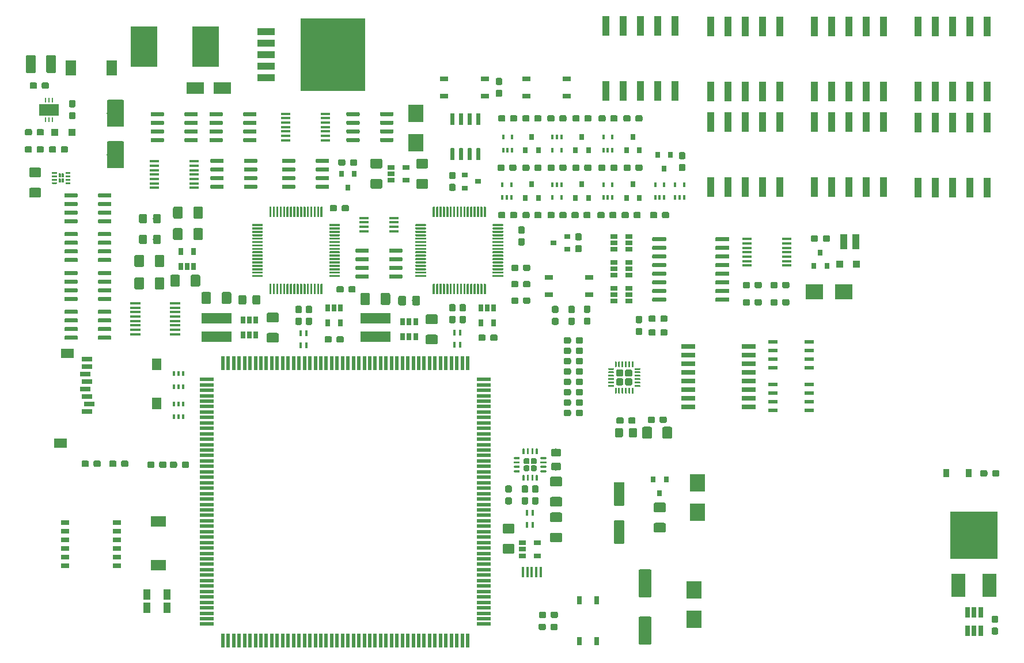
<source format=gbr>
G04 #@! TF.GenerationSoftware,KiCad,Pcbnew,5.1.4*
G04 #@! TF.CreationDate,2019-08-28T20:29:57+02:00*
G04 #@! TF.ProjectId,ETH1CJTAG,45544831-434a-4544-9147-2e6b69636164,rev?*
G04 #@! TF.SameCoordinates,Original*
G04 #@! TF.FileFunction,Paste,Top*
G04 #@! TF.FilePolarity,Positive*
%FSLAX46Y46*%
G04 Gerber Fmt 4.6, Leading zero omitted, Abs format (unit mm)*
G04 Created by KiCad (PCBNEW 5.1.4) date 2019-08-28 20:29:57*
%MOMM*%
%LPD*%
G04 APERTURE LIST*
%ADD10C,0.100000*%
%ADD11C,0.250000*%
%ADD12C,0.360000*%
%ADD13C,1.425000*%
%ADD14R,1.399540X0.599440*%
%ADD15R,3.000000X1.700000*%
%ADD16R,0.250000X0.700000*%
%ADD17C,0.950000*%
%ADD18R,1.600000X2.200000*%
%ADD19R,1.000000X1.000000*%
%ADD20C,2.500000*%
%ADD21R,4.000000X6.000000*%
%ADD22R,2.000000X0.550000*%
%ADD23R,0.550000X2.000000*%
%ADD24R,2.500000X1.800000*%
%ADD25R,2.000000X0.640000*%
%ADD26C,0.300000*%
%ADD27R,0.350000X0.850000*%
%ADD28R,2.500000X2.300000*%
%ADD29R,2.300000X2.500000*%
%ADD30R,0.650000X1.560000*%
%ADD31R,0.400000X0.650000*%
%ADD32R,0.800000X0.900000*%
%ADD33R,2.200000X1.600000*%
%ADD34R,1.060000X0.650000*%
%ADD35R,0.650000X1.060000*%
%ADD36C,1.900000*%
%ADD37C,0.600000*%
%ADD38R,1.500000X0.450000*%
%ADD39R,1.200000X0.800000*%
%ADD40R,1.450000X0.450000*%
%ADD41R,2.540000X1.060000*%
%ADD42R,9.520000X10.660000*%
%ADD43R,0.800000X1.200000*%
%ADD44C,0.850000*%
%ADD45C,1.050000*%
%ADD46R,1.270000X0.760000*%
%ADD47R,0.900000X0.800000*%
%ADD48R,7.000000X7.000000*%
%ADD49R,2.000000X3.500000*%
%ADD50R,1.000000X2.300000*%
%ADD51R,4.500000X1.600000*%
%ADD52R,1.000000X3.000000*%
%ADD53R,0.450000X1.500000*%
%ADD54R,1.500000X0.800000*%
%ADD55R,1.900000X1.400000*%
%ADD56R,1.400000X1.800000*%
%ADD57C,1.150000*%
%ADD58R,1.100000X1.600000*%
%ADD59R,0.900000X1.200000*%
%ADD60C,1.600000*%
G04 APERTURE END LIST*
D10*
G36*
X78665626Y-65933301D02*
G01*
X78671693Y-65934201D01*
X78677643Y-65935691D01*
X78683418Y-65937758D01*
X78688962Y-65940380D01*
X78694223Y-65943533D01*
X78699150Y-65947187D01*
X78703694Y-65951306D01*
X78707813Y-65955850D01*
X78711467Y-65960777D01*
X78714620Y-65966038D01*
X78717242Y-65971582D01*
X78719309Y-65977357D01*
X78720799Y-65983307D01*
X78721699Y-65989374D01*
X78722000Y-65995500D01*
X78722000Y-66120500D01*
X78721699Y-66126626D01*
X78720799Y-66132693D01*
X78719309Y-66138643D01*
X78717242Y-66144418D01*
X78714620Y-66149962D01*
X78711467Y-66155223D01*
X78707813Y-66160150D01*
X78703694Y-66164694D01*
X78699150Y-66168813D01*
X78694223Y-66172467D01*
X78688962Y-66175620D01*
X78683418Y-66178242D01*
X78677643Y-66180309D01*
X78671693Y-66181799D01*
X78665626Y-66182699D01*
X78659500Y-66183000D01*
X78084500Y-66183000D01*
X78078374Y-66182699D01*
X78072307Y-66181799D01*
X78066357Y-66180309D01*
X78060582Y-66178242D01*
X78055038Y-66175620D01*
X78049777Y-66172467D01*
X78044850Y-66168813D01*
X78040306Y-66164694D01*
X78036187Y-66160150D01*
X78032533Y-66155223D01*
X78029380Y-66149962D01*
X78026758Y-66144418D01*
X78024691Y-66138643D01*
X78023201Y-66132693D01*
X78022301Y-66126626D01*
X78022000Y-66120500D01*
X78022000Y-65995500D01*
X78022301Y-65989374D01*
X78023201Y-65983307D01*
X78024691Y-65977357D01*
X78026758Y-65971582D01*
X78029380Y-65966038D01*
X78032533Y-65960777D01*
X78036187Y-65955850D01*
X78040306Y-65951306D01*
X78044850Y-65947187D01*
X78049777Y-65943533D01*
X78055038Y-65940380D01*
X78060582Y-65937758D01*
X78066357Y-65935691D01*
X78072307Y-65934201D01*
X78078374Y-65933301D01*
X78084500Y-65933000D01*
X78659500Y-65933000D01*
X78665626Y-65933301D01*
X78665626Y-65933301D01*
G37*
D11*
X78372000Y-66058000D03*
D10*
G36*
X78665626Y-66433301D02*
G01*
X78671693Y-66434201D01*
X78677643Y-66435691D01*
X78683418Y-66437758D01*
X78688962Y-66440380D01*
X78694223Y-66443533D01*
X78699150Y-66447187D01*
X78703694Y-66451306D01*
X78707813Y-66455850D01*
X78711467Y-66460777D01*
X78714620Y-66466038D01*
X78717242Y-66471582D01*
X78719309Y-66477357D01*
X78720799Y-66483307D01*
X78721699Y-66489374D01*
X78722000Y-66495500D01*
X78722000Y-66620500D01*
X78721699Y-66626626D01*
X78720799Y-66632693D01*
X78719309Y-66638643D01*
X78717242Y-66644418D01*
X78714620Y-66649962D01*
X78711467Y-66655223D01*
X78707813Y-66660150D01*
X78703694Y-66664694D01*
X78699150Y-66668813D01*
X78694223Y-66672467D01*
X78688962Y-66675620D01*
X78683418Y-66678242D01*
X78677643Y-66680309D01*
X78671693Y-66681799D01*
X78665626Y-66682699D01*
X78659500Y-66683000D01*
X78084500Y-66683000D01*
X78078374Y-66682699D01*
X78072307Y-66681799D01*
X78066357Y-66680309D01*
X78060582Y-66678242D01*
X78055038Y-66675620D01*
X78049777Y-66672467D01*
X78044850Y-66668813D01*
X78040306Y-66664694D01*
X78036187Y-66660150D01*
X78032533Y-66655223D01*
X78029380Y-66649962D01*
X78026758Y-66644418D01*
X78024691Y-66638643D01*
X78023201Y-66632693D01*
X78022301Y-66626626D01*
X78022000Y-66620500D01*
X78022000Y-66495500D01*
X78022301Y-66489374D01*
X78023201Y-66483307D01*
X78024691Y-66477357D01*
X78026758Y-66471582D01*
X78029380Y-66466038D01*
X78032533Y-66460777D01*
X78036187Y-66455850D01*
X78040306Y-66451306D01*
X78044850Y-66447187D01*
X78049777Y-66443533D01*
X78055038Y-66440380D01*
X78060582Y-66437758D01*
X78066357Y-66435691D01*
X78072307Y-66434201D01*
X78078374Y-66433301D01*
X78084500Y-66433000D01*
X78659500Y-66433000D01*
X78665626Y-66433301D01*
X78665626Y-66433301D01*
G37*
D11*
X78372000Y-66558000D03*
D10*
G36*
X78665626Y-66933301D02*
G01*
X78671693Y-66934201D01*
X78677643Y-66935691D01*
X78683418Y-66937758D01*
X78688962Y-66940380D01*
X78694223Y-66943533D01*
X78699150Y-66947187D01*
X78703694Y-66951306D01*
X78707813Y-66955850D01*
X78711467Y-66960777D01*
X78714620Y-66966038D01*
X78717242Y-66971582D01*
X78719309Y-66977357D01*
X78720799Y-66983307D01*
X78721699Y-66989374D01*
X78722000Y-66995500D01*
X78722000Y-67120500D01*
X78721699Y-67126626D01*
X78720799Y-67132693D01*
X78719309Y-67138643D01*
X78717242Y-67144418D01*
X78714620Y-67149962D01*
X78711467Y-67155223D01*
X78707813Y-67160150D01*
X78703694Y-67164694D01*
X78699150Y-67168813D01*
X78694223Y-67172467D01*
X78688962Y-67175620D01*
X78683418Y-67178242D01*
X78677643Y-67180309D01*
X78671693Y-67181799D01*
X78665626Y-67182699D01*
X78659500Y-67183000D01*
X78084500Y-67183000D01*
X78078374Y-67182699D01*
X78072307Y-67181799D01*
X78066357Y-67180309D01*
X78060582Y-67178242D01*
X78055038Y-67175620D01*
X78049777Y-67172467D01*
X78044850Y-67168813D01*
X78040306Y-67164694D01*
X78036187Y-67160150D01*
X78032533Y-67155223D01*
X78029380Y-67149962D01*
X78026758Y-67144418D01*
X78024691Y-67138643D01*
X78023201Y-67132693D01*
X78022301Y-67126626D01*
X78022000Y-67120500D01*
X78022000Y-66995500D01*
X78022301Y-66989374D01*
X78023201Y-66983307D01*
X78024691Y-66977357D01*
X78026758Y-66971582D01*
X78029380Y-66966038D01*
X78032533Y-66960777D01*
X78036187Y-66955850D01*
X78040306Y-66951306D01*
X78044850Y-66947187D01*
X78049777Y-66943533D01*
X78055038Y-66940380D01*
X78060582Y-66937758D01*
X78066357Y-66935691D01*
X78072307Y-66934201D01*
X78078374Y-66933301D01*
X78084500Y-66933000D01*
X78659500Y-66933000D01*
X78665626Y-66933301D01*
X78665626Y-66933301D01*
G37*
D11*
X78372000Y-67058000D03*
D10*
G36*
X78665626Y-67433301D02*
G01*
X78671693Y-67434201D01*
X78677643Y-67435691D01*
X78683418Y-67437758D01*
X78688962Y-67440380D01*
X78694223Y-67443533D01*
X78699150Y-67447187D01*
X78703694Y-67451306D01*
X78707813Y-67455850D01*
X78711467Y-67460777D01*
X78714620Y-67466038D01*
X78717242Y-67471582D01*
X78719309Y-67477357D01*
X78720799Y-67483307D01*
X78721699Y-67489374D01*
X78722000Y-67495500D01*
X78722000Y-67620500D01*
X78721699Y-67626626D01*
X78720799Y-67632693D01*
X78719309Y-67638643D01*
X78717242Y-67644418D01*
X78714620Y-67649962D01*
X78711467Y-67655223D01*
X78707813Y-67660150D01*
X78703694Y-67664694D01*
X78699150Y-67668813D01*
X78694223Y-67672467D01*
X78688962Y-67675620D01*
X78683418Y-67678242D01*
X78677643Y-67680309D01*
X78671693Y-67681799D01*
X78665626Y-67682699D01*
X78659500Y-67683000D01*
X78084500Y-67683000D01*
X78078374Y-67682699D01*
X78072307Y-67681799D01*
X78066357Y-67680309D01*
X78060582Y-67678242D01*
X78055038Y-67675620D01*
X78049777Y-67672467D01*
X78044850Y-67668813D01*
X78040306Y-67664694D01*
X78036187Y-67660150D01*
X78032533Y-67655223D01*
X78029380Y-67649962D01*
X78026758Y-67644418D01*
X78024691Y-67638643D01*
X78023201Y-67632693D01*
X78022301Y-67626626D01*
X78022000Y-67620500D01*
X78022000Y-67495500D01*
X78022301Y-67489374D01*
X78023201Y-67483307D01*
X78024691Y-67477357D01*
X78026758Y-67471582D01*
X78029380Y-67466038D01*
X78032533Y-67460777D01*
X78036187Y-67455850D01*
X78040306Y-67451306D01*
X78044850Y-67447187D01*
X78049777Y-67443533D01*
X78055038Y-67440380D01*
X78060582Y-67437758D01*
X78066357Y-67435691D01*
X78072307Y-67434201D01*
X78078374Y-67433301D01*
X78084500Y-67433000D01*
X78659500Y-67433000D01*
X78665626Y-67433301D01*
X78665626Y-67433301D01*
G37*
D11*
X78372000Y-67558000D03*
D10*
G36*
X76665626Y-67433301D02*
G01*
X76671693Y-67434201D01*
X76677643Y-67435691D01*
X76683418Y-67437758D01*
X76688962Y-67440380D01*
X76694223Y-67443533D01*
X76699150Y-67447187D01*
X76703694Y-67451306D01*
X76707813Y-67455850D01*
X76711467Y-67460777D01*
X76714620Y-67466038D01*
X76717242Y-67471582D01*
X76719309Y-67477357D01*
X76720799Y-67483307D01*
X76721699Y-67489374D01*
X76722000Y-67495500D01*
X76722000Y-67620500D01*
X76721699Y-67626626D01*
X76720799Y-67632693D01*
X76719309Y-67638643D01*
X76717242Y-67644418D01*
X76714620Y-67649962D01*
X76711467Y-67655223D01*
X76707813Y-67660150D01*
X76703694Y-67664694D01*
X76699150Y-67668813D01*
X76694223Y-67672467D01*
X76688962Y-67675620D01*
X76683418Y-67678242D01*
X76677643Y-67680309D01*
X76671693Y-67681799D01*
X76665626Y-67682699D01*
X76659500Y-67683000D01*
X76084500Y-67683000D01*
X76078374Y-67682699D01*
X76072307Y-67681799D01*
X76066357Y-67680309D01*
X76060582Y-67678242D01*
X76055038Y-67675620D01*
X76049777Y-67672467D01*
X76044850Y-67668813D01*
X76040306Y-67664694D01*
X76036187Y-67660150D01*
X76032533Y-67655223D01*
X76029380Y-67649962D01*
X76026758Y-67644418D01*
X76024691Y-67638643D01*
X76023201Y-67632693D01*
X76022301Y-67626626D01*
X76022000Y-67620500D01*
X76022000Y-67495500D01*
X76022301Y-67489374D01*
X76023201Y-67483307D01*
X76024691Y-67477357D01*
X76026758Y-67471582D01*
X76029380Y-67466038D01*
X76032533Y-67460777D01*
X76036187Y-67455850D01*
X76040306Y-67451306D01*
X76044850Y-67447187D01*
X76049777Y-67443533D01*
X76055038Y-67440380D01*
X76060582Y-67437758D01*
X76066357Y-67435691D01*
X76072307Y-67434201D01*
X76078374Y-67433301D01*
X76084500Y-67433000D01*
X76659500Y-67433000D01*
X76665626Y-67433301D01*
X76665626Y-67433301D01*
G37*
D11*
X76372000Y-67558000D03*
D10*
G36*
X76665626Y-66933301D02*
G01*
X76671693Y-66934201D01*
X76677643Y-66935691D01*
X76683418Y-66937758D01*
X76688962Y-66940380D01*
X76694223Y-66943533D01*
X76699150Y-66947187D01*
X76703694Y-66951306D01*
X76707813Y-66955850D01*
X76711467Y-66960777D01*
X76714620Y-66966038D01*
X76717242Y-66971582D01*
X76719309Y-66977357D01*
X76720799Y-66983307D01*
X76721699Y-66989374D01*
X76722000Y-66995500D01*
X76722000Y-67120500D01*
X76721699Y-67126626D01*
X76720799Y-67132693D01*
X76719309Y-67138643D01*
X76717242Y-67144418D01*
X76714620Y-67149962D01*
X76711467Y-67155223D01*
X76707813Y-67160150D01*
X76703694Y-67164694D01*
X76699150Y-67168813D01*
X76694223Y-67172467D01*
X76688962Y-67175620D01*
X76683418Y-67178242D01*
X76677643Y-67180309D01*
X76671693Y-67181799D01*
X76665626Y-67182699D01*
X76659500Y-67183000D01*
X76084500Y-67183000D01*
X76078374Y-67182699D01*
X76072307Y-67181799D01*
X76066357Y-67180309D01*
X76060582Y-67178242D01*
X76055038Y-67175620D01*
X76049777Y-67172467D01*
X76044850Y-67168813D01*
X76040306Y-67164694D01*
X76036187Y-67160150D01*
X76032533Y-67155223D01*
X76029380Y-67149962D01*
X76026758Y-67144418D01*
X76024691Y-67138643D01*
X76023201Y-67132693D01*
X76022301Y-67126626D01*
X76022000Y-67120500D01*
X76022000Y-66995500D01*
X76022301Y-66989374D01*
X76023201Y-66983307D01*
X76024691Y-66977357D01*
X76026758Y-66971582D01*
X76029380Y-66966038D01*
X76032533Y-66960777D01*
X76036187Y-66955850D01*
X76040306Y-66951306D01*
X76044850Y-66947187D01*
X76049777Y-66943533D01*
X76055038Y-66940380D01*
X76060582Y-66937758D01*
X76066357Y-66935691D01*
X76072307Y-66934201D01*
X76078374Y-66933301D01*
X76084500Y-66933000D01*
X76659500Y-66933000D01*
X76665626Y-66933301D01*
X76665626Y-66933301D01*
G37*
D11*
X76372000Y-67058000D03*
D10*
G36*
X76665626Y-66433301D02*
G01*
X76671693Y-66434201D01*
X76677643Y-66435691D01*
X76683418Y-66437758D01*
X76688962Y-66440380D01*
X76694223Y-66443533D01*
X76699150Y-66447187D01*
X76703694Y-66451306D01*
X76707813Y-66455850D01*
X76711467Y-66460777D01*
X76714620Y-66466038D01*
X76717242Y-66471582D01*
X76719309Y-66477357D01*
X76720799Y-66483307D01*
X76721699Y-66489374D01*
X76722000Y-66495500D01*
X76722000Y-66620500D01*
X76721699Y-66626626D01*
X76720799Y-66632693D01*
X76719309Y-66638643D01*
X76717242Y-66644418D01*
X76714620Y-66649962D01*
X76711467Y-66655223D01*
X76707813Y-66660150D01*
X76703694Y-66664694D01*
X76699150Y-66668813D01*
X76694223Y-66672467D01*
X76688962Y-66675620D01*
X76683418Y-66678242D01*
X76677643Y-66680309D01*
X76671693Y-66681799D01*
X76665626Y-66682699D01*
X76659500Y-66683000D01*
X76084500Y-66683000D01*
X76078374Y-66682699D01*
X76072307Y-66681799D01*
X76066357Y-66680309D01*
X76060582Y-66678242D01*
X76055038Y-66675620D01*
X76049777Y-66672467D01*
X76044850Y-66668813D01*
X76040306Y-66664694D01*
X76036187Y-66660150D01*
X76032533Y-66655223D01*
X76029380Y-66649962D01*
X76026758Y-66644418D01*
X76024691Y-66638643D01*
X76023201Y-66632693D01*
X76022301Y-66626626D01*
X76022000Y-66620500D01*
X76022000Y-66495500D01*
X76022301Y-66489374D01*
X76023201Y-66483307D01*
X76024691Y-66477357D01*
X76026758Y-66471582D01*
X76029380Y-66466038D01*
X76032533Y-66460777D01*
X76036187Y-66455850D01*
X76040306Y-66451306D01*
X76044850Y-66447187D01*
X76049777Y-66443533D01*
X76055038Y-66440380D01*
X76060582Y-66437758D01*
X76066357Y-66435691D01*
X76072307Y-66434201D01*
X76078374Y-66433301D01*
X76084500Y-66433000D01*
X76659500Y-66433000D01*
X76665626Y-66433301D01*
X76665626Y-66433301D01*
G37*
D11*
X76372000Y-66558000D03*
D10*
G36*
X76665626Y-65933301D02*
G01*
X76671693Y-65934201D01*
X76677643Y-65935691D01*
X76683418Y-65937758D01*
X76688962Y-65940380D01*
X76694223Y-65943533D01*
X76699150Y-65947187D01*
X76703694Y-65951306D01*
X76707813Y-65955850D01*
X76711467Y-65960777D01*
X76714620Y-65966038D01*
X76717242Y-65971582D01*
X76719309Y-65977357D01*
X76720799Y-65983307D01*
X76721699Y-65989374D01*
X76722000Y-65995500D01*
X76722000Y-66120500D01*
X76721699Y-66126626D01*
X76720799Y-66132693D01*
X76719309Y-66138643D01*
X76717242Y-66144418D01*
X76714620Y-66149962D01*
X76711467Y-66155223D01*
X76707813Y-66160150D01*
X76703694Y-66164694D01*
X76699150Y-66168813D01*
X76694223Y-66172467D01*
X76688962Y-66175620D01*
X76683418Y-66178242D01*
X76677643Y-66180309D01*
X76671693Y-66181799D01*
X76665626Y-66182699D01*
X76659500Y-66183000D01*
X76084500Y-66183000D01*
X76078374Y-66182699D01*
X76072307Y-66181799D01*
X76066357Y-66180309D01*
X76060582Y-66178242D01*
X76055038Y-66175620D01*
X76049777Y-66172467D01*
X76044850Y-66168813D01*
X76040306Y-66164694D01*
X76036187Y-66160150D01*
X76032533Y-66155223D01*
X76029380Y-66149962D01*
X76026758Y-66144418D01*
X76024691Y-66138643D01*
X76023201Y-66132693D01*
X76022301Y-66126626D01*
X76022000Y-66120500D01*
X76022000Y-65995500D01*
X76022301Y-65989374D01*
X76023201Y-65983307D01*
X76024691Y-65977357D01*
X76026758Y-65971582D01*
X76029380Y-65966038D01*
X76032533Y-65960777D01*
X76036187Y-65955850D01*
X76040306Y-65951306D01*
X76044850Y-65947187D01*
X76049777Y-65943533D01*
X76055038Y-65940380D01*
X76060582Y-65937758D01*
X76066357Y-65935691D01*
X76072307Y-65934201D01*
X76078374Y-65933301D01*
X76084500Y-65933000D01*
X76659500Y-65933000D01*
X76665626Y-65933301D01*
X76665626Y-65933301D01*
G37*
D11*
X76372000Y-66058000D03*
D10*
G36*
X77695822Y-66883433D02*
G01*
X77704558Y-66884729D01*
X77713126Y-66886875D01*
X77721442Y-66889851D01*
X77729426Y-66893627D01*
X77737001Y-66898168D01*
X77744095Y-66903429D01*
X77750640Y-66909360D01*
X77756571Y-66915905D01*
X77761832Y-66922999D01*
X77766373Y-66930574D01*
X77770149Y-66938558D01*
X77773125Y-66946874D01*
X77775271Y-66955442D01*
X77776567Y-66964178D01*
X77777000Y-66973000D01*
X77777000Y-67393000D01*
X77776567Y-67401822D01*
X77775271Y-67410558D01*
X77773125Y-67419126D01*
X77770149Y-67427442D01*
X77766373Y-67435426D01*
X77761832Y-67443001D01*
X77756571Y-67450095D01*
X77750640Y-67456640D01*
X77744095Y-67462571D01*
X77737001Y-67467832D01*
X77729426Y-67472373D01*
X77721442Y-67476149D01*
X77713126Y-67479125D01*
X77704558Y-67481271D01*
X77695822Y-67482567D01*
X77687000Y-67483000D01*
X77507000Y-67483000D01*
X77498178Y-67482567D01*
X77489442Y-67481271D01*
X77480874Y-67479125D01*
X77472558Y-67476149D01*
X77464574Y-67472373D01*
X77456999Y-67467832D01*
X77449905Y-67462571D01*
X77443360Y-67456640D01*
X77437429Y-67450095D01*
X77432168Y-67443001D01*
X77427627Y-67435426D01*
X77423851Y-67427442D01*
X77420875Y-67419126D01*
X77418729Y-67410558D01*
X77417433Y-67401822D01*
X77417000Y-67393000D01*
X77417000Y-66973000D01*
X77417433Y-66964178D01*
X77418729Y-66955442D01*
X77420875Y-66946874D01*
X77423851Y-66938558D01*
X77427627Y-66930574D01*
X77432168Y-66922999D01*
X77437429Y-66915905D01*
X77443360Y-66909360D01*
X77449905Y-66903429D01*
X77456999Y-66898168D01*
X77464574Y-66893627D01*
X77472558Y-66889851D01*
X77480874Y-66886875D01*
X77489442Y-66884729D01*
X77498178Y-66883433D01*
X77507000Y-66883000D01*
X77687000Y-66883000D01*
X77695822Y-66883433D01*
X77695822Y-66883433D01*
G37*
D12*
X77597000Y-67183000D03*
D10*
G36*
X77695822Y-66133433D02*
G01*
X77704558Y-66134729D01*
X77713126Y-66136875D01*
X77721442Y-66139851D01*
X77729426Y-66143627D01*
X77737001Y-66148168D01*
X77744095Y-66153429D01*
X77750640Y-66159360D01*
X77756571Y-66165905D01*
X77761832Y-66172999D01*
X77766373Y-66180574D01*
X77770149Y-66188558D01*
X77773125Y-66196874D01*
X77775271Y-66205442D01*
X77776567Y-66214178D01*
X77777000Y-66223000D01*
X77777000Y-66643000D01*
X77776567Y-66651822D01*
X77775271Y-66660558D01*
X77773125Y-66669126D01*
X77770149Y-66677442D01*
X77766373Y-66685426D01*
X77761832Y-66693001D01*
X77756571Y-66700095D01*
X77750640Y-66706640D01*
X77744095Y-66712571D01*
X77737001Y-66717832D01*
X77729426Y-66722373D01*
X77721442Y-66726149D01*
X77713126Y-66729125D01*
X77704558Y-66731271D01*
X77695822Y-66732567D01*
X77687000Y-66733000D01*
X77507000Y-66733000D01*
X77498178Y-66732567D01*
X77489442Y-66731271D01*
X77480874Y-66729125D01*
X77472558Y-66726149D01*
X77464574Y-66722373D01*
X77456999Y-66717832D01*
X77449905Y-66712571D01*
X77443360Y-66706640D01*
X77437429Y-66700095D01*
X77432168Y-66693001D01*
X77427627Y-66685426D01*
X77423851Y-66677442D01*
X77420875Y-66669126D01*
X77418729Y-66660558D01*
X77417433Y-66651822D01*
X77417000Y-66643000D01*
X77417000Y-66223000D01*
X77417433Y-66214178D01*
X77418729Y-66205442D01*
X77420875Y-66196874D01*
X77423851Y-66188558D01*
X77427627Y-66180574D01*
X77432168Y-66172999D01*
X77437429Y-66165905D01*
X77443360Y-66159360D01*
X77449905Y-66153429D01*
X77456999Y-66148168D01*
X77464574Y-66143627D01*
X77472558Y-66139851D01*
X77480874Y-66136875D01*
X77489442Y-66134729D01*
X77498178Y-66133433D01*
X77507000Y-66133000D01*
X77687000Y-66133000D01*
X77695822Y-66133433D01*
X77695822Y-66133433D01*
G37*
D12*
X77597000Y-66433000D03*
D10*
G36*
X77245822Y-66883433D02*
G01*
X77254558Y-66884729D01*
X77263126Y-66886875D01*
X77271442Y-66889851D01*
X77279426Y-66893627D01*
X77287001Y-66898168D01*
X77294095Y-66903429D01*
X77300640Y-66909360D01*
X77306571Y-66915905D01*
X77311832Y-66922999D01*
X77316373Y-66930574D01*
X77320149Y-66938558D01*
X77323125Y-66946874D01*
X77325271Y-66955442D01*
X77326567Y-66964178D01*
X77327000Y-66973000D01*
X77327000Y-67393000D01*
X77326567Y-67401822D01*
X77325271Y-67410558D01*
X77323125Y-67419126D01*
X77320149Y-67427442D01*
X77316373Y-67435426D01*
X77311832Y-67443001D01*
X77306571Y-67450095D01*
X77300640Y-67456640D01*
X77294095Y-67462571D01*
X77287001Y-67467832D01*
X77279426Y-67472373D01*
X77271442Y-67476149D01*
X77263126Y-67479125D01*
X77254558Y-67481271D01*
X77245822Y-67482567D01*
X77237000Y-67483000D01*
X77057000Y-67483000D01*
X77048178Y-67482567D01*
X77039442Y-67481271D01*
X77030874Y-67479125D01*
X77022558Y-67476149D01*
X77014574Y-67472373D01*
X77006999Y-67467832D01*
X76999905Y-67462571D01*
X76993360Y-67456640D01*
X76987429Y-67450095D01*
X76982168Y-67443001D01*
X76977627Y-67435426D01*
X76973851Y-67427442D01*
X76970875Y-67419126D01*
X76968729Y-67410558D01*
X76967433Y-67401822D01*
X76967000Y-67393000D01*
X76967000Y-66973000D01*
X76967433Y-66964178D01*
X76968729Y-66955442D01*
X76970875Y-66946874D01*
X76973851Y-66938558D01*
X76977627Y-66930574D01*
X76982168Y-66922999D01*
X76987429Y-66915905D01*
X76993360Y-66909360D01*
X76999905Y-66903429D01*
X77006999Y-66898168D01*
X77014574Y-66893627D01*
X77022558Y-66889851D01*
X77030874Y-66886875D01*
X77039442Y-66884729D01*
X77048178Y-66883433D01*
X77057000Y-66883000D01*
X77237000Y-66883000D01*
X77245822Y-66883433D01*
X77245822Y-66883433D01*
G37*
D12*
X77147000Y-67183000D03*
D10*
G36*
X77245822Y-66133433D02*
G01*
X77254558Y-66134729D01*
X77263126Y-66136875D01*
X77271442Y-66139851D01*
X77279426Y-66143627D01*
X77287001Y-66148168D01*
X77294095Y-66153429D01*
X77300640Y-66159360D01*
X77306571Y-66165905D01*
X77311832Y-66172999D01*
X77316373Y-66180574D01*
X77320149Y-66188558D01*
X77323125Y-66196874D01*
X77325271Y-66205442D01*
X77326567Y-66214178D01*
X77327000Y-66223000D01*
X77327000Y-66643000D01*
X77326567Y-66651822D01*
X77325271Y-66660558D01*
X77323125Y-66669126D01*
X77320149Y-66677442D01*
X77316373Y-66685426D01*
X77311832Y-66693001D01*
X77306571Y-66700095D01*
X77300640Y-66706640D01*
X77294095Y-66712571D01*
X77287001Y-66717832D01*
X77279426Y-66722373D01*
X77271442Y-66726149D01*
X77263126Y-66729125D01*
X77254558Y-66731271D01*
X77245822Y-66732567D01*
X77237000Y-66733000D01*
X77057000Y-66733000D01*
X77048178Y-66732567D01*
X77039442Y-66731271D01*
X77030874Y-66729125D01*
X77022558Y-66726149D01*
X77014574Y-66722373D01*
X77006999Y-66717832D01*
X76999905Y-66712571D01*
X76993360Y-66706640D01*
X76987429Y-66700095D01*
X76982168Y-66693001D01*
X76977627Y-66685426D01*
X76973851Y-66677442D01*
X76970875Y-66669126D01*
X76968729Y-66660558D01*
X76967433Y-66651822D01*
X76967000Y-66643000D01*
X76967000Y-66223000D01*
X76967433Y-66214178D01*
X76968729Y-66205442D01*
X76970875Y-66196874D01*
X76973851Y-66188558D01*
X76977627Y-66180574D01*
X76982168Y-66172999D01*
X76987429Y-66165905D01*
X76993360Y-66159360D01*
X76999905Y-66153429D01*
X77006999Y-66148168D01*
X77014574Y-66143627D01*
X77022558Y-66139851D01*
X77030874Y-66136875D01*
X77039442Y-66134729D01*
X77048178Y-66133433D01*
X77057000Y-66133000D01*
X77237000Y-66133000D01*
X77245822Y-66133433D01*
X77245822Y-66133433D01*
G37*
D12*
X77147000Y-66433000D03*
D10*
G36*
X74182504Y-65274704D02*
G01*
X74206773Y-65278304D01*
X74230571Y-65284265D01*
X74253671Y-65292530D01*
X74275849Y-65303020D01*
X74296893Y-65315633D01*
X74316598Y-65330247D01*
X74334777Y-65346723D01*
X74351253Y-65364902D01*
X74365867Y-65384607D01*
X74378480Y-65405651D01*
X74388970Y-65427829D01*
X74397235Y-65450929D01*
X74403196Y-65474727D01*
X74406796Y-65498996D01*
X74408000Y-65523500D01*
X74408000Y-66448500D01*
X74406796Y-66473004D01*
X74403196Y-66497273D01*
X74397235Y-66521071D01*
X74388970Y-66544171D01*
X74378480Y-66566349D01*
X74365867Y-66587393D01*
X74351253Y-66607098D01*
X74334777Y-66625277D01*
X74316598Y-66641753D01*
X74296893Y-66656367D01*
X74275849Y-66668980D01*
X74253671Y-66679470D01*
X74230571Y-66687735D01*
X74206773Y-66693696D01*
X74182504Y-66697296D01*
X74158000Y-66698500D01*
X72908000Y-66698500D01*
X72883496Y-66697296D01*
X72859227Y-66693696D01*
X72835429Y-66687735D01*
X72812329Y-66679470D01*
X72790151Y-66668980D01*
X72769107Y-66656367D01*
X72749402Y-66641753D01*
X72731223Y-66625277D01*
X72714747Y-66607098D01*
X72700133Y-66587393D01*
X72687520Y-66566349D01*
X72677030Y-66544171D01*
X72668765Y-66521071D01*
X72662804Y-66497273D01*
X72659204Y-66473004D01*
X72658000Y-66448500D01*
X72658000Y-65523500D01*
X72659204Y-65498996D01*
X72662804Y-65474727D01*
X72668765Y-65450929D01*
X72677030Y-65427829D01*
X72687520Y-65405651D01*
X72700133Y-65384607D01*
X72714747Y-65364902D01*
X72731223Y-65346723D01*
X72749402Y-65330247D01*
X72769107Y-65315633D01*
X72790151Y-65303020D01*
X72812329Y-65292530D01*
X72835429Y-65284265D01*
X72859227Y-65278304D01*
X72883496Y-65274704D01*
X72908000Y-65273500D01*
X74158000Y-65273500D01*
X74182504Y-65274704D01*
X74182504Y-65274704D01*
G37*
D13*
X73533000Y-65986000D03*
D10*
G36*
X74182504Y-68249704D02*
G01*
X74206773Y-68253304D01*
X74230571Y-68259265D01*
X74253671Y-68267530D01*
X74275849Y-68278020D01*
X74296893Y-68290633D01*
X74316598Y-68305247D01*
X74334777Y-68321723D01*
X74351253Y-68339902D01*
X74365867Y-68359607D01*
X74378480Y-68380651D01*
X74388970Y-68402829D01*
X74397235Y-68425929D01*
X74403196Y-68449727D01*
X74406796Y-68473996D01*
X74408000Y-68498500D01*
X74408000Y-69423500D01*
X74406796Y-69448004D01*
X74403196Y-69472273D01*
X74397235Y-69496071D01*
X74388970Y-69519171D01*
X74378480Y-69541349D01*
X74365867Y-69562393D01*
X74351253Y-69582098D01*
X74334777Y-69600277D01*
X74316598Y-69616753D01*
X74296893Y-69631367D01*
X74275849Y-69643980D01*
X74253671Y-69654470D01*
X74230571Y-69662735D01*
X74206773Y-69668696D01*
X74182504Y-69672296D01*
X74158000Y-69673500D01*
X72908000Y-69673500D01*
X72883496Y-69672296D01*
X72859227Y-69668696D01*
X72835429Y-69662735D01*
X72812329Y-69654470D01*
X72790151Y-69643980D01*
X72769107Y-69631367D01*
X72749402Y-69616753D01*
X72731223Y-69600277D01*
X72714747Y-69582098D01*
X72700133Y-69562393D01*
X72687520Y-69541349D01*
X72677030Y-69519171D01*
X72668765Y-69496071D01*
X72662804Y-69472273D01*
X72659204Y-69448004D01*
X72658000Y-69423500D01*
X72658000Y-68498500D01*
X72659204Y-68473996D01*
X72662804Y-68449727D01*
X72668765Y-68425929D01*
X72677030Y-68402829D01*
X72687520Y-68380651D01*
X72700133Y-68359607D01*
X72714747Y-68339902D01*
X72731223Y-68321723D01*
X72749402Y-68305247D01*
X72769107Y-68290633D01*
X72790151Y-68278020D01*
X72812329Y-68267530D01*
X72835429Y-68259265D01*
X72859227Y-68253304D01*
X72883496Y-68249704D01*
X72908000Y-68248500D01*
X74158000Y-68248500D01*
X74182504Y-68249704D01*
X74182504Y-68249704D01*
G37*
D13*
X73533000Y-68961000D03*
D14*
X187325000Y-97155000D03*
X181991000Y-97155000D03*
X187325000Y-98425000D03*
X187325000Y-99695000D03*
X187325000Y-100965000D03*
X181991000Y-98425000D03*
X181991000Y-99695000D03*
X181991000Y-100965000D03*
X187325000Y-90932000D03*
X181991000Y-90932000D03*
X187325000Y-92202000D03*
X187325000Y-93472000D03*
X187325000Y-94742000D03*
X181991000Y-92202000D03*
X181991000Y-93472000D03*
X181991000Y-94742000D03*
D15*
X75565000Y-56769000D03*
D16*
X75065000Y-55319000D03*
X75565000Y-55319000D03*
X76065000Y-55319000D03*
X76065000Y-58219000D03*
X75565000Y-58219000D03*
X75065000Y-58219000D03*
D10*
G36*
X72855779Y-59597144D02*
G01*
X72878834Y-59600563D01*
X72901443Y-59606227D01*
X72923387Y-59614079D01*
X72944457Y-59624044D01*
X72964448Y-59636026D01*
X72983168Y-59649910D01*
X73000438Y-59665562D01*
X73016090Y-59682832D01*
X73029974Y-59701552D01*
X73041956Y-59721543D01*
X73051921Y-59742613D01*
X73059773Y-59764557D01*
X73065437Y-59787166D01*
X73068856Y-59810221D01*
X73070000Y-59833500D01*
X73070000Y-60308500D01*
X73068856Y-60331779D01*
X73065437Y-60354834D01*
X73059773Y-60377443D01*
X73051921Y-60399387D01*
X73041956Y-60420457D01*
X73029974Y-60440448D01*
X73016090Y-60459168D01*
X73000438Y-60476438D01*
X72983168Y-60492090D01*
X72964448Y-60505974D01*
X72944457Y-60517956D01*
X72923387Y-60527921D01*
X72901443Y-60535773D01*
X72878834Y-60541437D01*
X72855779Y-60544856D01*
X72832500Y-60546000D01*
X72257500Y-60546000D01*
X72234221Y-60544856D01*
X72211166Y-60541437D01*
X72188557Y-60535773D01*
X72166613Y-60527921D01*
X72145543Y-60517956D01*
X72125552Y-60505974D01*
X72106832Y-60492090D01*
X72089562Y-60476438D01*
X72073910Y-60459168D01*
X72060026Y-60440448D01*
X72048044Y-60420457D01*
X72038079Y-60399387D01*
X72030227Y-60377443D01*
X72024563Y-60354834D01*
X72021144Y-60331779D01*
X72020000Y-60308500D01*
X72020000Y-59833500D01*
X72021144Y-59810221D01*
X72024563Y-59787166D01*
X72030227Y-59764557D01*
X72038079Y-59742613D01*
X72048044Y-59721543D01*
X72060026Y-59701552D01*
X72073910Y-59682832D01*
X72089562Y-59665562D01*
X72106832Y-59649910D01*
X72125552Y-59636026D01*
X72145543Y-59624044D01*
X72166613Y-59614079D01*
X72188557Y-59606227D01*
X72211166Y-59600563D01*
X72234221Y-59597144D01*
X72257500Y-59596000D01*
X72832500Y-59596000D01*
X72855779Y-59597144D01*
X72855779Y-59597144D01*
G37*
D17*
X72545000Y-60071000D03*
D10*
G36*
X74605779Y-59597144D02*
G01*
X74628834Y-59600563D01*
X74651443Y-59606227D01*
X74673387Y-59614079D01*
X74694457Y-59624044D01*
X74714448Y-59636026D01*
X74733168Y-59649910D01*
X74750438Y-59665562D01*
X74766090Y-59682832D01*
X74779974Y-59701552D01*
X74791956Y-59721543D01*
X74801921Y-59742613D01*
X74809773Y-59764557D01*
X74815437Y-59787166D01*
X74818856Y-59810221D01*
X74820000Y-59833500D01*
X74820000Y-60308500D01*
X74818856Y-60331779D01*
X74815437Y-60354834D01*
X74809773Y-60377443D01*
X74801921Y-60399387D01*
X74791956Y-60420457D01*
X74779974Y-60440448D01*
X74766090Y-60459168D01*
X74750438Y-60476438D01*
X74733168Y-60492090D01*
X74714448Y-60505974D01*
X74694457Y-60517956D01*
X74673387Y-60527921D01*
X74651443Y-60535773D01*
X74628834Y-60541437D01*
X74605779Y-60544856D01*
X74582500Y-60546000D01*
X74007500Y-60546000D01*
X73984221Y-60544856D01*
X73961166Y-60541437D01*
X73938557Y-60535773D01*
X73916613Y-60527921D01*
X73895543Y-60517956D01*
X73875552Y-60505974D01*
X73856832Y-60492090D01*
X73839562Y-60476438D01*
X73823910Y-60459168D01*
X73810026Y-60440448D01*
X73798044Y-60420457D01*
X73788079Y-60399387D01*
X73780227Y-60377443D01*
X73774563Y-60354834D01*
X73771144Y-60331779D01*
X73770000Y-60308500D01*
X73770000Y-59833500D01*
X73771144Y-59810221D01*
X73774563Y-59787166D01*
X73780227Y-59764557D01*
X73788079Y-59742613D01*
X73798044Y-59721543D01*
X73810026Y-59701552D01*
X73823910Y-59682832D01*
X73839562Y-59665562D01*
X73856832Y-59649910D01*
X73875552Y-59636026D01*
X73895543Y-59624044D01*
X73916613Y-59614079D01*
X73938557Y-59606227D01*
X73961166Y-59600563D01*
X73984221Y-59597144D01*
X74007500Y-59596000D01*
X74582500Y-59596000D01*
X74605779Y-59597144D01*
X74605779Y-59597144D01*
G37*
D17*
X74295000Y-60071000D03*
D10*
G36*
X74591779Y-62137144D02*
G01*
X74614834Y-62140563D01*
X74637443Y-62146227D01*
X74659387Y-62154079D01*
X74680457Y-62164044D01*
X74700448Y-62176026D01*
X74719168Y-62189910D01*
X74736438Y-62205562D01*
X74752090Y-62222832D01*
X74765974Y-62241552D01*
X74777956Y-62261543D01*
X74787921Y-62282613D01*
X74795773Y-62304557D01*
X74801437Y-62327166D01*
X74804856Y-62350221D01*
X74806000Y-62373500D01*
X74806000Y-62848500D01*
X74804856Y-62871779D01*
X74801437Y-62894834D01*
X74795773Y-62917443D01*
X74787921Y-62939387D01*
X74777956Y-62960457D01*
X74765974Y-62980448D01*
X74752090Y-62999168D01*
X74736438Y-63016438D01*
X74719168Y-63032090D01*
X74700448Y-63045974D01*
X74680457Y-63057956D01*
X74659387Y-63067921D01*
X74637443Y-63075773D01*
X74614834Y-63081437D01*
X74591779Y-63084856D01*
X74568500Y-63086000D01*
X73993500Y-63086000D01*
X73970221Y-63084856D01*
X73947166Y-63081437D01*
X73924557Y-63075773D01*
X73902613Y-63067921D01*
X73881543Y-63057956D01*
X73861552Y-63045974D01*
X73842832Y-63032090D01*
X73825562Y-63016438D01*
X73809910Y-62999168D01*
X73796026Y-62980448D01*
X73784044Y-62960457D01*
X73774079Y-62939387D01*
X73766227Y-62917443D01*
X73760563Y-62894834D01*
X73757144Y-62871779D01*
X73756000Y-62848500D01*
X73756000Y-62373500D01*
X73757144Y-62350221D01*
X73760563Y-62327166D01*
X73766227Y-62304557D01*
X73774079Y-62282613D01*
X73784044Y-62261543D01*
X73796026Y-62241552D01*
X73809910Y-62222832D01*
X73825562Y-62205562D01*
X73842832Y-62189910D01*
X73861552Y-62176026D01*
X73881543Y-62164044D01*
X73902613Y-62154079D01*
X73924557Y-62146227D01*
X73947166Y-62140563D01*
X73970221Y-62137144D01*
X73993500Y-62136000D01*
X74568500Y-62136000D01*
X74591779Y-62137144D01*
X74591779Y-62137144D01*
G37*
D17*
X74281000Y-62611000D03*
D10*
G36*
X72841779Y-62137144D02*
G01*
X72864834Y-62140563D01*
X72887443Y-62146227D01*
X72909387Y-62154079D01*
X72930457Y-62164044D01*
X72950448Y-62176026D01*
X72969168Y-62189910D01*
X72986438Y-62205562D01*
X73002090Y-62222832D01*
X73015974Y-62241552D01*
X73027956Y-62261543D01*
X73037921Y-62282613D01*
X73045773Y-62304557D01*
X73051437Y-62327166D01*
X73054856Y-62350221D01*
X73056000Y-62373500D01*
X73056000Y-62848500D01*
X73054856Y-62871779D01*
X73051437Y-62894834D01*
X73045773Y-62917443D01*
X73037921Y-62939387D01*
X73027956Y-62960457D01*
X73015974Y-62980448D01*
X73002090Y-62999168D01*
X72986438Y-63016438D01*
X72969168Y-63032090D01*
X72950448Y-63045974D01*
X72930457Y-63057956D01*
X72909387Y-63067921D01*
X72887443Y-63075773D01*
X72864834Y-63081437D01*
X72841779Y-63084856D01*
X72818500Y-63086000D01*
X72243500Y-63086000D01*
X72220221Y-63084856D01*
X72197166Y-63081437D01*
X72174557Y-63075773D01*
X72152613Y-63067921D01*
X72131543Y-63057956D01*
X72111552Y-63045974D01*
X72092832Y-63032090D01*
X72075562Y-63016438D01*
X72059910Y-62999168D01*
X72046026Y-62980448D01*
X72034044Y-62960457D01*
X72024079Y-62939387D01*
X72016227Y-62917443D01*
X72010563Y-62894834D01*
X72007144Y-62871779D01*
X72006000Y-62848500D01*
X72006000Y-62373500D01*
X72007144Y-62350221D01*
X72010563Y-62327166D01*
X72016227Y-62304557D01*
X72024079Y-62282613D01*
X72034044Y-62261543D01*
X72046026Y-62241552D01*
X72059910Y-62222832D01*
X72075562Y-62205562D01*
X72092832Y-62189910D01*
X72111552Y-62176026D01*
X72131543Y-62164044D01*
X72152613Y-62154079D01*
X72174557Y-62146227D01*
X72197166Y-62140563D01*
X72220221Y-62137144D01*
X72243500Y-62136000D01*
X72818500Y-62136000D01*
X72841779Y-62137144D01*
X72841779Y-62137144D01*
G37*
D17*
X72531000Y-62611000D03*
D10*
G36*
X76397779Y-62137144D02*
G01*
X76420834Y-62140563D01*
X76443443Y-62146227D01*
X76465387Y-62154079D01*
X76486457Y-62164044D01*
X76506448Y-62176026D01*
X76525168Y-62189910D01*
X76542438Y-62205562D01*
X76558090Y-62222832D01*
X76571974Y-62241552D01*
X76583956Y-62261543D01*
X76593921Y-62282613D01*
X76601773Y-62304557D01*
X76607437Y-62327166D01*
X76610856Y-62350221D01*
X76612000Y-62373500D01*
X76612000Y-62848500D01*
X76610856Y-62871779D01*
X76607437Y-62894834D01*
X76601773Y-62917443D01*
X76593921Y-62939387D01*
X76583956Y-62960457D01*
X76571974Y-62980448D01*
X76558090Y-62999168D01*
X76542438Y-63016438D01*
X76525168Y-63032090D01*
X76506448Y-63045974D01*
X76486457Y-63057956D01*
X76465387Y-63067921D01*
X76443443Y-63075773D01*
X76420834Y-63081437D01*
X76397779Y-63084856D01*
X76374500Y-63086000D01*
X75799500Y-63086000D01*
X75776221Y-63084856D01*
X75753166Y-63081437D01*
X75730557Y-63075773D01*
X75708613Y-63067921D01*
X75687543Y-63057956D01*
X75667552Y-63045974D01*
X75648832Y-63032090D01*
X75631562Y-63016438D01*
X75615910Y-62999168D01*
X75602026Y-62980448D01*
X75590044Y-62960457D01*
X75580079Y-62939387D01*
X75572227Y-62917443D01*
X75566563Y-62894834D01*
X75563144Y-62871779D01*
X75562000Y-62848500D01*
X75562000Y-62373500D01*
X75563144Y-62350221D01*
X75566563Y-62327166D01*
X75572227Y-62304557D01*
X75580079Y-62282613D01*
X75590044Y-62261543D01*
X75602026Y-62241552D01*
X75615910Y-62222832D01*
X75631562Y-62205562D01*
X75648832Y-62189910D01*
X75667552Y-62176026D01*
X75687543Y-62164044D01*
X75708613Y-62154079D01*
X75730557Y-62146227D01*
X75753166Y-62140563D01*
X75776221Y-62137144D01*
X75799500Y-62136000D01*
X76374500Y-62136000D01*
X76397779Y-62137144D01*
X76397779Y-62137144D01*
G37*
D17*
X76087000Y-62611000D03*
D10*
G36*
X78147779Y-62137144D02*
G01*
X78170834Y-62140563D01*
X78193443Y-62146227D01*
X78215387Y-62154079D01*
X78236457Y-62164044D01*
X78256448Y-62176026D01*
X78275168Y-62189910D01*
X78292438Y-62205562D01*
X78308090Y-62222832D01*
X78321974Y-62241552D01*
X78333956Y-62261543D01*
X78343921Y-62282613D01*
X78351773Y-62304557D01*
X78357437Y-62327166D01*
X78360856Y-62350221D01*
X78362000Y-62373500D01*
X78362000Y-62848500D01*
X78360856Y-62871779D01*
X78357437Y-62894834D01*
X78351773Y-62917443D01*
X78343921Y-62939387D01*
X78333956Y-62960457D01*
X78321974Y-62980448D01*
X78308090Y-62999168D01*
X78292438Y-63016438D01*
X78275168Y-63032090D01*
X78256448Y-63045974D01*
X78236457Y-63057956D01*
X78215387Y-63067921D01*
X78193443Y-63075773D01*
X78170834Y-63081437D01*
X78147779Y-63084856D01*
X78124500Y-63086000D01*
X77549500Y-63086000D01*
X77526221Y-63084856D01*
X77503166Y-63081437D01*
X77480557Y-63075773D01*
X77458613Y-63067921D01*
X77437543Y-63057956D01*
X77417552Y-63045974D01*
X77398832Y-63032090D01*
X77381562Y-63016438D01*
X77365910Y-62999168D01*
X77352026Y-62980448D01*
X77340044Y-62960457D01*
X77330079Y-62939387D01*
X77322227Y-62917443D01*
X77316563Y-62894834D01*
X77313144Y-62871779D01*
X77312000Y-62848500D01*
X77312000Y-62373500D01*
X77313144Y-62350221D01*
X77316563Y-62327166D01*
X77322227Y-62304557D01*
X77330079Y-62282613D01*
X77340044Y-62261543D01*
X77352026Y-62241552D01*
X77365910Y-62222832D01*
X77381562Y-62205562D01*
X77398832Y-62189910D01*
X77417552Y-62176026D01*
X77437543Y-62164044D01*
X77458613Y-62154079D01*
X77480557Y-62146227D01*
X77503166Y-62140563D01*
X77526221Y-62137144D01*
X77549500Y-62136000D01*
X78124500Y-62136000D01*
X78147779Y-62137144D01*
X78147779Y-62137144D01*
G37*
D17*
X77837000Y-62611000D03*
D10*
G36*
X73589779Y-52739144D02*
G01*
X73612834Y-52742563D01*
X73635443Y-52748227D01*
X73657387Y-52756079D01*
X73678457Y-52766044D01*
X73698448Y-52778026D01*
X73717168Y-52791910D01*
X73734438Y-52807562D01*
X73750090Y-52824832D01*
X73763974Y-52843552D01*
X73775956Y-52863543D01*
X73785921Y-52884613D01*
X73793773Y-52906557D01*
X73799437Y-52929166D01*
X73802856Y-52952221D01*
X73804000Y-52975500D01*
X73804000Y-53450500D01*
X73802856Y-53473779D01*
X73799437Y-53496834D01*
X73793773Y-53519443D01*
X73785921Y-53541387D01*
X73775956Y-53562457D01*
X73763974Y-53582448D01*
X73750090Y-53601168D01*
X73734438Y-53618438D01*
X73717168Y-53634090D01*
X73698448Y-53647974D01*
X73678457Y-53659956D01*
X73657387Y-53669921D01*
X73635443Y-53677773D01*
X73612834Y-53683437D01*
X73589779Y-53686856D01*
X73566500Y-53688000D01*
X72991500Y-53688000D01*
X72968221Y-53686856D01*
X72945166Y-53683437D01*
X72922557Y-53677773D01*
X72900613Y-53669921D01*
X72879543Y-53659956D01*
X72859552Y-53647974D01*
X72840832Y-53634090D01*
X72823562Y-53618438D01*
X72807910Y-53601168D01*
X72794026Y-53582448D01*
X72782044Y-53562457D01*
X72772079Y-53541387D01*
X72764227Y-53519443D01*
X72758563Y-53496834D01*
X72755144Y-53473779D01*
X72754000Y-53450500D01*
X72754000Y-52975500D01*
X72755144Y-52952221D01*
X72758563Y-52929166D01*
X72764227Y-52906557D01*
X72772079Y-52884613D01*
X72782044Y-52863543D01*
X72794026Y-52843552D01*
X72807910Y-52824832D01*
X72823562Y-52807562D01*
X72840832Y-52791910D01*
X72859552Y-52778026D01*
X72879543Y-52766044D01*
X72900613Y-52756079D01*
X72922557Y-52748227D01*
X72945166Y-52742563D01*
X72968221Y-52739144D01*
X72991500Y-52738000D01*
X73566500Y-52738000D01*
X73589779Y-52739144D01*
X73589779Y-52739144D01*
G37*
D17*
X73279000Y-53213000D03*
D10*
G36*
X75339779Y-52739144D02*
G01*
X75362834Y-52742563D01*
X75385443Y-52748227D01*
X75407387Y-52756079D01*
X75428457Y-52766044D01*
X75448448Y-52778026D01*
X75467168Y-52791910D01*
X75484438Y-52807562D01*
X75500090Y-52824832D01*
X75513974Y-52843552D01*
X75525956Y-52863543D01*
X75535921Y-52884613D01*
X75543773Y-52906557D01*
X75549437Y-52929166D01*
X75552856Y-52952221D01*
X75554000Y-52975500D01*
X75554000Y-53450500D01*
X75552856Y-53473779D01*
X75549437Y-53496834D01*
X75543773Y-53519443D01*
X75535921Y-53541387D01*
X75525956Y-53562457D01*
X75513974Y-53582448D01*
X75500090Y-53601168D01*
X75484438Y-53618438D01*
X75467168Y-53634090D01*
X75448448Y-53647974D01*
X75428457Y-53659956D01*
X75407387Y-53669921D01*
X75385443Y-53677773D01*
X75362834Y-53683437D01*
X75339779Y-53686856D01*
X75316500Y-53688000D01*
X74741500Y-53688000D01*
X74718221Y-53686856D01*
X74695166Y-53683437D01*
X74672557Y-53677773D01*
X74650613Y-53669921D01*
X74629543Y-53659956D01*
X74609552Y-53647974D01*
X74590832Y-53634090D01*
X74573562Y-53618438D01*
X74557910Y-53601168D01*
X74544026Y-53582448D01*
X74532044Y-53562457D01*
X74522079Y-53541387D01*
X74514227Y-53519443D01*
X74508563Y-53496834D01*
X74505144Y-53473779D01*
X74504000Y-53450500D01*
X74504000Y-52975500D01*
X74505144Y-52952221D01*
X74508563Y-52929166D01*
X74514227Y-52906557D01*
X74522079Y-52884613D01*
X74532044Y-52863543D01*
X74544026Y-52843552D01*
X74557910Y-52824832D01*
X74573562Y-52807562D01*
X74590832Y-52791910D01*
X74609552Y-52778026D01*
X74629543Y-52766044D01*
X74650613Y-52756079D01*
X74672557Y-52748227D01*
X74695166Y-52742563D01*
X74718221Y-52739144D01*
X74741500Y-52738000D01*
X75316500Y-52738000D01*
X75339779Y-52739144D01*
X75339779Y-52739144D01*
G37*
D17*
X75029000Y-53213000D03*
D18*
X84803500Y-50571400D03*
X78803500Y-50571400D03*
D19*
X78954000Y-60071000D03*
X76454000Y-60071000D03*
D10*
G36*
X86368504Y-61376204D02*
G01*
X86392773Y-61379804D01*
X86416571Y-61385765D01*
X86439671Y-61394030D01*
X86461849Y-61404520D01*
X86482893Y-61417133D01*
X86502598Y-61431747D01*
X86520777Y-61448223D01*
X86537253Y-61466402D01*
X86551867Y-61486107D01*
X86564480Y-61507151D01*
X86574970Y-61529329D01*
X86583235Y-61552429D01*
X86589196Y-61576227D01*
X86592796Y-61600496D01*
X86594000Y-61625000D01*
X86594000Y-65125000D01*
X86592796Y-65149504D01*
X86589196Y-65173773D01*
X86583235Y-65197571D01*
X86574970Y-65220671D01*
X86564480Y-65242849D01*
X86551867Y-65263893D01*
X86537253Y-65283598D01*
X86520777Y-65301777D01*
X86502598Y-65318253D01*
X86482893Y-65332867D01*
X86461849Y-65345480D01*
X86439671Y-65355970D01*
X86416571Y-65364235D01*
X86392773Y-65370196D01*
X86368504Y-65373796D01*
X86344000Y-65375000D01*
X84344000Y-65375000D01*
X84319496Y-65373796D01*
X84295227Y-65370196D01*
X84271429Y-65364235D01*
X84248329Y-65355970D01*
X84226151Y-65345480D01*
X84205107Y-65332867D01*
X84185402Y-65318253D01*
X84167223Y-65301777D01*
X84150747Y-65283598D01*
X84136133Y-65263893D01*
X84123520Y-65242849D01*
X84113030Y-65220671D01*
X84104765Y-65197571D01*
X84098804Y-65173773D01*
X84095204Y-65149504D01*
X84094000Y-65125000D01*
X84094000Y-61625000D01*
X84095204Y-61600496D01*
X84098804Y-61576227D01*
X84104765Y-61552429D01*
X84113030Y-61529329D01*
X84123520Y-61507151D01*
X84136133Y-61486107D01*
X84150747Y-61466402D01*
X84167223Y-61448223D01*
X84185402Y-61431747D01*
X84205107Y-61417133D01*
X84226151Y-61404520D01*
X84248329Y-61394030D01*
X84271429Y-61385765D01*
X84295227Y-61379804D01*
X84319496Y-61376204D01*
X84344000Y-61375000D01*
X86344000Y-61375000D01*
X86368504Y-61376204D01*
X86368504Y-61376204D01*
G37*
D20*
X85344000Y-63375000D03*
D10*
G36*
X86368504Y-55276204D02*
G01*
X86392773Y-55279804D01*
X86416571Y-55285765D01*
X86439671Y-55294030D01*
X86461849Y-55304520D01*
X86482893Y-55317133D01*
X86502598Y-55331747D01*
X86520777Y-55348223D01*
X86537253Y-55366402D01*
X86551867Y-55386107D01*
X86564480Y-55407151D01*
X86574970Y-55429329D01*
X86583235Y-55452429D01*
X86589196Y-55476227D01*
X86592796Y-55500496D01*
X86594000Y-55525000D01*
X86594000Y-59025000D01*
X86592796Y-59049504D01*
X86589196Y-59073773D01*
X86583235Y-59097571D01*
X86574970Y-59120671D01*
X86564480Y-59142849D01*
X86551867Y-59163893D01*
X86537253Y-59183598D01*
X86520777Y-59201777D01*
X86502598Y-59218253D01*
X86482893Y-59232867D01*
X86461849Y-59245480D01*
X86439671Y-59255970D01*
X86416571Y-59264235D01*
X86392773Y-59270196D01*
X86368504Y-59273796D01*
X86344000Y-59275000D01*
X84344000Y-59275000D01*
X84319496Y-59273796D01*
X84295227Y-59270196D01*
X84271429Y-59264235D01*
X84248329Y-59255970D01*
X84226151Y-59245480D01*
X84205107Y-59232867D01*
X84185402Y-59218253D01*
X84167223Y-59201777D01*
X84150747Y-59183598D01*
X84136133Y-59163893D01*
X84123520Y-59142849D01*
X84113030Y-59120671D01*
X84104765Y-59097571D01*
X84098804Y-59073773D01*
X84095204Y-59049504D01*
X84094000Y-59025000D01*
X84094000Y-55525000D01*
X84095204Y-55500496D01*
X84098804Y-55476227D01*
X84104765Y-55452429D01*
X84113030Y-55429329D01*
X84123520Y-55407151D01*
X84136133Y-55386107D01*
X84150747Y-55366402D01*
X84167223Y-55348223D01*
X84185402Y-55331747D01*
X84205107Y-55317133D01*
X84226151Y-55304520D01*
X84248329Y-55294030D01*
X84271429Y-55285765D01*
X84295227Y-55279804D01*
X84319496Y-55276204D01*
X84344000Y-55275000D01*
X86344000Y-55275000D01*
X86368504Y-55276204D01*
X86368504Y-55276204D01*
G37*
D20*
X85344000Y-57275000D03*
D10*
G36*
X79254779Y-55356144D02*
G01*
X79277834Y-55359563D01*
X79300443Y-55365227D01*
X79322387Y-55373079D01*
X79343457Y-55383044D01*
X79363448Y-55395026D01*
X79382168Y-55408910D01*
X79399438Y-55424562D01*
X79415090Y-55441832D01*
X79428974Y-55460552D01*
X79440956Y-55480543D01*
X79450921Y-55501613D01*
X79458773Y-55523557D01*
X79464437Y-55546166D01*
X79467856Y-55569221D01*
X79469000Y-55592500D01*
X79469000Y-56167500D01*
X79467856Y-56190779D01*
X79464437Y-56213834D01*
X79458773Y-56236443D01*
X79450921Y-56258387D01*
X79440956Y-56279457D01*
X79428974Y-56299448D01*
X79415090Y-56318168D01*
X79399438Y-56335438D01*
X79382168Y-56351090D01*
X79363448Y-56364974D01*
X79343457Y-56376956D01*
X79322387Y-56386921D01*
X79300443Y-56394773D01*
X79277834Y-56400437D01*
X79254779Y-56403856D01*
X79231500Y-56405000D01*
X78756500Y-56405000D01*
X78733221Y-56403856D01*
X78710166Y-56400437D01*
X78687557Y-56394773D01*
X78665613Y-56386921D01*
X78644543Y-56376956D01*
X78624552Y-56364974D01*
X78605832Y-56351090D01*
X78588562Y-56335438D01*
X78572910Y-56318168D01*
X78559026Y-56299448D01*
X78547044Y-56279457D01*
X78537079Y-56258387D01*
X78529227Y-56236443D01*
X78523563Y-56213834D01*
X78520144Y-56190779D01*
X78519000Y-56167500D01*
X78519000Y-55592500D01*
X78520144Y-55569221D01*
X78523563Y-55546166D01*
X78529227Y-55523557D01*
X78537079Y-55501613D01*
X78547044Y-55480543D01*
X78559026Y-55460552D01*
X78572910Y-55441832D01*
X78588562Y-55424562D01*
X78605832Y-55408910D01*
X78624552Y-55395026D01*
X78644543Y-55383044D01*
X78665613Y-55373079D01*
X78687557Y-55365227D01*
X78710166Y-55359563D01*
X78733221Y-55356144D01*
X78756500Y-55355000D01*
X79231500Y-55355000D01*
X79254779Y-55356144D01*
X79254779Y-55356144D01*
G37*
D17*
X78994000Y-55880000D03*
D10*
G36*
X79254779Y-57106144D02*
G01*
X79277834Y-57109563D01*
X79300443Y-57115227D01*
X79322387Y-57123079D01*
X79343457Y-57133044D01*
X79363448Y-57145026D01*
X79382168Y-57158910D01*
X79399438Y-57174562D01*
X79415090Y-57191832D01*
X79428974Y-57210552D01*
X79440956Y-57230543D01*
X79450921Y-57251613D01*
X79458773Y-57273557D01*
X79464437Y-57296166D01*
X79467856Y-57319221D01*
X79469000Y-57342500D01*
X79469000Y-57917500D01*
X79467856Y-57940779D01*
X79464437Y-57963834D01*
X79458773Y-57986443D01*
X79450921Y-58008387D01*
X79440956Y-58029457D01*
X79428974Y-58049448D01*
X79415090Y-58068168D01*
X79399438Y-58085438D01*
X79382168Y-58101090D01*
X79363448Y-58114974D01*
X79343457Y-58126956D01*
X79322387Y-58136921D01*
X79300443Y-58144773D01*
X79277834Y-58150437D01*
X79254779Y-58153856D01*
X79231500Y-58155000D01*
X78756500Y-58155000D01*
X78733221Y-58153856D01*
X78710166Y-58150437D01*
X78687557Y-58144773D01*
X78665613Y-58136921D01*
X78644543Y-58126956D01*
X78624552Y-58114974D01*
X78605832Y-58101090D01*
X78588562Y-58085438D01*
X78572910Y-58068168D01*
X78559026Y-58049448D01*
X78547044Y-58029457D01*
X78537079Y-58008387D01*
X78529227Y-57986443D01*
X78523563Y-57963834D01*
X78520144Y-57940779D01*
X78519000Y-57917500D01*
X78519000Y-57342500D01*
X78520144Y-57319221D01*
X78523563Y-57296166D01*
X78529227Y-57273557D01*
X78537079Y-57251613D01*
X78547044Y-57230543D01*
X78559026Y-57210552D01*
X78572910Y-57191832D01*
X78588562Y-57174562D01*
X78605832Y-57158910D01*
X78624552Y-57145026D01*
X78644543Y-57133044D01*
X78665613Y-57123079D01*
X78687557Y-57115227D01*
X78710166Y-57109563D01*
X78733221Y-57106144D01*
X78756500Y-57105000D01*
X79231500Y-57105000D01*
X79254779Y-57106144D01*
X79254779Y-57106144D01*
G37*
D17*
X78994000Y-57630000D03*
D10*
G36*
X73385004Y-48714204D02*
G01*
X73409273Y-48717804D01*
X73433071Y-48723765D01*
X73456171Y-48732030D01*
X73478349Y-48742520D01*
X73499393Y-48755133D01*
X73519098Y-48769747D01*
X73537277Y-48786223D01*
X73553753Y-48804402D01*
X73568367Y-48824107D01*
X73580980Y-48845151D01*
X73591470Y-48867329D01*
X73599735Y-48890429D01*
X73605696Y-48914227D01*
X73609296Y-48938496D01*
X73610500Y-48963000D01*
X73610500Y-51113000D01*
X73609296Y-51137504D01*
X73605696Y-51161773D01*
X73599735Y-51185571D01*
X73591470Y-51208671D01*
X73580980Y-51230849D01*
X73568367Y-51251893D01*
X73553753Y-51271598D01*
X73537277Y-51289777D01*
X73519098Y-51306253D01*
X73499393Y-51320867D01*
X73478349Y-51333480D01*
X73456171Y-51343970D01*
X73433071Y-51352235D01*
X73409273Y-51358196D01*
X73385004Y-51361796D01*
X73360500Y-51363000D01*
X72435500Y-51363000D01*
X72410996Y-51361796D01*
X72386727Y-51358196D01*
X72362929Y-51352235D01*
X72339829Y-51343970D01*
X72317651Y-51333480D01*
X72296607Y-51320867D01*
X72276902Y-51306253D01*
X72258723Y-51289777D01*
X72242247Y-51271598D01*
X72227633Y-51251893D01*
X72215020Y-51230849D01*
X72204530Y-51208671D01*
X72196265Y-51185571D01*
X72190304Y-51161773D01*
X72186704Y-51137504D01*
X72185500Y-51113000D01*
X72185500Y-48963000D01*
X72186704Y-48938496D01*
X72190304Y-48914227D01*
X72196265Y-48890429D01*
X72204530Y-48867329D01*
X72215020Y-48845151D01*
X72227633Y-48824107D01*
X72242247Y-48804402D01*
X72258723Y-48786223D01*
X72276902Y-48769747D01*
X72296607Y-48755133D01*
X72317651Y-48742520D01*
X72339829Y-48732030D01*
X72362929Y-48723765D01*
X72386727Y-48717804D01*
X72410996Y-48714204D01*
X72435500Y-48713000D01*
X73360500Y-48713000D01*
X73385004Y-48714204D01*
X73385004Y-48714204D01*
G37*
D13*
X72898000Y-50038000D03*
D10*
G36*
X76360004Y-48714204D02*
G01*
X76384273Y-48717804D01*
X76408071Y-48723765D01*
X76431171Y-48732030D01*
X76453349Y-48742520D01*
X76474393Y-48755133D01*
X76494098Y-48769747D01*
X76512277Y-48786223D01*
X76528753Y-48804402D01*
X76543367Y-48824107D01*
X76555980Y-48845151D01*
X76566470Y-48867329D01*
X76574735Y-48890429D01*
X76580696Y-48914227D01*
X76584296Y-48938496D01*
X76585500Y-48963000D01*
X76585500Y-51113000D01*
X76584296Y-51137504D01*
X76580696Y-51161773D01*
X76574735Y-51185571D01*
X76566470Y-51208671D01*
X76555980Y-51230849D01*
X76543367Y-51251893D01*
X76528753Y-51271598D01*
X76512277Y-51289777D01*
X76494098Y-51306253D01*
X76474393Y-51320867D01*
X76453349Y-51333480D01*
X76431171Y-51343970D01*
X76408071Y-51352235D01*
X76384273Y-51358196D01*
X76360004Y-51361796D01*
X76335500Y-51363000D01*
X75410500Y-51363000D01*
X75385996Y-51361796D01*
X75361727Y-51358196D01*
X75337929Y-51352235D01*
X75314829Y-51343970D01*
X75292651Y-51333480D01*
X75271607Y-51320867D01*
X75251902Y-51306253D01*
X75233723Y-51289777D01*
X75217247Y-51271598D01*
X75202633Y-51251893D01*
X75190020Y-51230849D01*
X75179530Y-51208671D01*
X75171265Y-51185571D01*
X75165304Y-51161773D01*
X75161704Y-51137504D01*
X75160500Y-51113000D01*
X75160500Y-48963000D01*
X75161704Y-48938496D01*
X75165304Y-48914227D01*
X75171265Y-48890429D01*
X75179530Y-48867329D01*
X75190020Y-48845151D01*
X75202633Y-48824107D01*
X75217247Y-48804402D01*
X75233723Y-48786223D01*
X75251902Y-48769747D01*
X75271607Y-48755133D01*
X75292651Y-48742520D01*
X75314829Y-48732030D01*
X75337929Y-48723765D01*
X75361727Y-48717804D01*
X75385996Y-48714204D01*
X75410500Y-48713000D01*
X76335500Y-48713000D01*
X76360004Y-48714204D01*
X76360004Y-48714204D01*
G37*
D13*
X75873000Y-50038000D03*
D21*
X89535000Y-47498000D03*
X98635000Y-47498000D03*
D10*
G36*
X178392779Y-82076144D02*
G01*
X178415834Y-82079563D01*
X178438443Y-82085227D01*
X178460387Y-82093079D01*
X178481457Y-82103044D01*
X178501448Y-82115026D01*
X178520168Y-82128910D01*
X178537438Y-82144562D01*
X178553090Y-82161832D01*
X178566974Y-82180552D01*
X178578956Y-82200543D01*
X178588921Y-82221613D01*
X178596773Y-82243557D01*
X178602437Y-82266166D01*
X178605856Y-82289221D01*
X178607000Y-82312500D01*
X178607000Y-82787500D01*
X178605856Y-82810779D01*
X178602437Y-82833834D01*
X178596773Y-82856443D01*
X178588921Y-82878387D01*
X178578956Y-82899457D01*
X178566974Y-82919448D01*
X178553090Y-82938168D01*
X178537438Y-82955438D01*
X178520168Y-82971090D01*
X178501448Y-82984974D01*
X178481457Y-82996956D01*
X178460387Y-83006921D01*
X178438443Y-83014773D01*
X178415834Y-83020437D01*
X178392779Y-83023856D01*
X178369500Y-83025000D01*
X177794500Y-83025000D01*
X177771221Y-83023856D01*
X177748166Y-83020437D01*
X177725557Y-83014773D01*
X177703613Y-83006921D01*
X177682543Y-82996956D01*
X177662552Y-82984974D01*
X177643832Y-82971090D01*
X177626562Y-82955438D01*
X177610910Y-82938168D01*
X177597026Y-82919448D01*
X177585044Y-82899457D01*
X177575079Y-82878387D01*
X177567227Y-82856443D01*
X177561563Y-82833834D01*
X177558144Y-82810779D01*
X177557000Y-82787500D01*
X177557000Y-82312500D01*
X177558144Y-82289221D01*
X177561563Y-82266166D01*
X177567227Y-82243557D01*
X177575079Y-82221613D01*
X177585044Y-82200543D01*
X177597026Y-82180552D01*
X177610910Y-82161832D01*
X177626562Y-82144562D01*
X177643832Y-82128910D01*
X177662552Y-82115026D01*
X177682543Y-82103044D01*
X177703613Y-82093079D01*
X177725557Y-82085227D01*
X177748166Y-82079563D01*
X177771221Y-82076144D01*
X177794500Y-82075000D01*
X178369500Y-82075000D01*
X178392779Y-82076144D01*
X178392779Y-82076144D01*
G37*
D17*
X178082000Y-82550000D03*
D10*
G36*
X180142779Y-82076144D02*
G01*
X180165834Y-82079563D01*
X180188443Y-82085227D01*
X180210387Y-82093079D01*
X180231457Y-82103044D01*
X180251448Y-82115026D01*
X180270168Y-82128910D01*
X180287438Y-82144562D01*
X180303090Y-82161832D01*
X180316974Y-82180552D01*
X180328956Y-82200543D01*
X180338921Y-82221613D01*
X180346773Y-82243557D01*
X180352437Y-82266166D01*
X180355856Y-82289221D01*
X180357000Y-82312500D01*
X180357000Y-82787500D01*
X180355856Y-82810779D01*
X180352437Y-82833834D01*
X180346773Y-82856443D01*
X180338921Y-82878387D01*
X180328956Y-82899457D01*
X180316974Y-82919448D01*
X180303090Y-82938168D01*
X180287438Y-82955438D01*
X180270168Y-82971090D01*
X180251448Y-82984974D01*
X180231457Y-82996956D01*
X180210387Y-83006921D01*
X180188443Y-83014773D01*
X180165834Y-83020437D01*
X180142779Y-83023856D01*
X180119500Y-83025000D01*
X179544500Y-83025000D01*
X179521221Y-83023856D01*
X179498166Y-83020437D01*
X179475557Y-83014773D01*
X179453613Y-83006921D01*
X179432543Y-82996956D01*
X179412552Y-82984974D01*
X179393832Y-82971090D01*
X179376562Y-82955438D01*
X179360910Y-82938168D01*
X179347026Y-82919448D01*
X179335044Y-82899457D01*
X179325079Y-82878387D01*
X179317227Y-82856443D01*
X179311563Y-82833834D01*
X179308144Y-82810779D01*
X179307000Y-82787500D01*
X179307000Y-82312500D01*
X179308144Y-82289221D01*
X179311563Y-82266166D01*
X179317227Y-82243557D01*
X179325079Y-82221613D01*
X179335044Y-82200543D01*
X179347026Y-82180552D01*
X179360910Y-82161832D01*
X179376562Y-82144562D01*
X179393832Y-82128910D01*
X179412552Y-82115026D01*
X179432543Y-82103044D01*
X179453613Y-82093079D01*
X179475557Y-82085227D01*
X179498166Y-82079563D01*
X179521221Y-82076144D01*
X179544500Y-82075000D01*
X180119500Y-82075000D01*
X180142779Y-82076144D01*
X180142779Y-82076144D01*
G37*
D17*
X179832000Y-82550000D03*
D10*
G36*
X151426779Y-57565144D02*
G01*
X151449834Y-57568563D01*
X151472443Y-57574227D01*
X151494387Y-57582079D01*
X151515457Y-57592044D01*
X151535448Y-57604026D01*
X151554168Y-57617910D01*
X151571438Y-57633562D01*
X151587090Y-57650832D01*
X151600974Y-57669552D01*
X151612956Y-57689543D01*
X151622921Y-57710613D01*
X151630773Y-57732557D01*
X151636437Y-57755166D01*
X151639856Y-57778221D01*
X151641000Y-57801500D01*
X151641000Y-58276500D01*
X151639856Y-58299779D01*
X151636437Y-58322834D01*
X151630773Y-58345443D01*
X151622921Y-58367387D01*
X151612956Y-58388457D01*
X151600974Y-58408448D01*
X151587090Y-58427168D01*
X151571438Y-58444438D01*
X151554168Y-58460090D01*
X151535448Y-58473974D01*
X151515457Y-58485956D01*
X151494387Y-58495921D01*
X151472443Y-58503773D01*
X151449834Y-58509437D01*
X151426779Y-58512856D01*
X151403500Y-58514000D01*
X150828500Y-58514000D01*
X150805221Y-58512856D01*
X150782166Y-58509437D01*
X150759557Y-58503773D01*
X150737613Y-58495921D01*
X150716543Y-58485956D01*
X150696552Y-58473974D01*
X150677832Y-58460090D01*
X150660562Y-58444438D01*
X150644910Y-58427168D01*
X150631026Y-58408448D01*
X150619044Y-58388457D01*
X150609079Y-58367387D01*
X150601227Y-58345443D01*
X150595563Y-58322834D01*
X150592144Y-58299779D01*
X150591000Y-58276500D01*
X150591000Y-57801500D01*
X150592144Y-57778221D01*
X150595563Y-57755166D01*
X150601227Y-57732557D01*
X150609079Y-57710613D01*
X150619044Y-57689543D01*
X150631026Y-57669552D01*
X150644910Y-57650832D01*
X150660562Y-57633562D01*
X150677832Y-57617910D01*
X150696552Y-57604026D01*
X150716543Y-57592044D01*
X150737613Y-57582079D01*
X150759557Y-57574227D01*
X150782166Y-57568563D01*
X150805221Y-57565144D01*
X150828500Y-57564000D01*
X151403500Y-57564000D01*
X151426779Y-57565144D01*
X151426779Y-57565144D01*
G37*
D17*
X151116000Y-58039000D03*
D10*
G36*
X149676779Y-57565144D02*
G01*
X149699834Y-57568563D01*
X149722443Y-57574227D01*
X149744387Y-57582079D01*
X149765457Y-57592044D01*
X149785448Y-57604026D01*
X149804168Y-57617910D01*
X149821438Y-57633562D01*
X149837090Y-57650832D01*
X149850974Y-57669552D01*
X149862956Y-57689543D01*
X149872921Y-57710613D01*
X149880773Y-57732557D01*
X149886437Y-57755166D01*
X149889856Y-57778221D01*
X149891000Y-57801500D01*
X149891000Y-58276500D01*
X149889856Y-58299779D01*
X149886437Y-58322834D01*
X149880773Y-58345443D01*
X149872921Y-58367387D01*
X149862956Y-58388457D01*
X149850974Y-58408448D01*
X149837090Y-58427168D01*
X149821438Y-58444438D01*
X149804168Y-58460090D01*
X149785448Y-58473974D01*
X149765457Y-58485956D01*
X149744387Y-58495921D01*
X149722443Y-58503773D01*
X149699834Y-58509437D01*
X149676779Y-58512856D01*
X149653500Y-58514000D01*
X149078500Y-58514000D01*
X149055221Y-58512856D01*
X149032166Y-58509437D01*
X149009557Y-58503773D01*
X148987613Y-58495921D01*
X148966543Y-58485956D01*
X148946552Y-58473974D01*
X148927832Y-58460090D01*
X148910562Y-58444438D01*
X148894910Y-58427168D01*
X148881026Y-58408448D01*
X148869044Y-58388457D01*
X148859079Y-58367387D01*
X148851227Y-58345443D01*
X148845563Y-58322834D01*
X148842144Y-58299779D01*
X148841000Y-58276500D01*
X148841000Y-57801500D01*
X148842144Y-57778221D01*
X148845563Y-57755166D01*
X148851227Y-57732557D01*
X148859079Y-57710613D01*
X148869044Y-57689543D01*
X148881026Y-57669552D01*
X148894910Y-57650832D01*
X148910562Y-57633562D01*
X148927832Y-57617910D01*
X148946552Y-57604026D01*
X148966543Y-57592044D01*
X148987613Y-57582079D01*
X149009557Y-57574227D01*
X149032166Y-57568563D01*
X149055221Y-57565144D01*
X149078500Y-57564000D01*
X149653500Y-57564000D01*
X149676779Y-57565144D01*
X149676779Y-57565144D01*
G37*
D17*
X149366000Y-58039000D03*
D10*
G36*
X168916779Y-64740144D02*
G01*
X168939834Y-64743563D01*
X168962443Y-64749227D01*
X168984387Y-64757079D01*
X169005457Y-64767044D01*
X169025448Y-64779026D01*
X169044168Y-64792910D01*
X169061438Y-64808562D01*
X169077090Y-64825832D01*
X169090974Y-64844552D01*
X169102956Y-64864543D01*
X169112921Y-64885613D01*
X169120773Y-64907557D01*
X169126437Y-64930166D01*
X169129856Y-64953221D01*
X169131000Y-64976500D01*
X169131000Y-65551500D01*
X169129856Y-65574779D01*
X169126437Y-65597834D01*
X169120773Y-65620443D01*
X169112921Y-65642387D01*
X169102956Y-65663457D01*
X169090974Y-65683448D01*
X169077090Y-65702168D01*
X169061438Y-65719438D01*
X169044168Y-65735090D01*
X169025448Y-65748974D01*
X169005457Y-65760956D01*
X168984387Y-65770921D01*
X168962443Y-65778773D01*
X168939834Y-65784437D01*
X168916779Y-65787856D01*
X168893500Y-65789000D01*
X168418500Y-65789000D01*
X168395221Y-65787856D01*
X168372166Y-65784437D01*
X168349557Y-65778773D01*
X168327613Y-65770921D01*
X168306543Y-65760956D01*
X168286552Y-65748974D01*
X168267832Y-65735090D01*
X168250562Y-65719438D01*
X168234910Y-65702168D01*
X168221026Y-65683448D01*
X168209044Y-65663457D01*
X168199079Y-65642387D01*
X168191227Y-65620443D01*
X168185563Y-65597834D01*
X168182144Y-65574779D01*
X168181000Y-65551500D01*
X168181000Y-64976500D01*
X168182144Y-64953221D01*
X168185563Y-64930166D01*
X168191227Y-64907557D01*
X168199079Y-64885613D01*
X168209044Y-64864543D01*
X168221026Y-64844552D01*
X168234910Y-64825832D01*
X168250562Y-64808562D01*
X168267832Y-64792910D01*
X168286552Y-64779026D01*
X168306543Y-64767044D01*
X168327613Y-64757079D01*
X168349557Y-64749227D01*
X168372166Y-64743563D01*
X168395221Y-64740144D01*
X168418500Y-64739000D01*
X168893500Y-64739000D01*
X168916779Y-64740144D01*
X168916779Y-64740144D01*
G37*
D17*
X168656000Y-65264000D03*
D10*
G36*
X168916779Y-62990144D02*
G01*
X168939834Y-62993563D01*
X168962443Y-62999227D01*
X168984387Y-63007079D01*
X169005457Y-63017044D01*
X169025448Y-63029026D01*
X169044168Y-63042910D01*
X169061438Y-63058562D01*
X169077090Y-63075832D01*
X169090974Y-63094552D01*
X169102956Y-63114543D01*
X169112921Y-63135613D01*
X169120773Y-63157557D01*
X169126437Y-63180166D01*
X169129856Y-63203221D01*
X169131000Y-63226500D01*
X169131000Y-63801500D01*
X169129856Y-63824779D01*
X169126437Y-63847834D01*
X169120773Y-63870443D01*
X169112921Y-63892387D01*
X169102956Y-63913457D01*
X169090974Y-63933448D01*
X169077090Y-63952168D01*
X169061438Y-63969438D01*
X169044168Y-63985090D01*
X169025448Y-63998974D01*
X169005457Y-64010956D01*
X168984387Y-64020921D01*
X168962443Y-64028773D01*
X168939834Y-64034437D01*
X168916779Y-64037856D01*
X168893500Y-64039000D01*
X168418500Y-64039000D01*
X168395221Y-64037856D01*
X168372166Y-64034437D01*
X168349557Y-64028773D01*
X168327613Y-64020921D01*
X168306543Y-64010956D01*
X168286552Y-63998974D01*
X168267832Y-63985090D01*
X168250562Y-63969438D01*
X168234910Y-63952168D01*
X168221026Y-63933448D01*
X168209044Y-63913457D01*
X168199079Y-63892387D01*
X168191227Y-63870443D01*
X168185563Y-63847834D01*
X168182144Y-63824779D01*
X168181000Y-63801500D01*
X168181000Y-63226500D01*
X168182144Y-63203221D01*
X168185563Y-63180166D01*
X168191227Y-63157557D01*
X168199079Y-63135613D01*
X168209044Y-63114543D01*
X168221026Y-63094552D01*
X168234910Y-63075832D01*
X168250562Y-63058562D01*
X168267832Y-63042910D01*
X168286552Y-63029026D01*
X168306543Y-63017044D01*
X168327613Y-63007079D01*
X168349557Y-62999227D01*
X168372166Y-62993563D01*
X168395221Y-62990144D01*
X168418500Y-62989000D01*
X168893500Y-62989000D01*
X168916779Y-62990144D01*
X168916779Y-62990144D01*
G37*
D17*
X168656000Y-63514000D03*
D22*
X98726000Y-132427000D03*
X98726000Y-131627000D03*
X98726000Y-130827000D03*
X98726000Y-130027000D03*
X98726000Y-129227000D03*
X98726000Y-128427000D03*
X98726000Y-127627000D03*
X98726000Y-126827000D03*
X98726000Y-126027000D03*
X98726000Y-125227000D03*
X98726000Y-124427000D03*
X98726000Y-123627000D03*
X98726000Y-122827000D03*
X98726000Y-122027000D03*
X98726000Y-121227000D03*
X98726000Y-120427000D03*
X98726000Y-119627000D03*
X98726000Y-118827000D03*
X98726000Y-118027000D03*
X98726000Y-117227000D03*
X98726000Y-116427000D03*
X98726000Y-115627000D03*
X98726000Y-114827000D03*
X98726000Y-114027000D03*
X98726000Y-113227000D03*
X98726000Y-112427000D03*
X98726000Y-111627000D03*
X98726000Y-110827000D03*
X98726000Y-110027000D03*
X98726000Y-109227000D03*
X98726000Y-108427000D03*
X98726000Y-107627000D03*
X98726000Y-106827000D03*
X98726000Y-106027000D03*
X98726000Y-105227000D03*
X98726000Y-104427000D03*
X98726000Y-103627000D03*
X98726000Y-102827000D03*
X98726000Y-102027000D03*
X98726000Y-101227000D03*
X98726000Y-100427000D03*
X98726000Y-99627000D03*
X98726000Y-98827000D03*
X98726000Y-98027000D03*
X98726000Y-97227000D03*
X98726000Y-96427000D03*
D23*
X101126000Y-94027000D03*
X101926000Y-94027000D03*
X102726000Y-94027000D03*
X103526000Y-94027000D03*
X104326000Y-94027000D03*
X105126000Y-94027000D03*
X105926000Y-94027000D03*
X106726000Y-94027000D03*
X107526000Y-94027000D03*
X108326000Y-94027000D03*
X109126000Y-94027000D03*
X109926000Y-94027000D03*
X110726000Y-94027000D03*
X111526000Y-94027000D03*
X112326000Y-94027000D03*
X113126000Y-94027000D03*
X113926000Y-94027000D03*
X114726000Y-94027000D03*
X115526000Y-94027000D03*
X116326000Y-94027000D03*
X117126000Y-94027000D03*
X117926000Y-94027000D03*
X118726000Y-94027000D03*
X119526000Y-94027000D03*
X120326000Y-94027000D03*
X121126000Y-94027000D03*
X121926000Y-94027000D03*
X122726000Y-94027000D03*
X123526000Y-94027000D03*
X124326000Y-94027000D03*
X125126000Y-94027000D03*
X125926000Y-94027000D03*
X126726000Y-94027000D03*
X127526000Y-94027000D03*
X128326000Y-94027000D03*
X129126000Y-94027000D03*
X129926000Y-94027000D03*
X130726000Y-94027000D03*
X131526000Y-94027000D03*
X132326000Y-94027000D03*
X133126000Y-94027000D03*
X133926000Y-94027000D03*
X134726000Y-94027000D03*
X135526000Y-94027000D03*
X136326000Y-94027000D03*
X137126000Y-94027000D03*
D22*
X139526000Y-96427000D03*
X139526000Y-97227000D03*
X139526000Y-98027000D03*
X139526000Y-98827000D03*
X139526000Y-99627000D03*
X139526000Y-100427000D03*
X139526000Y-101227000D03*
X139526000Y-102027000D03*
X139526000Y-102827000D03*
X139526000Y-103627000D03*
X139526000Y-104427000D03*
X139526000Y-105227000D03*
X139526000Y-106027000D03*
X139526000Y-106827000D03*
X139526000Y-107627000D03*
X139526000Y-108427000D03*
X139526000Y-109227000D03*
X139526000Y-110027000D03*
X139526000Y-110827000D03*
X139526000Y-111627000D03*
X139526000Y-112427000D03*
X139526000Y-113227000D03*
X139526000Y-114027000D03*
X139526000Y-114827000D03*
X139526000Y-115627000D03*
X139526000Y-116427000D03*
X139526000Y-117227000D03*
X139526000Y-118027000D03*
X139526000Y-118827000D03*
X139526000Y-119627000D03*
X139526000Y-120427000D03*
X139526000Y-121227000D03*
X139526000Y-122027000D03*
X139526000Y-122827000D03*
X139526000Y-123627000D03*
X139526000Y-124427000D03*
X139526000Y-125227000D03*
X139526000Y-126027000D03*
X139526000Y-126827000D03*
X139526000Y-127627000D03*
X139526000Y-128427000D03*
X139526000Y-129227000D03*
X139526000Y-130027000D03*
X139526000Y-130827000D03*
X139526000Y-131627000D03*
X139526000Y-132427000D03*
D23*
X137126000Y-134827000D03*
X136326000Y-134827000D03*
X135526000Y-134827000D03*
X134726000Y-134827000D03*
X133926000Y-134827000D03*
X133126000Y-134827000D03*
X132326000Y-134827000D03*
X131526000Y-134827000D03*
X130726000Y-134827000D03*
X129926000Y-134827000D03*
X129126000Y-134827000D03*
X128326000Y-134827000D03*
X127526000Y-134827000D03*
X126726000Y-134827000D03*
X125926000Y-134827000D03*
X125126000Y-134827000D03*
X124326000Y-134827000D03*
X123526000Y-134827000D03*
X122726000Y-134827000D03*
X121926000Y-134827000D03*
X121126000Y-134827000D03*
X120326000Y-134827000D03*
X119526000Y-134827000D03*
X118726000Y-134827000D03*
X117926000Y-134827000D03*
X117126000Y-134827000D03*
X116326000Y-134827000D03*
X115526000Y-134827000D03*
X114726000Y-134827000D03*
X113926000Y-134827000D03*
X113126000Y-134827000D03*
X112326000Y-134827000D03*
X111526000Y-134827000D03*
X110726000Y-134827000D03*
X109926000Y-134827000D03*
X109126000Y-134827000D03*
X108326000Y-134827000D03*
X107526000Y-134827000D03*
X106726000Y-134827000D03*
X105926000Y-134827000D03*
X105126000Y-134827000D03*
X104326000Y-134827000D03*
X103526000Y-134827000D03*
X102726000Y-134827000D03*
X101926000Y-134827000D03*
X101126000Y-134827000D03*
D24*
X101060000Y-53594000D03*
X97060000Y-53594000D03*
D25*
X169560000Y-91567000D03*
X169560000Y-92837000D03*
X169560000Y-94107000D03*
X169560000Y-95377000D03*
X169560000Y-96647000D03*
X169560000Y-97917000D03*
X169560000Y-99187000D03*
X169557700Y-100457000D03*
X178420000Y-100457000D03*
X178420000Y-99187000D03*
X178420000Y-97891600D03*
X178420000Y-96621600D03*
X178420000Y-95351600D03*
X178420000Y-94081600D03*
X178420000Y-92811600D03*
X178420000Y-91541600D03*
D10*
G36*
X130922351Y-81070361D02*
G01*
X130929632Y-81071441D01*
X130936771Y-81073229D01*
X130943701Y-81075709D01*
X130950355Y-81078856D01*
X130956668Y-81082640D01*
X130962579Y-81087024D01*
X130968033Y-81091967D01*
X130972976Y-81097421D01*
X130977360Y-81103332D01*
X130981144Y-81109645D01*
X130984291Y-81116299D01*
X130986771Y-81123229D01*
X130988559Y-81130368D01*
X130989639Y-81137649D01*
X130990000Y-81145000D01*
X130990000Y-81295000D01*
X130989639Y-81302351D01*
X130988559Y-81309632D01*
X130986771Y-81316771D01*
X130984291Y-81323701D01*
X130981144Y-81330355D01*
X130977360Y-81336668D01*
X130972976Y-81342579D01*
X130968033Y-81348033D01*
X130962579Y-81352976D01*
X130956668Y-81357360D01*
X130950355Y-81361144D01*
X130943701Y-81364291D01*
X130936771Y-81366771D01*
X130929632Y-81368559D01*
X130922351Y-81369639D01*
X130915000Y-81370000D01*
X129515000Y-81370000D01*
X129507649Y-81369639D01*
X129500368Y-81368559D01*
X129493229Y-81366771D01*
X129486299Y-81364291D01*
X129479645Y-81361144D01*
X129473332Y-81357360D01*
X129467421Y-81352976D01*
X129461967Y-81348033D01*
X129457024Y-81342579D01*
X129452640Y-81336668D01*
X129448856Y-81330355D01*
X129445709Y-81323701D01*
X129443229Y-81316771D01*
X129441441Y-81309632D01*
X129440361Y-81302351D01*
X129440000Y-81295000D01*
X129440000Y-81145000D01*
X129440361Y-81137649D01*
X129441441Y-81130368D01*
X129443229Y-81123229D01*
X129445709Y-81116299D01*
X129448856Y-81109645D01*
X129452640Y-81103332D01*
X129457024Y-81097421D01*
X129461967Y-81091967D01*
X129467421Y-81087024D01*
X129473332Y-81082640D01*
X129479645Y-81078856D01*
X129486299Y-81075709D01*
X129493229Y-81073229D01*
X129500368Y-81071441D01*
X129507649Y-81070361D01*
X129515000Y-81070000D01*
X130915000Y-81070000D01*
X130922351Y-81070361D01*
X130922351Y-81070361D01*
G37*
D26*
X130215000Y-81220000D03*
D10*
G36*
X130922351Y-80570361D02*
G01*
X130929632Y-80571441D01*
X130936771Y-80573229D01*
X130943701Y-80575709D01*
X130950355Y-80578856D01*
X130956668Y-80582640D01*
X130962579Y-80587024D01*
X130968033Y-80591967D01*
X130972976Y-80597421D01*
X130977360Y-80603332D01*
X130981144Y-80609645D01*
X130984291Y-80616299D01*
X130986771Y-80623229D01*
X130988559Y-80630368D01*
X130989639Y-80637649D01*
X130990000Y-80645000D01*
X130990000Y-80795000D01*
X130989639Y-80802351D01*
X130988559Y-80809632D01*
X130986771Y-80816771D01*
X130984291Y-80823701D01*
X130981144Y-80830355D01*
X130977360Y-80836668D01*
X130972976Y-80842579D01*
X130968033Y-80848033D01*
X130962579Y-80852976D01*
X130956668Y-80857360D01*
X130950355Y-80861144D01*
X130943701Y-80864291D01*
X130936771Y-80866771D01*
X130929632Y-80868559D01*
X130922351Y-80869639D01*
X130915000Y-80870000D01*
X129515000Y-80870000D01*
X129507649Y-80869639D01*
X129500368Y-80868559D01*
X129493229Y-80866771D01*
X129486299Y-80864291D01*
X129479645Y-80861144D01*
X129473332Y-80857360D01*
X129467421Y-80852976D01*
X129461967Y-80848033D01*
X129457024Y-80842579D01*
X129452640Y-80836668D01*
X129448856Y-80830355D01*
X129445709Y-80823701D01*
X129443229Y-80816771D01*
X129441441Y-80809632D01*
X129440361Y-80802351D01*
X129440000Y-80795000D01*
X129440000Y-80645000D01*
X129440361Y-80637649D01*
X129441441Y-80630368D01*
X129443229Y-80623229D01*
X129445709Y-80616299D01*
X129448856Y-80609645D01*
X129452640Y-80603332D01*
X129457024Y-80597421D01*
X129461967Y-80591967D01*
X129467421Y-80587024D01*
X129473332Y-80582640D01*
X129479645Y-80578856D01*
X129486299Y-80575709D01*
X129493229Y-80573229D01*
X129500368Y-80571441D01*
X129507649Y-80570361D01*
X129515000Y-80570000D01*
X130915000Y-80570000D01*
X130922351Y-80570361D01*
X130922351Y-80570361D01*
G37*
D26*
X130215000Y-80720000D03*
D10*
G36*
X130922351Y-80070361D02*
G01*
X130929632Y-80071441D01*
X130936771Y-80073229D01*
X130943701Y-80075709D01*
X130950355Y-80078856D01*
X130956668Y-80082640D01*
X130962579Y-80087024D01*
X130968033Y-80091967D01*
X130972976Y-80097421D01*
X130977360Y-80103332D01*
X130981144Y-80109645D01*
X130984291Y-80116299D01*
X130986771Y-80123229D01*
X130988559Y-80130368D01*
X130989639Y-80137649D01*
X130990000Y-80145000D01*
X130990000Y-80295000D01*
X130989639Y-80302351D01*
X130988559Y-80309632D01*
X130986771Y-80316771D01*
X130984291Y-80323701D01*
X130981144Y-80330355D01*
X130977360Y-80336668D01*
X130972976Y-80342579D01*
X130968033Y-80348033D01*
X130962579Y-80352976D01*
X130956668Y-80357360D01*
X130950355Y-80361144D01*
X130943701Y-80364291D01*
X130936771Y-80366771D01*
X130929632Y-80368559D01*
X130922351Y-80369639D01*
X130915000Y-80370000D01*
X129515000Y-80370000D01*
X129507649Y-80369639D01*
X129500368Y-80368559D01*
X129493229Y-80366771D01*
X129486299Y-80364291D01*
X129479645Y-80361144D01*
X129473332Y-80357360D01*
X129467421Y-80352976D01*
X129461967Y-80348033D01*
X129457024Y-80342579D01*
X129452640Y-80336668D01*
X129448856Y-80330355D01*
X129445709Y-80323701D01*
X129443229Y-80316771D01*
X129441441Y-80309632D01*
X129440361Y-80302351D01*
X129440000Y-80295000D01*
X129440000Y-80145000D01*
X129440361Y-80137649D01*
X129441441Y-80130368D01*
X129443229Y-80123229D01*
X129445709Y-80116299D01*
X129448856Y-80109645D01*
X129452640Y-80103332D01*
X129457024Y-80097421D01*
X129461967Y-80091967D01*
X129467421Y-80087024D01*
X129473332Y-80082640D01*
X129479645Y-80078856D01*
X129486299Y-80075709D01*
X129493229Y-80073229D01*
X129500368Y-80071441D01*
X129507649Y-80070361D01*
X129515000Y-80070000D01*
X130915000Y-80070000D01*
X130922351Y-80070361D01*
X130922351Y-80070361D01*
G37*
D26*
X130215000Y-80220000D03*
D10*
G36*
X130922351Y-79570361D02*
G01*
X130929632Y-79571441D01*
X130936771Y-79573229D01*
X130943701Y-79575709D01*
X130950355Y-79578856D01*
X130956668Y-79582640D01*
X130962579Y-79587024D01*
X130968033Y-79591967D01*
X130972976Y-79597421D01*
X130977360Y-79603332D01*
X130981144Y-79609645D01*
X130984291Y-79616299D01*
X130986771Y-79623229D01*
X130988559Y-79630368D01*
X130989639Y-79637649D01*
X130990000Y-79645000D01*
X130990000Y-79795000D01*
X130989639Y-79802351D01*
X130988559Y-79809632D01*
X130986771Y-79816771D01*
X130984291Y-79823701D01*
X130981144Y-79830355D01*
X130977360Y-79836668D01*
X130972976Y-79842579D01*
X130968033Y-79848033D01*
X130962579Y-79852976D01*
X130956668Y-79857360D01*
X130950355Y-79861144D01*
X130943701Y-79864291D01*
X130936771Y-79866771D01*
X130929632Y-79868559D01*
X130922351Y-79869639D01*
X130915000Y-79870000D01*
X129515000Y-79870000D01*
X129507649Y-79869639D01*
X129500368Y-79868559D01*
X129493229Y-79866771D01*
X129486299Y-79864291D01*
X129479645Y-79861144D01*
X129473332Y-79857360D01*
X129467421Y-79852976D01*
X129461967Y-79848033D01*
X129457024Y-79842579D01*
X129452640Y-79836668D01*
X129448856Y-79830355D01*
X129445709Y-79823701D01*
X129443229Y-79816771D01*
X129441441Y-79809632D01*
X129440361Y-79802351D01*
X129440000Y-79795000D01*
X129440000Y-79645000D01*
X129440361Y-79637649D01*
X129441441Y-79630368D01*
X129443229Y-79623229D01*
X129445709Y-79616299D01*
X129448856Y-79609645D01*
X129452640Y-79603332D01*
X129457024Y-79597421D01*
X129461967Y-79591967D01*
X129467421Y-79587024D01*
X129473332Y-79582640D01*
X129479645Y-79578856D01*
X129486299Y-79575709D01*
X129493229Y-79573229D01*
X129500368Y-79571441D01*
X129507649Y-79570361D01*
X129515000Y-79570000D01*
X130915000Y-79570000D01*
X130922351Y-79570361D01*
X130922351Y-79570361D01*
G37*
D26*
X130215000Y-79720000D03*
D10*
G36*
X130922351Y-79070361D02*
G01*
X130929632Y-79071441D01*
X130936771Y-79073229D01*
X130943701Y-79075709D01*
X130950355Y-79078856D01*
X130956668Y-79082640D01*
X130962579Y-79087024D01*
X130968033Y-79091967D01*
X130972976Y-79097421D01*
X130977360Y-79103332D01*
X130981144Y-79109645D01*
X130984291Y-79116299D01*
X130986771Y-79123229D01*
X130988559Y-79130368D01*
X130989639Y-79137649D01*
X130990000Y-79145000D01*
X130990000Y-79295000D01*
X130989639Y-79302351D01*
X130988559Y-79309632D01*
X130986771Y-79316771D01*
X130984291Y-79323701D01*
X130981144Y-79330355D01*
X130977360Y-79336668D01*
X130972976Y-79342579D01*
X130968033Y-79348033D01*
X130962579Y-79352976D01*
X130956668Y-79357360D01*
X130950355Y-79361144D01*
X130943701Y-79364291D01*
X130936771Y-79366771D01*
X130929632Y-79368559D01*
X130922351Y-79369639D01*
X130915000Y-79370000D01*
X129515000Y-79370000D01*
X129507649Y-79369639D01*
X129500368Y-79368559D01*
X129493229Y-79366771D01*
X129486299Y-79364291D01*
X129479645Y-79361144D01*
X129473332Y-79357360D01*
X129467421Y-79352976D01*
X129461967Y-79348033D01*
X129457024Y-79342579D01*
X129452640Y-79336668D01*
X129448856Y-79330355D01*
X129445709Y-79323701D01*
X129443229Y-79316771D01*
X129441441Y-79309632D01*
X129440361Y-79302351D01*
X129440000Y-79295000D01*
X129440000Y-79145000D01*
X129440361Y-79137649D01*
X129441441Y-79130368D01*
X129443229Y-79123229D01*
X129445709Y-79116299D01*
X129448856Y-79109645D01*
X129452640Y-79103332D01*
X129457024Y-79097421D01*
X129461967Y-79091967D01*
X129467421Y-79087024D01*
X129473332Y-79082640D01*
X129479645Y-79078856D01*
X129486299Y-79075709D01*
X129493229Y-79073229D01*
X129500368Y-79071441D01*
X129507649Y-79070361D01*
X129515000Y-79070000D01*
X130915000Y-79070000D01*
X130922351Y-79070361D01*
X130922351Y-79070361D01*
G37*
D26*
X130215000Y-79220000D03*
D10*
G36*
X130922351Y-78570361D02*
G01*
X130929632Y-78571441D01*
X130936771Y-78573229D01*
X130943701Y-78575709D01*
X130950355Y-78578856D01*
X130956668Y-78582640D01*
X130962579Y-78587024D01*
X130968033Y-78591967D01*
X130972976Y-78597421D01*
X130977360Y-78603332D01*
X130981144Y-78609645D01*
X130984291Y-78616299D01*
X130986771Y-78623229D01*
X130988559Y-78630368D01*
X130989639Y-78637649D01*
X130990000Y-78645000D01*
X130990000Y-78795000D01*
X130989639Y-78802351D01*
X130988559Y-78809632D01*
X130986771Y-78816771D01*
X130984291Y-78823701D01*
X130981144Y-78830355D01*
X130977360Y-78836668D01*
X130972976Y-78842579D01*
X130968033Y-78848033D01*
X130962579Y-78852976D01*
X130956668Y-78857360D01*
X130950355Y-78861144D01*
X130943701Y-78864291D01*
X130936771Y-78866771D01*
X130929632Y-78868559D01*
X130922351Y-78869639D01*
X130915000Y-78870000D01*
X129515000Y-78870000D01*
X129507649Y-78869639D01*
X129500368Y-78868559D01*
X129493229Y-78866771D01*
X129486299Y-78864291D01*
X129479645Y-78861144D01*
X129473332Y-78857360D01*
X129467421Y-78852976D01*
X129461967Y-78848033D01*
X129457024Y-78842579D01*
X129452640Y-78836668D01*
X129448856Y-78830355D01*
X129445709Y-78823701D01*
X129443229Y-78816771D01*
X129441441Y-78809632D01*
X129440361Y-78802351D01*
X129440000Y-78795000D01*
X129440000Y-78645000D01*
X129440361Y-78637649D01*
X129441441Y-78630368D01*
X129443229Y-78623229D01*
X129445709Y-78616299D01*
X129448856Y-78609645D01*
X129452640Y-78603332D01*
X129457024Y-78597421D01*
X129461967Y-78591967D01*
X129467421Y-78587024D01*
X129473332Y-78582640D01*
X129479645Y-78578856D01*
X129486299Y-78575709D01*
X129493229Y-78573229D01*
X129500368Y-78571441D01*
X129507649Y-78570361D01*
X129515000Y-78570000D01*
X130915000Y-78570000D01*
X130922351Y-78570361D01*
X130922351Y-78570361D01*
G37*
D26*
X130215000Y-78720000D03*
D10*
G36*
X130922351Y-78070361D02*
G01*
X130929632Y-78071441D01*
X130936771Y-78073229D01*
X130943701Y-78075709D01*
X130950355Y-78078856D01*
X130956668Y-78082640D01*
X130962579Y-78087024D01*
X130968033Y-78091967D01*
X130972976Y-78097421D01*
X130977360Y-78103332D01*
X130981144Y-78109645D01*
X130984291Y-78116299D01*
X130986771Y-78123229D01*
X130988559Y-78130368D01*
X130989639Y-78137649D01*
X130990000Y-78145000D01*
X130990000Y-78295000D01*
X130989639Y-78302351D01*
X130988559Y-78309632D01*
X130986771Y-78316771D01*
X130984291Y-78323701D01*
X130981144Y-78330355D01*
X130977360Y-78336668D01*
X130972976Y-78342579D01*
X130968033Y-78348033D01*
X130962579Y-78352976D01*
X130956668Y-78357360D01*
X130950355Y-78361144D01*
X130943701Y-78364291D01*
X130936771Y-78366771D01*
X130929632Y-78368559D01*
X130922351Y-78369639D01*
X130915000Y-78370000D01*
X129515000Y-78370000D01*
X129507649Y-78369639D01*
X129500368Y-78368559D01*
X129493229Y-78366771D01*
X129486299Y-78364291D01*
X129479645Y-78361144D01*
X129473332Y-78357360D01*
X129467421Y-78352976D01*
X129461967Y-78348033D01*
X129457024Y-78342579D01*
X129452640Y-78336668D01*
X129448856Y-78330355D01*
X129445709Y-78323701D01*
X129443229Y-78316771D01*
X129441441Y-78309632D01*
X129440361Y-78302351D01*
X129440000Y-78295000D01*
X129440000Y-78145000D01*
X129440361Y-78137649D01*
X129441441Y-78130368D01*
X129443229Y-78123229D01*
X129445709Y-78116299D01*
X129448856Y-78109645D01*
X129452640Y-78103332D01*
X129457024Y-78097421D01*
X129461967Y-78091967D01*
X129467421Y-78087024D01*
X129473332Y-78082640D01*
X129479645Y-78078856D01*
X129486299Y-78075709D01*
X129493229Y-78073229D01*
X129500368Y-78071441D01*
X129507649Y-78070361D01*
X129515000Y-78070000D01*
X130915000Y-78070000D01*
X130922351Y-78070361D01*
X130922351Y-78070361D01*
G37*
D26*
X130215000Y-78220000D03*
D10*
G36*
X130922351Y-77570361D02*
G01*
X130929632Y-77571441D01*
X130936771Y-77573229D01*
X130943701Y-77575709D01*
X130950355Y-77578856D01*
X130956668Y-77582640D01*
X130962579Y-77587024D01*
X130968033Y-77591967D01*
X130972976Y-77597421D01*
X130977360Y-77603332D01*
X130981144Y-77609645D01*
X130984291Y-77616299D01*
X130986771Y-77623229D01*
X130988559Y-77630368D01*
X130989639Y-77637649D01*
X130990000Y-77645000D01*
X130990000Y-77795000D01*
X130989639Y-77802351D01*
X130988559Y-77809632D01*
X130986771Y-77816771D01*
X130984291Y-77823701D01*
X130981144Y-77830355D01*
X130977360Y-77836668D01*
X130972976Y-77842579D01*
X130968033Y-77848033D01*
X130962579Y-77852976D01*
X130956668Y-77857360D01*
X130950355Y-77861144D01*
X130943701Y-77864291D01*
X130936771Y-77866771D01*
X130929632Y-77868559D01*
X130922351Y-77869639D01*
X130915000Y-77870000D01*
X129515000Y-77870000D01*
X129507649Y-77869639D01*
X129500368Y-77868559D01*
X129493229Y-77866771D01*
X129486299Y-77864291D01*
X129479645Y-77861144D01*
X129473332Y-77857360D01*
X129467421Y-77852976D01*
X129461967Y-77848033D01*
X129457024Y-77842579D01*
X129452640Y-77836668D01*
X129448856Y-77830355D01*
X129445709Y-77823701D01*
X129443229Y-77816771D01*
X129441441Y-77809632D01*
X129440361Y-77802351D01*
X129440000Y-77795000D01*
X129440000Y-77645000D01*
X129440361Y-77637649D01*
X129441441Y-77630368D01*
X129443229Y-77623229D01*
X129445709Y-77616299D01*
X129448856Y-77609645D01*
X129452640Y-77603332D01*
X129457024Y-77597421D01*
X129461967Y-77591967D01*
X129467421Y-77587024D01*
X129473332Y-77582640D01*
X129479645Y-77578856D01*
X129486299Y-77575709D01*
X129493229Y-77573229D01*
X129500368Y-77571441D01*
X129507649Y-77570361D01*
X129515000Y-77570000D01*
X130915000Y-77570000D01*
X130922351Y-77570361D01*
X130922351Y-77570361D01*
G37*
D26*
X130215000Y-77720000D03*
D10*
G36*
X130922351Y-77070361D02*
G01*
X130929632Y-77071441D01*
X130936771Y-77073229D01*
X130943701Y-77075709D01*
X130950355Y-77078856D01*
X130956668Y-77082640D01*
X130962579Y-77087024D01*
X130968033Y-77091967D01*
X130972976Y-77097421D01*
X130977360Y-77103332D01*
X130981144Y-77109645D01*
X130984291Y-77116299D01*
X130986771Y-77123229D01*
X130988559Y-77130368D01*
X130989639Y-77137649D01*
X130990000Y-77145000D01*
X130990000Y-77295000D01*
X130989639Y-77302351D01*
X130988559Y-77309632D01*
X130986771Y-77316771D01*
X130984291Y-77323701D01*
X130981144Y-77330355D01*
X130977360Y-77336668D01*
X130972976Y-77342579D01*
X130968033Y-77348033D01*
X130962579Y-77352976D01*
X130956668Y-77357360D01*
X130950355Y-77361144D01*
X130943701Y-77364291D01*
X130936771Y-77366771D01*
X130929632Y-77368559D01*
X130922351Y-77369639D01*
X130915000Y-77370000D01*
X129515000Y-77370000D01*
X129507649Y-77369639D01*
X129500368Y-77368559D01*
X129493229Y-77366771D01*
X129486299Y-77364291D01*
X129479645Y-77361144D01*
X129473332Y-77357360D01*
X129467421Y-77352976D01*
X129461967Y-77348033D01*
X129457024Y-77342579D01*
X129452640Y-77336668D01*
X129448856Y-77330355D01*
X129445709Y-77323701D01*
X129443229Y-77316771D01*
X129441441Y-77309632D01*
X129440361Y-77302351D01*
X129440000Y-77295000D01*
X129440000Y-77145000D01*
X129440361Y-77137649D01*
X129441441Y-77130368D01*
X129443229Y-77123229D01*
X129445709Y-77116299D01*
X129448856Y-77109645D01*
X129452640Y-77103332D01*
X129457024Y-77097421D01*
X129461967Y-77091967D01*
X129467421Y-77087024D01*
X129473332Y-77082640D01*
X129479645Y-77078856D01*
X129486299Y-77075709D01*
X129493229Y-77073229D01*
X129500368Y-77071441D01*
X129507649Y-77070361D01*
X129515000Y-77070000D01*
X130915000Y-77070000D01*
X130922351Y-77070361D01*
X130922351Y-77070361D01*
G37*
D26*
X130215000Y-77220000D03*
D10*
G36*
X130922351Y-76570361D02*
G01*
X130929632Y-76571441D01*
X130936771Y-76573229D01*
X130943701Y-76575709D01*
X130950355Y-76578856D01*
X130956668Y-76582640D01*
X130962579Y-76587024D01*
X130968033Y-76591967D01*
X130972976Y-76597421D01*
X130977360Y-76603332D01*
X130981144Y-76609645D01*
X130984291Y-76616299D01*
X130986771Y-76623229D01*
X130988559Y-76630368D01*
X130989639Y-76637649D01*
X130990000Y-76645000D01*
X130990000Y-76795000D01*
X130989639Y-76802351D01*
X130988559Y-76809632D01*
X130986771Y-76816771D01*
X130984291Y-76823701D01*
X130981144Y-76830355D01*
X130977360Y-76836668D01*
X130972976Y-76842579D01*
X130968033Y-76848033D01*
X130962579Y-76852976D01*
X130956668Y-76857360D01*
X130950355Y-76861144D01*
X130943701Y-76864291D01*
X130936771Y-76866771D01*
X130929632Y-76868559D01*
X130922351Y-76869639D01*
X130915000Y-76870000D01*
X129515000Y-76870000D01*
X129507649Y-76869639D01*
X129500368Y-76868559D01*
X129493229Y-76866771D01*
X129486299Y-76864291D01*
X129479645Y-76861144D01*
X129473332Y-76857360D01*
X129467421Y-76852976D01*
X129461967Y-76848033D01*
X129457024Y-76842579D01*
X129452640Y-76836668D01*
X129448856Y-76830355D01*
X129445709Y-76823701D01*
X129443229Y-76816771D01*
X129441441Y-76809632D01*
X129440361Y-76802351D01*
X129440000Y-76795000D01*
X129440000Y-76645000D01*
X129440361Y-76637649D01*
X129441441Y-76630368D01*
X129443229Y-76623229D01*
X129445709Y-76616299D01*
X129448856Y-76609645D01*
X129452640Y-76603332D01*
X129457024Y-76597421D01*
X129461967Y-76591967D01*
X129467421Y-76587024D01*
X129473332Y-76582640D01*
X129479645Y-76578856D01*
X129486299Y-76575709D01*
X129493229Y-76573229D01*
X129500368Y-76571441D01*
X129507649Y-76570361D01*
X129515000Y-76570000D01*
X130915000Y-76570000D01*
X130922351Y-76570361D01*
X130922351Y-76570361D01*
G37*
D26*
X130215000Y-76720000D03*
D10*
G36*
X130922351Y-76070361D02*
G01*
X130929632Y-76071441D01*
X130936771Y-76073229D01*
X130943701Y-76075709D01*
X130950355Y-76078856D01*
X130956668Y-76082640D01*
X130962579Y-76087024D01*
X130968033Y-76091967D01*
X130972976Y-76097421D01*
X130977360Y-76103332D01*
X130981144Y-76109645D01*
X130984291Y-76116299D01*
X130986771Y-76123229D01*
X130988559Y-76130368D01*
X130989639Y-76137649D01*
X130990000Y-76145000D01*
X130990000Y-76295000D01*
X130989639Y-76302351D01*
X130988559Y-76309632D01*
X130986771Y-76316771D01*
X130984291Y-76323701D01*
X130981144Y-76330355D01*
X130977360Y-76336668D01*
X130972976Y-76342579D01*
X130968033Y-76348033D01*
X130962579Y-76352976D01*
X130956668Y-76357360D01*
X130950355Y-76361144D01*
X130943701Y-76364291D01*
X130936771Y-76366771D01*
X130929632Y-76368559D01*
X130922351Y-76369639D01*
X130915000Y-76370000D01*
X129515000Y-76370000D01*
X129507649Y-76369639D01*
X129500368Y-76368559D01*
X129493229Y-76366771D01*
X129486299Y-76364291D01*
X129479645Y-76361144D01*
X129473332Y-76357360D01*
X129467421Y-76352976D01*
X129461967Y-76348033D01*
X129457024Y-76342579D01*
X129452640Y-76336668D01*
X129448856Y-76330355D01*
X129445709Y-76323701D01*
X129443229Y-76316771D01*
X129441441Y-76309632D01*
X129440361Y-76302351D01*
X129440000Y-76295000D01*
X129440000Y-76145000D01*
X129440361Y-76137649D01*
X129441441Y-76130368D01*
X129443229Y-76123229D01*
X129445709Y-76116299D01*
X129448856Y-76109645D01*
X129452640Y-76103332D01*
X129457024Y-76097421D01*
X129461967Y-76091967D01*
X129467421Y-76087024D01*
X129473332Y-76082640D01*
X129479645Y-76078856D01*
X129486299Y-76075709D01*
X129493229Y-76073229D01*
X129500368Y-76071441D01*
X129507649Y-76070361D01*
X129515000Y-76070000D01*
X130915000Y-76070000D01*
X130922351Y-76070361D01*
X130922351Y-76070361D01*
G37*
D26*
X130215000Y-76220000D03*
D10*
G36*
X130922351Y-75570361D02*
G01*
X130929632Y-75571441D01*
X130936771Y-75573229D01*
X130943701Y-75575709D01*
X130950355Y-75578856D01*
X130956668Y-75582640D01*
X130962579Y-75587024D01*
X130968033Y-75591967D01*
X130972976Y-75597421D01*
X130977360Y-75603332D01*
X130981144Y-75609645D01*
X130984291Y-75616299D01*
X130986771Y-75623229D01*
X130988559Y-75630368D01*
X130989639Y-75637649D01*
X130990000Y-75645000D01*
X130990000Y-75795000D01*
X130989639Y-75802351D01*
X130988559Y-75809632D01*
X130986771Y-75816771D01*
X130984291Y-75823701D01*
X130981144Y-75830355D01*
X130977360Y-75836668D01*
X130972976Y-75842579D01*
X130968033Y-75848033D01*
X130962579Y-75852976D01*
X130956668Y-75857360D01*
X130950355Y-75861144D01*
X130943701Y-75864291D01*
X130936771Y-75866771D01*
X130929632Y-75868559D01*
X130922351Y-75869639D01*
X130915000Y-75870000D01*
X129515000Y-75870000D01*
X129507649Y-75869639D01*
X129500368Y-75868559D01*
X129493229Y-75866771D01*
X129486299Y-75864291D01*
X129479645Y-75861144D01*
X129473332Y-75857360D01*
X129467421Y-75852976D01*
X129461967Y-75848033D01*
X129457024Y-75842579D01*
X129452640Y-75836668D01*
X129448856Y-75830355D01*
X129445709Y-75823701D01*
X129443229Y-75816771D01*
X129441441Y-75809632D01*
X129440361Y-75802351D01*
X129440000Y-75795000D01*
X129440000Y-75645000D01*
X129440361Y-75637649D01*
X129441441Y-75630368D01*
X129443229Y-75623229D01*
X129445709Y-75616299D01*
X129448856Y-75609645D01*
X129452640Y-75603332D01*
X129457024Y-75597421D01*
X129461967Y-75591967D01*
X129467421Y-75587024D01*
X129473332Y-75582640D01*
X129479645Y-75578856D01*
X129486299Y-75575709D01*
X129493229Y-75573229D01*
X129500368Y-75571441D01*
X129507649Y-75570361D01*
X129515000Y-75570000D01*
X130915000Y-75570000D01*
X130922351Y-75570361D01*
X130922351Y-75570361D01*
G37*
D26*
X130215000Y-75720000D03*
D10*
G36*
X130922351Y-75070361D02*
G01*
X130929632Y-75071441D01*
X130936771Y-75073229D01*
X130943701Y-75075709D01*
X130950355Y-75078856D01*
X130956668Y-75082640D01*
X130962579Y-75087024D01*
X130968033Y-75091967D01*
X130972976Y-75097421D01*
X130977360Y-75103332D01*
X130981144Y-75109645D01*
X130984291Y-75116299D01*
X130986771Y-75123229D01*
X130988559Y-75130368D01*
X130989639Y-75137649D01*
X130990000Y-75145000D01*
X130990000Y-75295000D01*
X130989639Y-75302351D01*
X130988559Y-75309632D01*
X130986771Y-75316771D01*
X130984291Y-75323701D01*
X130981144Y-75330355D01*
X130977360Y-75336668D01*
X130972976Y-75342579D01*
X130968033Y-75348033D01*
X130962579Y-75352976D01*
X130956668Y-75357360D01*
X130950355Y-75361144D01*
X130943701Y-75364291D01*
X130936771Y-75366771D01*
X130929632Y-75368559D01*
X130922351Y-75369639D01*
X130915000Y-75370000D01*
X129515000Y-75370000D01*
X129507649Y-75369639D01*
X129500368Y-75368559D01*
X129493229Y-75366771D01*
X129486299Y-75364291D01*
X129479645Y-75361144D01*
X129473332Y-75357360D01*
X129467421Y-75352976D01*
X129461967Y-75348033D01*
X129457024Y-75342579D01*
X129452640Y-75336668D01*
X129448856Y-75330355D01*
X129445709Y-75323701D01*
X129443229Y-75316771D01*
X129441441Y-75309632D01*
X129440361Y-75302351D01*
X129440000Y-75295000D01*
X129440000Y-75145000D01*
X129440361Y-75137649D01*
X129441441Y-75130368D01*
X129443229Y-75123229D01*
X129445709Y-75116299D01*
X129448856Y-75109645D01*
X129452640Y-75103332D01*
X129457024Y-75097421D01*
X129461967Y-75091967D01*
X129467421Y-75087024D01*
X129473332Y-75082640D01*
X129479645Y-75078856D01*
X129486299Y-75075709D01*
X129493229Y-75073229D01*
X129500368Y-75071441D01*
X129507649Y-75070361D01*
X129515000Y-75070000D01*
X130915000Y-75070000D01*
X130922351Y-75070361D01*
X130922351Y-75070361D01*
G37*
D26*
X130215000Y-75220000D03*
D10*
G36*
X130922351Y-74570361D02*
G01*
X130929632Y-74571441D01*
X130936771Y-74573229D01*
X130943701Y-74575709D01*
X130950355Y-74578856D01*
X130956668Y-74582640D01*
X130962579Y-74587024D01*
X130968033Y-74591967D01*
X130972976Y-74597421D01*
X130977360Y-74603332D01*
X130981144Y-74609645D01*
X130984291Y-74616299D01*
X130986771Y-74623229D01*
X130988559Y-74630368D01*
X130989639Y-74637649D01*
X130990000Y-74645000D01*
X130990000Y-74795000D01*
X130989639Y-74802351D01*
X130988559Y-74809632D01*
X130986771Y-74816771D01*
X130984291Y-74823701D01*
X130981144Y-74830355D01*
X130977360Y-74836668D01*
X130972976Y-74842579D01*
X130968033Y-74848033D01*
X130962579Y-74852976D01*
X130956668Y-74857360D01*
X130950355Y-74861144D01*
X130943701Y-74864291D01*
X130936771Y-74866771D01*
X130929632Y-74868559D01*
X130922351Y-74869639D01*
X130915000Y-74870000D01*
X129515000Y-74870000D01*
X129507649Y-74869639D01*
X129500368Y-74868559D01*
X129493229Y-74866771D01*
X129486299Y-74864291D01*
X129479645Y-74861144D01*
X129473332Y-74857360D01*
X129467421Y-74852976D01*
X129461967Y-74848033D01*
X129457024Y-74842579D01*
X129452640Y-74836668D01*
X129448856Y-74830355D01*
X129445709Y-74823701D01*
X129443229Y-74816771D01*
X129441441Y-74809632D01*
X129440361Y-74802351D01*
X129440000Y-74795000D01*
X129440000Y-74645000D01*
X129440361Y-74637649D01*
X129441441Y-74630368D01*
X129443229Y-74623229D01*
X129445709Y-74616299D01*
X129448856Y-74609645D01*
X129452640Y-74603332D01*
X129457024Y-74597421D01*
X129461967Y-74591967D01*
X129467421Y-74587024D01*
X129473332Y-74582640D01*
X129479645Y-74578856D01*
X129486299Y-74575709D01*
X129493229Y-74573229D01*
X129500368Y-74571441D01*
X129507649Y-74570361D01*
X129515000Y-74570000D01*
X130915000Y-74570000D01*
X130922351Y-74570361D01*
X130922351Y-74570361D01*
G37*
D26*
X130215000Y-74720000D03*
D10*
G36*
X130922351Y-74070361D02*
G01*
X130929632Y-74071441D01*
X130936771Y-74073229D01*
X130943701Y-74075709D01*
X130950355Y-74078856D01*
X130956668Y-74082640D01*
X130962579Y-74087024D01*
X130968033Y-74091967D01*
X130972976Y-74097421D01*
X130977360Y-74103332D01*
X130981144Y-74109645D01*
X130984291Y-74116299D01*
X130986771Y-74123229D01*
X130988559Y-74130368D01*
X130989639Y-74137649D01*
X130990000Y-74145000D01*
X130990000Y-74295000D01*
X130989639Y-74302351D01*
X130988559Y-74309632D01*
X130986771Y-74316771D01*
X130984291Y-74323701D01*
X130981144Y-74330355D01*
X130977360Y-74336668D01*
X130972976Y-74342579D01*
X130968033Y-74348033D01*
X130962579Y-74352976D01*
X130956668Y-74357360D01*
X130950355Y-74361144D01*
X130943701Y-74364291D01*
X130936771Y-74366771D01*
X130929632Y-74368559D01*
X130922351Y-74369639D01*
X130915000Y-74370000D01*
X129515000Y-74370000D01*
X129507649Y-74369639D01*
X129500368Y-74368559D01*
X129493229Y-74366771D01*
X129486299Y-74364291D01*
X129479645Y-74361144D01*
X129473332Y-74357360D01*
X129467421Y-74352976D01*
X129461967Y-74348033D01*
X129457024Y-74342579D01*
X129452640Y-74336668D01*
X129448856Y-74330355D01*
X129445709Y-74323701D01*
X129443229Y-74316771D01*
X129441441Y-74309632D01*
X129440361Y-74302351D01*
X129440000Y-74295000D01*
X129440000Y-74145000D01*
X129440361Y-74137649D01*
X129441441Y-74130368D01*
X129443229Y-74123229D01*
X129445709Y-74116299D01*
X129448856Y-74109645D01*
X129452640Y-74103332D01*
X129457024Y-74097421D01*
X129461967Y-74091967D01*
X129467421Y-74087024D01*
X129473332Y-74082640D01*
X129479645Y-74078856D01*
X129486299Y-74075709D01*
X129493229Y-74073229D01*
X129500368Y-74071441D01*
X129507649Y-74070361D01*
X129515000Y-74070000D01*
X130915000Y-74070000D01*
X130922351Y-74070361D01*
X130922351Y-74070361D01*
G37*
D26*
X130215000Y-74220000D03*
D10*
G36*
X130922351Y-73570361D02*
G01*
X130929632Y-73571441D01*
X130936771Y-73573229D01*
X130943701Y-73575709D01*
X130950355Y-73578856D01*
X130956668Y-73582640D01*
X130962579Y-73587024D01*
X130968033Y-73591967D01*
X130972976Y-73597421D01*
X130977360Y-73603332D01*
X130981144Y-73609645D01*
X130984291Y-73616299D01*
X130986771Y-73623229D01*
X130988559Y-73630368D01*
X130989639Y-73637649D01*
X130990000Y-73645000D01*
X130990000Y-73795000D01*
X130989639Y-73802351D01*
X130988559Y-73809632D01*
X130986771Y-73816771D01*
X130984291Y-73823701D01*
X130981144Y-73830355D01*
X130977360Y-73836668D01*
X130972976Y-73842579D01*
X130968033Y-73848033D01*
X130962579Y-73852976D01*
X130956668Y-73857360D01*
X130950355Y-73861144D01*
X130943701Y-73864291D01*
X130936771Y-73866771D01*
X130929632Y-73868559D01*
X130922351Y-73869639D01*
X130915000Y-73870000D01*
X129515000Y-73870000D01*
X129507649Y-73869639D01*
X129500368Y-73868559D01*
X129493229Y-73866771D01*
X129486299Y-73864291D01*
X129479645Y-73861144D01*
X129473332Y-73857360D01*
X129467421Y-73852976D01*
X129461967Y-73848033D01*
X129457024Y-73842579D01*
X129452640Y-73836668D01*
X129448856Y-73830355D01*
X129445709Y-73823701D01*
X129443229Y-73816771D01*
X129441441Y-73809632D01*
X129440361Y-73802351D01*
X129440000Y-73795000D01*
X129440000Y-73645000D01*
X129440361Y-73637649D01*
X129441441Y-73630368D01*
X129443229Y-73623229D01*
X129445709Y-73616299D01*
X129448856Y-73609645D01*
X129452640Y-73603332D01*
X129457024Y-73597421D01*
X129461967Y-73591967D01*
X129467421Y-73587024D01*
X129473332Y-73582640D01*
X129479645Y-73578856D01*
X129486299Y-73575709D01*
X129493229Y-73573229D01*
X129500368Y-73571441D01*
X129507649Y-73570361D01*
X129515000Y-73570000D01*
X130915000Y-73570000D01*
X130922351Y-73570361D01*
X130922351Y-73570361D01*
G37*
D26*
X130215000Y-73720000D03*
D10*
G36*
X132222351Y-71020361D02*
G01*
X132229632Y-71021441D01*
X132236771Y-71023229D01*
X132243701Y-71025709D01*
X132250355Y-71028856D01*
X132256668Y-71032640D01*
X132262579Y-71037024D01*
X132268033Y-71041967D01*
X132272976Y-71047421D01*
X132277360Y-71053332D01*
X132281144Y-71059645D01*
X132284291Y-71066299D01*
X132286771Y-71073229D01*
X132288559Y-71080368D01*
X132289639Y-71087649D01*
X132290000Y-71095000D01*
X132290000Y-72495000D01*
X132289639Y-72502351D01*
X132288559Y-72509632D01*
X132286771Y-72516771D01*
X132284291Y-72523701D01*
X132281144Y-72530355D01*
X132277360Y-72536668D01*
X132272976Y-72542579D01*
X132268033Y-72548033D01*
X132262579Y-72552976D01*
X132256668Y-72557360D01*
X132250355Y-72561144D01*
X132243701Y-72564291D01*
X132236771Y-72566771D01*
X132229632Y-72568559D01*
X132222351Y-72569639D01*
X132215000Y-72570000D01*
X132065000Y-72570000D01*
X132057649Y-72569639D01*
X132050368Y-72568559D01*
X132043229Y-72566771D01*
X132036299Y-72564291D01*
X132029645Y-72561144D01*
X132023332Y-72557360D01*
X132017421Y-72552976D01*
X132011967Y-72548033D01*
X132007024Y-72542579D01*
X132002640Y-72536668D01*
X131998856Y-72530355D01*
X131995709Y-72523701D01*
X131993229Y-72516771D01*
X131991441Y-72509632D01*
X131990361Y-72502351D01*
X131990000Y-72495000D01*
X131990000Y-71095000D01*
X131990361Y-71087649D01*
X131991441Y-71080368D01*
X131993229Y-71073229D01*
X131995709Y-71066299D01*
X131998856Y-71059645D01*
X132002640Y-71053332D01*
X132007024Y-71047421D01*
X132011967Y-71041967D01*
X132017421Y-71037024D01*
X132023332Y-71032640D01*
X132029645Y-71028856D01*
X132036299Y-71025709D01*
X132043229Y-71023229D01*
X132050368Y-71021441D01*
X132057649Y-71020361D01*
X132065000Y-71020000D01*
X132215000Y-71020000D01*
X132222351Y-71020361D01*
X132222351Y-71020361D01*
G37*
D26*
X132140000Y-71795000D03*
D10*
G36*
X132722351Y-71020361D02*
G01*
X132729632Y-71021441D01*
X132736771Y-71023229D01*
X132743701Y-71025709D01*
X132750355Y-71028856D01*
X132756668Y-71032640D01*
X132762579Y-71037024D01*
X132768033Y-71041967D01*
X132772976Y-71047421D01*
X132777360Y-71053332D01*
X132781144Y-71059645D01*
X132784291Y-71066299D01*
X132786771Y-71073229D01*
X132788559Y-71080368D01*
X132789639Y-71087649D01*
X132790000Y-71095000D01*
X132790000Y-72495000D01*
X132789639Y-72502351D01*
X132788559Y-72509632D01*
X132786771Y-72516771D01*
X132784291Y-72523701D01*
X132781144Y-72530355D01*
X132777360Y-72536668D01*
X132772976Y-72542579D01*
X132768033Y-72548033D01*
X132762579Y-72552976D01*
X132756668Y-72557360D01*
X132750355Y-72561144D01*
X132743701Y-72564291D01*
X132736771Y-72566771D01*
X132729632Y-72568559D01*
X132722351Y-72569639D01*
X132715000Y-72570000D01*
X132565000Y-72570000D01*
X132557649Y-72569639D01*
X132550368Y-72568559D01*
X132543229Y-72566771D01*
X132536299Y-72564291D01*
X132529645Y-72561144D01*
X132523332Y-72557360D01*
X132517421Y-72552976D01*
X132511967Y-72548033D01*
X132507024Y-72542579D01*
X132502640Y-72536668D01*
X132498856Y-72530355D01*
X132495709Y-72523701D01*
X132493229Y-72516771D01*
X132491441Y-72509632D01*
X132490361Y-72502351D01*
X132490000Y-72495000D01*
X132490000Y-71095000D01*
X132490361Y-71087649D01*
X132491441Y-71080368D01*
X132493229Y-71073229D01*
X132495709Y-71066299D01*
X132498856Y-71059645D01*
X132502640Y-71053332D01*
X132507024Y-71047421D01*
X132511967Y-71041967D01*
X132517421Y-71037024D01*
X132523332Y-71032640D01*
X132529645Y-71028856D01*
X132536299Y-71025709D01*
X132543229Y-71023229D01*
X132550368Y-71021441D01*
X132557649Y-71020361D01*
X132565000Y-71020000D01*
X132715000Y-71020000D01*
X132722351Y-71020361D01*
X132722351Y-71020361D01*
G37*
D26*
X132640000Y-71795000D03*
D10*
G36*
X133222351Y-71020361D02*
G01*
X133229632Y-71021441D01*
X133236771Y-71023229D01*
X133243701Y-71025709D01*
X133250355Y-71028856D01*
X133256668Y-71032640D01*
X133262579Y-71037024D01*
X133268033Y-71041967D01*
X133272976Y-71047421D01*
X133277360Y-71053332D01*
X133281144Y-71059645D01*
X133284291Y-71066299D01*
X133286771Y-71073229D01*
X133288559Y-71080368D01*
X133289639Y-71087649D01*
X133290000Y-71095000D01*
X133290000Y-72495000D01*
X133289639Y-72502351D01*
X133288559Y-72509632D01*
X133286771Y-72516771D01*
X133284291Y-72523701D01*
X133281144Y-72530355D01*
X133277360Y-72536668D01*
X133272976Y-72542579D01*
X133268033Y-72548033D01*
X133262579Y-72552976D01*
X133256668Y-72557360D01*
X133250355Y-72561144D01*
X133243701Y-72564291D01*
X133236771Y-72566771D01*
X133229632Y-72568559D01*
X133222351Y-72569639D01*
X133215000Y-72570000D01*
X133065000Y-72570000D01*
X133057649Y-72569639D01*
X133050368Y-72568559D01*
X133043229Y-72566771D01*
X133036299Y-72564291D01*
X133029645Y-72561144D01*
X133023332Y-72557360D01*
X133017421Y-72552976D01*
X133011967Y-72548033D01*
X133007024Y-72542579D01*
X133002640Y-72536668D01*
X132998856Y-72530355D01*
X132995709Y-72523701D01*
X132993229Y-72516771D01*
X132991441Y-72509632D01*
X132990361Y-72502351D01*
X132990000Y-72495000D01*
X132990000Y-71095000D01*
X132990361Y-71087649D01*
X132991441Y-71080368D01*
X132993229Y-71073229D01*
X132995709Y-71066299D01*
X132998856Y-71059645D01*
X133002640Y-71053332D01*
X133007024Y-71047421D01*
X133011967Y-71041967D01*
X133017421Y-71037024D01*
X133023332Y-71032640D01*
X133029645Y-71028856D01*
X133036299Y-71025709D01*
X133043229Y-71023229D01*
X133050368Y-71021441D01*
X133057649Y-71020361D01*
X133065000Y-71020000D01*
X133215000Y-71020000D01*
X133222351Y-71020361D01*
X133222351Y-71020361D01*
G37*
D26*
X133140000Y-71795000D03*
D10*
G36*
X133722351Y-71020361D02*
G01*
X133729632Y-71021441D01*
X133736771Y-71023229D01*
X133743701Y-71025709D01*
X133750355Y-71028856D01*
X133756668Y-71032640D01*
X133762579Y-71037024D01*
X133768033Y-71041967D01*
X133772976Y-71047421D01*
X133777360Y-71053332D01*
X133781144Y-71059645D01*
X133784291Y-71066299D01*
X133786771Y-71073229D01*
X133788559Y-71080368D01*
X133789639Y-71087649D01*
X133790000Y-71095000D01*
X133790000Y-72495000D01*
X133789639Y-72502351D01*
X133788559Y-72509632D01*
X133786771Y-72516771D01*
X133784291Y-72523701D01*
X133781144Y-72530355D01*
X133777360Y-72536668D01*
X133772976Y-72542579D01*
X133768033Y-72548033D01*
X133762579Y-72552976D01*
X133756668Y-72557360D01*
X133750355Y-72561144D01*
X133743701Y-72564291D01*
X133736771Y-72566771D01*
X133729632Y-72568559D01*
X133722351Y-72569639D01*
X133715000Y-72570000D01*
X133565000Y-72570000D01*
X133557649Y-72569639D01*
X133550368Y-72568559D01*
X133543229Y-72566771D01*
X133536299Y-72564291D01*
X133529645Y-72561144D01*
X133523332Y-72557360D01*
X133517421Y-72552976D01*
X133511967Y-72548033D01*
X133507024Y-72542579D01*
X133502640Y-72536668D01*
X133498856Y-72530355D01*
X133495709Y-72523701D01*
X133493229Y-72516771D01*
X133491441Y-72509632D01*
X133490361Y-72502351D01*
X133490000Y-72495000D01*
X133490000Y-71095000D01*
X133490361Y-71087649D01*
X133491441Y-71080368D01*
X133493229Y-71073229D01*
X133495709Y-71066299D01*
X133498856Y-71059645D01*
X133502640Y-71053332D01*
X133507024Y-71047421D01*
X133511967Y-71041967D01*
X133517421Y-71037024D01*
X133523332Y-71032640D01*
X133529645Y-71028856D01*
X133536299Y-71025709D01*
X133543229Y-71023229D01*
X133550368Y-71021441D01*
X133557649Y-71020361D01*
X133565000Y-71020000D01*
X133715000Y-71020000D01*
X133722351Y-71020361D01*
X133722351Y-71020361D01*
G37*
D26*
X133640000Y-71795000D03*
D10*
G36*
X134222351Y-71020361D02*
G01*
X134229632Y-71021441D01*
X134236771Y-71023229D01*
X134243701Y-71025709D01*
X134250355Y-71028856D01*
X134256668Y-71032640D01*
X134262579Y-71037024D01*
X134268033Y-71041967D01*
X134272976Y-71047421D01*
X134277360Y-71053332D01*
X134281144Y-71059645D01*
X134284291Y-71066299D01*
X134286771Y-71073229D01*
X134288559Y-71080368D01*
X134289639Y-71087649D01*
X134290000Y-71095000D01*
X134290000Y-72495000D01*
X134289639Y-72502351D01*
X134288559Y-72509632D01*
X134286771Y-72516771D01*
X134284291Y-72523701D01*
X134281144Y-72530355D01*
X134277360Y-72536668D01*
X134272976Y-72542579D01*
X134268033Y-72548033D01*
X134262579Y-72552976D01*
X134256668Y-72557360D01*
X134250355Y-72561144D01*
X134243701Y-72564291D01*
X134236771Y-72566771D01*
X134229632Y-72568559D01*
X134222351Y-72569639D01*
X134215000Y-72570000D01*
X134065000Y-72570000D01*
X134057649Y-72569639D01*
X134050368Y-72568559D01*
X134043229Y-72566771D01*
X134036299Y-72564291D01*
X134029645Y-72561144D01*
X134023332Y-72557360D01*
X134017421Y-72552976D01*
X134011967Y-72548033D01*
X134007024Y-72542579D01*
X134002640Y-72536668D01*
X133998856Y-72530355D01*
X133995709Y-72523701D01*
X133993229Y-72516771D01*
X133991441Y-72509632D01*
X133990361Y-72502351D01*
X133990000Y-72495000D01*
X133990000Y-71095000D01*
X133990361Y-71087649D01*
X133991441Y-71080368D01*
X133993229Y-71073229D01*
X133995709Y-71066299D01*
X133998856Y-71059645D01*
X134002640Y-71053332D01*
X134007024Y-71047421D01*
X134011967Y-71041967D01*
X134017421Y-71037024D01*
X134023332Y-71032640D01*
X134029645Y-71028856D01*
X134036299Y-71025709D01*
X134043229Y-71023229D01*
X134050368Y-71021441D01*
X134057649Y-71020361D01*
X134065000Y-71020000D01*
X134215000Y-71020000D01*
X134222351Y-71020361D01*
X134222351Y-71020361D01*
G37*
D26*
X134140000Y-71795000D03*
D10*
G36*
X134722351Y-71020361D02*
G01*
X134729632Y-71021441D01*
X134736771Y-71023229D01*
X134743701Y-71025709D01*
X134750355Y-71028856D01*
X134756668Y-71032640D01*
X134762579Y-71037024D01*
X134768033Y-71041967D01*
X134772976Y-71047421D01*
X134777360Y-71053332D01*
X134781144Y-71059645D01*
X134784291Y-71066299D01*
X134786771Y-71073229D01*
X134788559Y-71080368D01*
X134789639Y-71087649D01*
X134790000Y-71095000D01*
X134790000Y-72495000D01*
X134789639Y-72502351D01*
X134788559Y-72509632D01*
X134786771Y-72516771D01*
X134784291Y-72523701D01*
X134781144Y-72530355D01*
X134777360Y-72536668D01*
X134772976Y-72542579D01*
X134768033Y-72548033D01*
X134762579Y-72552976D01*
X134756668Y-72557360D01*
X134750355Y-72561144D01*
X134743701Y-72564291D01*
X134736771Y-72566771D01*
X134729632Y-72568559D01*
X134722351Y-72569639D01*
X134715000Y-72570000D01*
X134565000Y-72570000D01*
X134557649Y-72569639D01*
X134550368Y-72568559D01*
X134543229Y-72566771D01*
X134536299Y-72564291D01*
X134529645Y-72561144D01*
X134523332Y-72557360D01*
X134517421Y-72552976D01*
X134511967Y-72548033D01*
X134507024Y-72542579D01*
X134502640Y-72536668D01*
X134498856Y-72530355D01*
X134495709Y-72523701D01*
X134493229Y-72516771D01*
X134491441Y-72509632D01*
X134490361Y-72502351D01*
X134490000Y-72495000D01*
X134490000Y-71095000D01*
X134490361Y-71087649D01*
X134491441Y-71080368D01*
X134493229Y-71073229D01*
X134495709Y-71066299D01*
X134498856Y-71059645D01*
X134502640Y-71053332D01*
X134507024Y-71047421D01*
X134511967Y-71041967D01*
X134517421Y-71037024D01*
X134523332Y-71032640D01*
X134529645Y-71028856D01*
X134536299Y-71025709D01*
X134543229Y-71023229D01*
X134550368Y-71021441D01*
X134557649Y-71020361D01*
X134565000Y-71020000D01*
X134715000Y-71020000D01*
X134722351Y-71020361D01*
X134722351Y-71020361D01*
G37*
D26*
X134640000Y-71795000D03*
D10*
G36*
X135222351Y-71020361D02*
G01*
X135229632Y-71021441D01*
X135236771Y-71023229D01*
X135243701Y-71025709D01*
X135250355Y-71028856D01*
X135256668Y-71032640D01*
X135262579Y-71037024D01*
X135268033Y-71041967D01*
X135272976Y-71047421D01*
X135277360Y-71053332D01*
X135281144Y-71059645D01*
X135284291Y-71066299D01*
X135286771Y-71073229D01*
X135288559Y-71080368D01*
X135289639Y-71087649D01*
X135290000Y-71095000D01*
X135290000Y-72495000D01*
X135289639Y-72502351D01*
X135288559Y-72509632D01*
X135286771Y-72516771D01*
X135284291Y-72523701D01*
X135281144Y-72530355D01*
X135277360Y-72536668D01*
X135272976Y-72542579D01*
X135268033Y-72548033D01*
X135262579Y-72552976D01*
X135256668Y-72557360D01*
X135250355Y-72561144D01*
X135243701Y-72564291D01*
X135236771Y-72566771D01*
X135229632Y-72568559D01*
X135222351Y-72569639D01*
X135215000Y-72570000D01*
X135065000Y-72570000D01*
X135057649Y-72569639D01*
X135050368Y-72568559D01*
X135043229Y-72566771D01*
X135036299Y-72564291D01*
X135029645Y-72561144D01*
X135023332Y-72557360D01*
X135017421Y-72552976D01*
X135011967Y-72548033D01*
X135007024Y-72542579D01*
X135002640Y-72536668D01*
X134998856Y-72530355D01*
X134995709Y-72523701D01*
X134993229Y-72516771D01*
X134991441Y-72509632D01*
X134990361Y-72502351D01*
X134990000Y-72495000D01*
X134990000Y-71095000D01*
X134990361Y-71087649D01*
X134991441Y-71080368D01*
X134993229Y-71073229D01*
X134995709Y-71066299D01*
X134998856Y-71059645D01*
X135002640Y-71053332D01*
X135007024Y-71047421D01*
X135011967Y-71041967D01*
X135017421Y-71037024D01*
X135023332Y-71032640D01*
X135029645Y-71028856D01*
X135036299Y-71025709D01*
X135043229Y-71023229D01*
X135050368Y-71021441D01*
X135057649Y-71020361D01*
X135065000Y-71020000D01*
X135215000Y-71020000D01*
X135222351Y-71020361D01*
X135222351Y-71020361D01*
G37*
D26*
X135140000Y-71795000D03*
D10*
G36*
X135722351Y-71020361D02*
G01*
X135729632Y-71021441D01*
X135736771Y-71023229D01*
X135743701Y-71025709D01*
X135750355Y-71028856D01*
X135756668Y-71032640D01*
X135762579Y-71037024D01*
X135768033Y-71041967D01*
X135772976Y-71047421D01*
X135777360Y-71053332D01*
X135781144Y-71059645D01*
X135784291Y-71066299D01*
X135786771Y-71073229D01*
X135788559Y-71080368D01*
X135789639Y-71087649D01*
X135790000Y-71095000D01*
X135790000Y-72495000D01*
X135789639Y-72502351D01*
X135788559Y-72509632D01*
X135786771Y-72516771D01*
X135784291Y-72523701D01*
X135781144Y-72530355D01*
X135777360Y-72536668D01*
X135772976Y-72542579D01*
X135768033Y-72548033D01*
X135762579Y-72552976D01*
X135756668Y-72557360D01*
X135750355Y-72561144D01*
X135743701Y-72564291D01*
X135736771Y-72566771D01*
X135729632Y-72568559D01*
X135722351Y-72569639D01*
X135715000Y-72570000D01*
X135565000Y-72570000D01*
X135557649Y-72569639D01*
X135550368Y-72568559D01*
X135543229Y-72566771D01*
X135536299Y-72564291D01*
X135529645Y-72561144D01*
X135523332Y-72557360D01*
X135517421Y-72552976D01*
X135511967Y-72548033D01*
X135507024Y-72542579D01*
X135502640Y-72536668D01*
X135498856Y-72530355D01*
X135495709Y-72523701D01*
X135493229Y-72516771D01*
X135491441Y-72509632D01*
X135490361Y-72502351D01*
X135490000Y-72495000D01*
X135490000Y-71095000D01*
X135490361Y-71087649D01*
X135491441Y-71080368D01*
X135493229Y-71073229D01*
X135495709Y-71066299D01*
X135498856Y-71059645D01*
X135502640Y-71053332D01*
X135507024Y-71047421D01*
X135511967Y-71041967D01*
X135517421Y-71037024D01*
X135523332Y-71032640D01*
X135529645Y-71028856D01*
X135536299Y-71025709D01*
X135543229Y-71023229D01*
X135550368Y-71021441D01*
X135557649Y-71020361D01*
X135565000Y-71020000D01*
X135715000Y-71020000D01*
X135722351Y-71020361D01*
X135722351Y-71020361D01*
G37*
D26*
X135640000Y-71795000D03*
D10*
G36*
X136222351Y-71020361D02*
G01*
X136229632Y-71021441D01*
X136236771Y-71023229D01*
X136243701Y-71025709D01*
X136250355Y-71028856D01*
X136256668Y-71032640D01*
X136262579Y-71037024D01*
X136268033Y-71041967D01*
X136272976Y-71047421D01*
X136277360Y-71053332D01*
X136281144Y-71059645D01*
X136284291Y-71066299D01*
X136286771Y-71073229D01*
X136288559Y-71080368D01*
X136289639Y-71087649D01*
X136290000Y-71095000D01*
X136290000Y-72495000D01*
X136289639Y-72502351D01*
X136288559Y-72509632D01*
X136286771Y-72516771D01*
X136284291Y-72523701D01*
X136281144Y-72530355D01*
X136277360Y-72536668D01*
X136272976Y-72542579D01*
X136268033Y-72548033D01*
X136262579Y-72552976D01*
X136256668Y-72557360D01*
X136250355Y-72561144D01*
X136243701Y-72564291D01*
X136236771Y-72566771D01*
X136229632Y-72568559D01*
X136222351Y-72569639D01*
X136215000Y-72570000D01*
X136065000Y-72570000D01*
X136057649Y-72569639D01*
X136050368Y-72568559D01*
X136043229Y-72566771D01*
X136036299Y-72564291D01*
X136029645Y-72561144D01*
X136023332Y-72557360D01*
X136017421Y-72552976D01*
X136011967Y-72548033D01*
X136007024Y-72542579D01*
X136002640Y-72536668D01*
X135998856Y-72530355D01*
X135995709Y-72523701D01*
X135993229Y-72516771D01*
X135991441Y-72509632D01*
X135990361Y-72502351D01*
X135990000Y-72495000D01*
X135990000Y-71095000D01*
X135990361Y-71087649D01*
X135991441Y-71080368D01*
X135993229Y-71073229D01*
X135995709Y-71066299D01*
X135998856Y-71059645D01*
X136002640Y-71053332D01*
X136007024Y-71047421D01*
X136011967Y-71041967D01*
X136017421Y-71037024D01*
X136023332Y-71032640D01*
X136029645Y-71028856D01*
X136036299Y-71025709D01*
X136043229Y-71023229D01*
X136050368Y-71021441D01*
X136057649Y-71020361D01*
X136065000Y-71020000D01*
X136215000Y-71020000D01*
X136222351Y-71020361D01*
X136222351Y-71020361D01*
G37*
D26*
X136140000Y-71795000D03*
D10*
G36*
X136722351Y-71020361D02*
G01*
X136729632Y-71021441D01*
X136736771Y-71023229D01*
X136743701Y-71025709D01*
X136750355Y-71028856D01*
X136756668Y-71032640D01*
X136762579Y-71037024D01*
X136768033Y-71041967D01*
X136772976Y-71047421D01*
X136777360Y-71053332D01*
X136781144Y-71059645D01*
X136784291Y-71066299D01*
X136786771Y-71073229D01*
X136788559Y-71080368D01*
X136789639Y-71087649D01*
X136790000Y-71095000D01*
X136790000Y-72495000D01*
X136789639Y-72502351D01*
X136788559Y-72509632D01*
X136786771Y-72516771D01*
X136784291Y-72523701D01*
X136781144Y-72530355D01*
X136777360Y-72536668D01*
X136772976Y-72542579D01*
X136768033Y-72548033D01*
X136762579Y-72552976D01*
X136756668Y-72557360D01*
X136750355Y-72561144D01*
X136743701Y-72564291D01*
X136736771Y-72566771D01*
X136729632Y-72568559D01*
X136722351Y-72569639D01*
X136715000Y-72570000D01*
X136565000Y-72570000D01*
X136557649Y-72569639D01*
X136550368Y-72568559D01*
X136543229Y-72566771D01*
X136536299Y-72564291D01*
X136529645Y-72561144D01*
X136523332Y-72557360D01*
X136517421Y-72552976D01*
X136511967Y-72548033D01*
X136507024Y-72542579D01*
X136502640Y-72536668D01*
X136498856Y-72530355D01*
X136495709Y-72523701D01*
X136493229Y-72516771D01*
X136491441Y-72509632D01*
X136490361Y-72502351D01*
X136490000Y-72495000D01*
X136490000Y-71095000D01*
X136490361Y-71087649D01*
X136491441Y-71080368D01*
X136493229Y-71073229D01*
X136495709Y-71066299D01*
X136498856Y-71059645D01*
X136502640Y-71053332D01*
X136507024Y-71047421D01*
X136511967Y-71041967D01*
X136517421Y-71037024D01*
X136523332Y-71032640D01*
X136529645Y-71028856D01*
X136536299Y-71025709D01*
X136543229Y-71023229D01*
X136550368Y-71021441D01*
X136557649Y-71020361D01*
X136565000Y-71020000D01*
X136715000Y-71020000D01*
X136722351Y-71020361D01*
X136722351Y-71020361D01*
G37*
D26*
X136640000Y-71795000D03*
D10*
G36*
X137222351Y-71020361D02*
G01*
X137229632Y-71021441D01*
X137236771Y-71023229D01*
X137243701Y-71025709D01*
X137250355Y-71028856D01*
X137256668Y-71032640D01*
X137262579Y-71037024D01*
X137268033Y-71041967D01*
X137272976Y-71047421D01*
X137277360Y-71053332D01*
X137281144Y-71059645D01*
X137284291Y-71066299D01*
X137286771Y-71073229D01*
X137288559Y-71080368D01*
X137289639Y-71087649D01*
X137290000Y-71095000D01*
X137290000Y-72495000D01*
X137289639Y-72502351D01*
X137288559Y-72509632D01*
X137286771Y-72516771D01*
X137284291Y-72523701D01*
X137281144Y-72530355D01*
X137277360Y-72536668D01*
X137272976Y-72542579D01*
X137268033Y-72548033D01*
X137262579Y-72552976D01*
X137256668Y-72557360D01*
X137250355Y-72561144D01*
X137243701Y-72564291D01*
X137236771Y-72566771D01*
X137229632Y-72568559D01*
X137222351Y-72569639D01*
X137215000Y-72570000D01*
X137065000Y-72570000D01*
X137057649Y-72569639D01*
X137050368Y-72568559D01*
X137043229Y-72566771D01*
X137036299Y-72564291D01*
X137029645Y-72561144D01*
X137023332Y-72557360D01*
X137017421Y-72552976D01*
X137011967Y-72548033D01*
X137007024Y-72542579D01*
X137002640Y-72536668D01*
X136998856Y-72530355D01*
X136995709Y-72523701D01*
X136993229Y-72516771D01*
X136991441Y-72509632D01*
X136990361Y-72502351D01*
X136990000Y-72495000D01*
X136990000Y-71095000D01*
X136990361Y-71087649D01*
X136991441Y-71080368D01*
X136993229Y-71073229D01*
X136995709Y-71066299D01*
X136998856Y-71059645D01*
X137002640Y-71053332D01*
X137007024Y-71047421D01*
X137011967Y-71041967D01*
X137017421Y-71037024D01*
X137023332Y-71032640D01*
X137029645Y-71028856D01*
X137036299Y-71025709D01*
X137043229Y-71023229D01*
X137050368Y-71021441D01*
X137057649Y-71020361D01*
X137065000Y-71020000D01*
X137215000Y-71020000D01*
X137222351Y-71020361D01*
X137222351Y-71020361D01*
G37*
D26*
X137140000Y-71795000D03*
D10*
G36*
X137722351Y-71020361D02*
G01*
X137729632Y-71021441D01*
X137736771Y-71023229D01*
X137743701Y-71025709D01*
X137750355Y-71028856D01*
X137756668Y-71032640D01*
X137762579Y-71037024D01*
X137768033Y-71041967D01*
X137772976Y-71047421D01*
X137777360Y-71053332D01*
X137781144Y-71059645D01*
X137784291Y-71066299D01*
X137786771Y-71073229D01*
X137788559Y-71080368D01*
X137789639Y-71087649D01*
X137790000Y-71095000D01*
X137790000Y-72495000D01*
X137789639Y-72502351D01*
X137788559Y-72509632D01*
X137786771Y-72516771D01*
X137784291Y-72523701D01*
X137781144Y-72530355D01*
X137777360Y-72536668D01*
X137772976Y-72542579D01*
X137768033Y-72548033D01*
X137762579Y-72552976D01*
X137756668Y-72557360D01*
X137750355Y-72561144D01*
X137743701Y-72564291D01*
X137736771Y-72566771D01*
X137729632Y-72568559D01*
X137722351Y-72569639D01*
X137715000Y-72570000D01*
X137565000Y-72570000D01*
X137557649Y-72569639D01*
X137550368Y-72568559D01*
X137543229Y-72566771D01*
X137536299Y-72564291D01*
X137529645Y-72561144D01*
X137523332Y-72557360D01*
X137517421Y-72552976D01*
X137511967Y-72548033D01*
X137507024Y-72542579D01*
X137502640Y-72536668D01*
X137498856Y-72530355D01*
X137495709Y-72523701D01*
X137493229Y-72516771D01*
X137491441Y-72509632D01*
X137490361Y-72502351D01*
X137490000Y-72495000D01*
X137490000Y-71095000D01*
X137490361Y-71087649D01*
X137491441Y-71080368D01*
X137493229Y-71073229D01*
X137495709Y-71066299D01*
X137498856Y-71059645D01*
X137502640Y-71053332D01*
X137507024Y-71047421D01*
X137511967Y-71041967D01*
X137517421Y-71037024D01*
X137523332Y-71032640D01*
X137529645Y-71028856D01*
X137536299Y-71025709D01*
X137543229Y-71023229D01*
X137550368Y-71021441D01*
X137557649Y-71020361D01*
X137565000Y-71020000D01*
X137715000Y-71020000D01*
X137722351Y-71020361D01*
X137722351Y-71020361D01*
G37*
D26*
X137640000Y-71795000D03*
D10*
G36*
X138222351Y-71020361D02*
G01*
X138229632Y-71021441D01*
X138236771Y-71023229D01*
X138243701Y-71025709D01*
X138250355Y-71028856D01*
X138256668Y-71032640D01*
X138262579Y-71037024D01*
X138268033Y-71041967D01*
X138272976Y-71047421D01*
X138277360Y-71053332D01*
X138281144Y-71059645D01*
X138284291Y-71066299D01*
X138286771Y-71073229D01*
X138288559Y-71080368D01*
X138289639Y-71087649D01*
X138290000Y-71095000D01*
X138290000Y-72495000D01*
X138289639Y-72502351D01*
X138288559Y-72509632D01*
X138286771Y-72516771D01*
X138284291Y-72523701D01*
X138281144Y-72530355D01*
X138277360Y-72536668D01*
X138272976Y-72542579D01*
X138268033Y-72548033D01*
X138262579Y-72552976D01*
X138256668Y-72557360D01*
X138250355Y-72561144D01*
X138243701Y-72564291D01*
X138236771Y-72566771D01*
X138229632Y-72568559D01*
X138222351Y-72569639D01*
X138215000Y-72570000D01*
X138065000Y-72570000D01*
X138057649Y-72569639D01*
X138050368Y-72568559D01*
X138043229Y-72566771D01*
X138036299Y-72564291D01*
X138029645Y-72561144D01*
X138023332Y-72557360D01*
X138017421Y-72552976D01*
X138011967Y-72548033D01*
X138007024Y-72542579D01*
X138002640Y-72536668D01*
X137998856Y-72530355D01*
X137995709Y-72523701D01*
X137993229Y-72516771D01*
X137991441Y-72509632D01*
X137990361Y-72502351D01*
X137990000Y-72495000D01*
X137990000Y-71095000D01*
X137990361Y-71087649D01*
X137991441Y-71080368D01*
X137993229Y-71073229D01*
X137995709Y-71066299D01*
X137998856Y-71059645D01*
X138002640Y-71053332D01*
X138007024Y-71047421D01*
X138011967Y-71041967D01*
X138017421Y-71037024D01*
X138023332Y-71032640D01*
X138029645Y-71028856D01*
X138036299Y-71025709D01*
X138043229Y-71023229D01*
X138050368Y-71021441D01*
X138057649Y-71020361D01*
X138065000Y-71020000D01*
X138215000Y-71020000D01*
X138222351Y-71020361D01*
X138222351Y-71020361D01*
G37*
D26*
X138140000Y-71795000D03*
D10*
G36*
X138722351Y-71020361D02*
G01*
X138729632Y-71021441D01*
X138736771Y-71023229D01*
X138743701Y-71025709D01*
X138750355Y-71028856D01*
X138756668Y-71032640D01*
X138762579Y-71037024D01*
X138768033Y-71041967D01*
X138772976Y-71047421D01*
X138777360Y-71053332D01*
X138781144Y-71059645D01*
X138784291Y-71066299D01*
X138786771Y-71073229D01*
X138788559Y-71080368D01*
X138789639Y-71087649D01*
X138790000Y-71095000D01*
X138790000Y-72495000D01*
X138789639Y-72502351D01*
X138788559Y-72509632D01*
X138786771Y-72516771D01*
X138784291Y-72523701D01*
X138781144Y-72530355D01*
X138777360Y-72536668D01*
X138772976Y-72542579D01*
X138768033Y-72548033D01*
X138762579Y-72552976D01*
X138756668Y-72557360D01*
X138750355Y-72561144D01*
X138743701Y-72564291D01*
X138736771Y-72566771D01*
X138729632Y-72568559D01*
X138722351Y-72569639D01*
X138715000Y-72570000D01*
X138565000Y-72570000D01*
X138557649Y-72569639D01*
X138550368Y-72568559D01*
X138543229Y-72566771D01*
X138536299Y-72564291D01*
X138529645Y-72561144D01*
X138523332Y-72557360D01*
X138517421Y-72552976D01*
X138511967Y-72548033D01*
X138507024Y-72542579D01*
X138502640Y-72536668D01*
X138498856Y-72530355D01*
X138495709Y-72523701D01*
X138493229Y-72516771D01*
X138491441Y-72509632D01*
X138490361Y-72502351D01*
X138490000Y-72495000D01*
X138490000Y-71095000D01*
X138490361Y-71087649D01*
X138491441Y-71080368D01*
X138493229Y-71073229D01*
X138495709Y-71066299D01*
X138498856Y-71059645D01*
X138502640Y-71053332D01*
X138507024Y-71047421D01*
X138511967Y-71041967D01*
X138517421Y-71037024D01*
X138523332Y-71032640D01*
X138529645Y-71028856D01*
X138536299Y-71025709D01*
X138543229Y-71023229D01*
X138550368Y-71021441D01*
X138557649Y-71020361D01*
X138565000Y-71020000D01*
X138715000Y-71020000D01*
X138722351Y-71020361D01*
X138722351Y-71020361D01*
G37*
D26*
X138640000Y-71795000D03*
D10*
G36*
X139222351Y-71020361D02*
G01*
X139229632Y-71021441D01*
X139236771Y-71023229D01*
X139243701Y-71025709D01*
X139250355Y-71028856D01*
X139256668Y-71032640D01*
X139262579Y-71037024D01*
X139268033Y-71041967D01*
X139272976Y-71047421D01*
X139277360Y-71053332D01*
X139281144Y-71059645D01*
X139284291Y-71066299D01*
X139286771Y-71073229D01*
X139288559Y-71080368D01*
X139289639Y-71087649D01*
X139290000Y-71095000D01*
X139290000Y-72495000D01*
X139289639Y-72502351D01*
X139288559Y-72509632D01*
X139286771Y-72516771D01*
X139284291Y-72523701D01*
X139281144Y-72530355D01*
X139277360Y-72536668D01*
X139272976Y-72542579D01*
X139268033Y-72548033D01*
X139262579Y-72552976D01*
X139256668Y-72557360D01*
X139250355Y-72561144D01*
X139243701Y-72564291D01*
X139236771Y-72566771D01*
X139229632Y-72568559D01*
X139222351Y-72569639D01*
X139215000Y-72570000D01*
X139065000Y-72570000D01*
X139057649Y-72569639D01*
X139050368Y-72568559D01*
X139043229Y-72566771D01*
X139036299Y-72564291D01*
X139029645Y-72561144D01*
X139023332Y-72557360D01*
X139017421Y-72552976D01*
X139011967Y-72548033D01*
X139007024Y-72542579D01*
X139002640Y-72536668D01*
X138998856Y-72530355D01*
X138995709Y-72523701D01*
X138993229Y-72516771D01*
X138991441Y-72509632D01*
X138990361Y-72502351D01*
X138990000Y-72495000D01*
X138990000Y-71095000D01*
X138990361Y-71087649D01*
X138991441Y-71080368D01*
X138993229Y-71073229D01*
X138995709Y-71066299D01*
X138998856Y-71059645D01*
X139002640Y-71053332D01*
X139007024Y-71047421D01*
X139011967Y-71041967D01*
X139017421Y-71037024D01*
X139023332Y-71032640D01*
X139029645Y-71028856D01*
X139036299Y-71025709D01*
X139043229Y-71023229D01*
X139050368Y-71021441D01*
X139057649Y-71020361D01*
X139065000Y-71020000D01*
X139215000Y-71020000D01*
X139222351Y-71020361D01*
X139222351Y-71020361D01*
G37*
D26*
X139140000Y-71795000D03*
D10*
G36*
X139722351Y-71020361D02*
G01*
X139729632Y-71021441D01*
X139736771Y-71023229D01*
X139743701Y-71025709D01*
X139750355Y-71028856D01*
X139756668Y-71032640D01*
X139762579Y-71037024D01*
X139768033Y-71041967D01*
X139772976Y-71047421D01*
X139777360Y-71053332D01*
X139781144Y-71059645D01*
X139784291Y-71066299D01*
X139786771Y-71073229D01*
X139788559Y-71080368D01*
X139789639Y-71087649D01*
X139790000Y-71095000D01*
X139790000Y-72495000D01*
X139789639Y-72502351D01*
X139788559Y-72509632D01*
X139786771Y-72516771D01*
X139784291Y-72523701D01*
X139781144Y-72530355D01*
X139777360Y-72536668D01*
X139772976Y-72542579D01*
X139768033Y-72548033D01*
X139762579Y-72552976D01*
X139756668Y-72557360D01*
X139750355Y-72561144D01*
X139743701Y-72564291D01*
X139736771Y-72566771D01*
X139729632Y-72568559D01*
X139722351Y-72569639D01*
X139715000Y-72570000D01*
X139565000Y-72570000D01*
X139557649Y-72569639D01*
X139550368Y-72568559D01*
X139543229Y-72566771D01*
X139536299Y-72564291D01*
X139529645Y-72561144D01*
X139523332Y-72557360D01*
X139517421Y-72552976D01*
X139511967Y-72548033D01*
X139507024Y-72542579D01*
X139502640Y-72536668D01*
X139498856Y-72530355D01*
X139495709Y-72523701D01*
X139493229Y-72516771D01*
X139491441Y-72509632D01*
X139490361Y-72502351D01*
X139490000Y-72495000D01*
X139490000Y-71095000D01*
X139490361Y-71087649D01*
X139491441Y-71080368D01*
X139493229Y-71073229D01*
X139495709Y-71066299D01*
X139498856Y-71059645D01*
X139502640Y-71053332D01*
X139507024Y-71047421D01*
X139511967Y-71041967D01*
X139517421Y-71037024D01*
X139523332Y-71032640D01*
X139529645Y-71028856D01*
X139536299Y-71025709D01*
X139543229Y-71023229D01*
X139550368Y-71021441D01*
X139557649Y-71020361D01*
X139565000Y-71020000D01*
X139715000Y-71020000D01*
X139722351Y-71020361D01*
X139722351Y-71020361D01*
G37*
D26*
X139640000Y-71795000D03*
D10*
G36*
X142272351Y-73570361D02*
G01*
X142279632Y-73571441D01*
X142286771Y-73573229D01*
X142293701Y-73575709D01*
X142300355Y-73578856D01*
X142306668Y-73582640D01*
X142312579Y-73587024D01*
X142318033Y-73591967D01*
X142322976Y-73597421D01*
X142327360Y-73603332D01*
X142331144Y-73609645D01*
X142334291Y-73616299D01*
X142336771Y-73623229D01*
X142338559Y-73630368D01*
X142339639Y-73637649D01*
X142340000Y-73645000D01*
X142340000Y-73795000D01*
X142339639Y-73802351D01*
X142338559Y-73809632D01*
X142336771Y-73816771D01*
X142334291Y-73823701D01*
X142331144Y-73830355D01*
X142327360Y-73836668D01*
X142322976Y-73842579D01*
X142318033Y-73848033D01*
X142312579Y-73852976D01*
X142306668Y-73857360D01*
X142300355Y-73861144D01*
X142293701Y-73864291D01*
X142286771Y-73866771D01*
X142279632Y-73868559D01*
X142272351Y-73869639D01*
X142265000Y-73870000D01*
X140865000Y-73870000D01*
X140857649Y-73869639D01*
X140850368Y-73868559D01*
X140843229Y-73866771D01*
X140836299Y-73864291D01*
X140829645Y-73861144D01*
X140823332Y-73857360D01*
X140817421Y-73852976D01*
X140811967Y-73848033D01*
X140807024Y-73842579D01*
X140802640Y-73836668D01*
X140798856Y-73830355D01*
X140795709Y-73823701D01*
X140793229Y-73816771D01*
X140791441Y-73809632D01*
X140790361Y-73802351D01*
X140790000Y-73795000D01*
X140790000Y-73645000D01*
X140790361Y-73637649D01*
X140791441Y-73630368D01*
X140793229Y-73623229D01*
X140795709Y-73616299D01*
X140798856Y-73609645D01*
X140802640Y-73603332D01*
X140807024Y-73597421D01*
X140811967Y-73591967D01*
X140817421Y-73587024D01*
X140823332Y-73582640D01*
X140829645Y-73578856D01*
X140836299Y-73575709D01*
X140843229Y-73573229D01*
X140850368Y-73571441D01*
X140857649Y-73570361D01*
X140865000Y-73570000D01*
X142265000Y-73570000D01*
X142272351Y-73570361D01*
X142272351Y-73570361D01*
G37*
D26*
X141565000Y-73720000D03*
D10*
G36*
X142272351Y-74070361D02*
G01*
X142279632Y-74071441D01*
X142286771Y-74073229D01*
X142293701Y-74075709D01*
X142300355Y-74078856D01*
X142306668Y-74082640D01*
X142312579Y-74087024D01*
X142318033Y-74091967D01*
X142322976Y-74097421D01*
X142327360Y-74103332D01*
X142331144Y-74109645D01*
X142334291Y-74116299D01*
X142336771Y-74123229D01*
X142338559Y-74130368D01*
X142339639Y-74137649D01*
X142340000Y-74145000D01*
X142340000Y-74295000D01*
X142339639Y-74302351D01*
X142338559Y-74309632D01*
X142336771Y-74316771D01*
X142334291Y-74323701D01*
X142331144Y-74330355D01*
X142327360Y-74336668D01*
X142322976Y-74342579D01*
X142318033Y-74348033D01*
X142312579Y-74352976D01*
X142306668Y-74357360D01*
X142300355Y-74361144D01*
X142293701Y-74364291D01*
X142286771Y-74366771D01*
X142279632Y-74368559D01*
X142272351Y-74369639D01*
X142265000Y-74370000D01*
X140865000Y-74370000D01*
X140857649Y-74369639D01*
X140850368Y-74368559D01*
X140843229Y-74366771D01*
X140836299Y-74364291D01*
X140829645Y-74361144D01*
X140823332Y-74357360D01*
X140817421Y-74352976D01*
X140811967Y-74348033D01*
X140807024Y-74342579D01*
X140802640Y-74336668D01*
X140798856Y-74330355D01*
X140795709Y-74323701D01*
X140793229Y-74316771D01*
X140791441Y-74309632D01*
X140790361Y-74302351D01*
X140790000Y-74295000D01*
X140790000Y-74145000D01*
X140790361Y-74137649D01*
X140791441Y-74130368D01*
X140793229Y-74123229D01*
X140795709Y-74116299D01*
X140798856Y-74109645D01*
X140802640Y-74103332D01*
X140807024Y-74097421D01*
X140811967Y-74091967D01*
X140817421Y-74087024D01*
X140823332Y-74082640D01*
X140829645Y-74078856D01*
X140836299Y-74075709D01*
X140843229Y-74073229D01*
X140850368Y-74071441D01*
X140857649Y-74070361D01*
X140865000Y-74070000D01*
X142265000Y-74070000D01*
X142272351Y-74070361D01*
X142272351Y-74070361D01*
G37*
D26*
X141565000Y-74220000D03*
D10*
G36*
X142272351Y-74570361D02*
G01*
X142279632Y-74571441D01*
X142286771Y-74573229D01*
X142293701Y-74575709D01*
X142300355Y-74578856D01*
X142306668Y-74582640D01*
X142312579Y-74587024D01*
X142318033Y-74591967D01*
X142322976Y-74597421D01*
X142327360Y-74603332D01*
X142331144Y-74609645D01*
X142334291Y-74616299D01*
X142336771Y-74623229D01*
X142338559Y-74630368D01*
X142339639Y-74637649D01*
X142340000Y-74645000D01*
X142340000Y-74795000D01*
X142339639Y-74802351D01*
X142338559Y-74809632D01*
X142336771Y-74816771D01*
X142334291Y-74823701D01*
X142331144Y-74830355D01*
X142327360Y-74836668D01*
X142322976Y-74842579D01*
X142318033Y-74848033D01*
X142312579Y-74852976D01*
X142306668Y-74857360D01*
X142300355Y-74861144D01*
X142293701Y-74864291D01*
X142286771Y-74866771D01*
X142279632Y-74868559D01*
X142272351Y-74869639D01*
X142265000Y-74870000D01*
X140865000Y-74870000D01*
X140857649Y-74869639D01*
X140850368Y-74868559D01*
X140843229Y-74866771D01*
X140836299Y-74864291D01*
X140829645Y-74861144D01*
X140823332Y-74857360D01*
X140817421Y-74852976D01*
X140811967Y-74848033D01*
X140807024Y-74842579D01*
X140802640Y-74836668D01*
X140798856Y-74830355D01*
X140795709Y-74823701D01*
X140793229Y-74816771D01*
X140791441Y-74809632D01*
X140790361Y-74802351D01*
X140790000Y-74795000D01*
X140790000Y-74645000D01*
X140790361Y-74637649D01*
X140791441Y-74630368D01*
X140793229Y-74623229D01*
X140795709Y-74616299D01*
X140798856Y-74609645D01*
X140802640Y-74603332D01*
X140807024Y-74597421D01*
X140811967Y-74591967D01*
X140817421Y-74587024D01*
X140823332Y-74582640D01*
X140829645Y-74578856D01*
X140836299Y-74575709D01*
X140843229Y-74573229D01*
X140850368Y-74571441D01*
X140857649Y-74570361D01*
X140865000Y-74570000D01*
X142265000Y-74570000D01*
X142272351Y-74570361D01*
X142272351Y-74570361D01*
G37*
D26*
X141565000Y-74720000D03*
D10*
G36*
X142272351Y-75070361D02*
G01*
X142279632Y-75071441D01*
X142286771Y-75073229D01*
X142293701Y-75075709D01*
X142300355Y-75078856D01*
X142306668Y-75082640D01*
X142312579Y-75087024D01*
X142318033Y-75091967D01*
X142322976Y-75097421D01*
X142327360Y-75103332D01*
X142331144Y-75109645D01*
X142334291Y-75116299D01*
X142336771Y-75123229D01*
X142338559Y-75130368D01*
X142339639Y-75137649D01*
X142340000Y-75145000D01*
X142340000Y-75295000D01*
X142339639Y-75302351D01*
X142338559Y-75309632D01*
X142336771Y-75316771D01*
X142334291Y-75323701D01*
X142331144Y-75330355D01*
X142327360Y-75336668D01*
X142322976Y-75342579D01*
X142318033Y-75348033D01*
X142312579Y-75352976D01*
X142306668Y-75357360D01*
X142300355Y-75361144D01*
X142293701Y-75364291D01*
X142286771Y-75366771D01*
X142279632Y-75368559D01*
X142272351Y-75369639D01*
X142265000Y-75370000D01*
X140865000Y-75370000D01*
X140857649Y-75369639D01*
X140850368Y-75368559D01*
X140843229Y-75366771D01*
X140836299Y-75364291D01*
X140829645Y-75361144D01*
X140823332Y-75357360D01*
X140817421Y-75352976D01*
X140811967Y-75348033D01*
X140807024Y-75342579D01*
X140802640Y-75336668D01*
X140798856Y-75330355D01*
X140795709Y-75323701D01*
X140793229Y-75316771D01*
X140791441Y-75309632D01*
X140790361Y-75302351D01*
X140790000Y-75295000D01*
X140790000Y-75145000D01*
X140790361Y-75137649D01*
X140791441Y-75130368D01*
X140793229Y-75123229D01*
X140795709Y-75116299D01*
X140798856Y-75109645D01*
X140802640Y-75103332D01*
X140807024Y-75097421D01*
X140811967Y-75091967D01*
X140817421Y-75087024D01*
X140823332Y-75082640D01*
X140829645Y-75078856D01*
X140836299Y-75075709D01*
X140843229Y-75073229D01*
X140850368Y-75071441D01*
X140857649Y-75070361D01*
X140865000Y-75070000D01*
X142265000Y-75070000D01*
X142272351Y-75070361D01*
X142272351Y-75070361D01*
G37*
D26*
X141565000Y-75220000D03*
D10*
G36*
X142272351Y-75570361D02*
G01*
X142279632Y-75571441D01*
X142286771Y-75573229D01*
X142293701Y-75575709D01*
X142300355Y-75578856D01*
X142306668Y-75582640D01*
X142312579Y-75587024D01*
X142318033Y-75591967D01*
X142322976Y-75597421D01*
X142327360Y-75603332D01*
X142331144Y-75609645D01*
X142334291Y-75616299D01*
X142336771Y-75623229D01*
X142338559Y-75630368D01*
X142339639Y-75637649D01*
X142340000Y-75645000D01*
X142340000Y-75795000D01*
X142339639Y-75802351D01*
X142338559Y-75809632D01*
X142336771Y-75816771D01*
X142334291Y-75823701D01*
X142331144Y-75830355D01*
X142327360Y-75836668D01*
X142322976Y-75842579D01*
X142318033Y-75848033D01*
X142312579Y-75852976D01*
X142306668Y-75857360D01*
X142300355Y-75861144D01*
X142293701Y-75864291D01*
X142286771Y-75866771D01*
X142279632Y-75868559D01*
X142272351Y-75869639D01*
X142265000Y-75870000D01*
X140865000Y-75870000D01*
X140857649Y-75869639D01*
X140850368Y-75868559D01*
X140843229Y-75866771D01*
X140836299Y-75864291D01*
X140829645Y-75861144D01*
X140823332Y-75857360D01*
X140817421Y-75852976D01*
X140811967Y-75848033D01*
X140807024Y-75842579D01*
X140802640Y-75836668D01*
X140798856Y-75830355D01*
X140795709Y-75823701D01*
X140793229Y-75816771D01*
X140791441Y-75809632D01*
X140790361Y-75802351D01*
X140790000Y-75795000D01*
X140790000Y-75645000D01*
X140790361Y-75637649D01*
X140791441Y-75630368D01*
X140793229Y-75623229D01*
X140795709Y-75616299D01*
X140798856Y-75609645D01*
X140802640Y-75603332D01*
X140807024Y-75597421D01*
X140811967Y-75591967D01*
X140817421Y-75587024D01*
X140823332Y-75582640D01*
X140829645Y-75578856D01*
X140836299Y-75575709D01*
X140843229Y-75573229D01*
X140850368Y-75571441D01*
X140857649Y-75570361D01*
X140865000Y-75570000D01*
X142265000Y-75570000D01*
X142272351Y-75570361D01*
X142272351Y-75570361D01*
G37*
D26*
X141565000Y-75720000D03*
D10*
G36*
X142272351Y-76070361D02*
G01*
X142279632Y-76071441D01*
X142286771Y-76073229D01*
X142293701Y-76075709D01*
X142300355Y-76078856D01*
X142306668Y-76082640D01*
X142312579Y-76087024D01*
X142318033Y-76091967D01*
X142322976Y-76097421D01*
X142327360Y-76103332D01*
X142331144Y-76109645D01*
X142334291Y-76116299D01*
X142336771Y-76123229D01*
X142338559Y-76130368D01*
X142339639Y-76137649D01*
X142340000Y-76145000D01*
X142340000Y-76295000D01*
X142339639Y-76302351D01*
X142338559Y-76309632D01*
X142336771Y-76316771D01*
X142334291Y-76323701D01*
X142331144Y-76330355D01*
X142327360Y-76336668D01*
X142322976Y-76342579D01*
X142318033Y-76348033D01*
X142312579Y-76352976D01*
X142306668Y-76357360D01*
X142300355Y-76361144D01*
X142293701Y-76364291D01*
X142286771Y-76366771D01*
X142279632Y-76368559D01*
X142272351Y-76369639D01*
X142265000Y-76370000D01*
X140865000Y-76370000D01*
X140857649Y-76369639D01*
X140850368Y-76368559D01*
X140843229Y-76366771D01*
X140836299Y-76364291D01*
X140829645Y-76361144D01*
X140823332Y-76357360D01*
X140817421Y-76352976D01*
X140811967Y-76348033D01*
X140807024Y-76342579D01*
X140802640Y-76336668D01*
X140798856Y-76330355D01*
X140795709Y-76323701D01*
X140793229Y-76316771D01*
X140791441Y-76309632D01*
X140790361Y-76302351D01*
X140790000Y-76295000D01*
X140790000Y-76145000D01*
X140790361Y-76137649D01*
X140791441Y-76130368D01*
X140793229Y-76123229D01*
X140795709Y-76116299D01*
X140798856Y-76109645D01*
X140802640Y-76103332D01*
X140807024Y-76097421D01*
X140811967Y-76091967D01*
X140817421Y-76087024D01*
X140823332Y-76082640D01*
X140829645Y-76078856D01*
X140836299Y-76075709D01*
X140843229Y-76073229D01*
X140850368Y-76071441D01*
X140857649Y-76070361D01*
X140865000Y-76070000D01*
X142265000Y-76070000D01*
X142272351Y-76070361D01*
X142272351Y-76070361D01*
G37*
D26*
X141565000Y-76220000D03*
D10*
G36*
X142272351Y-76570361D02*
G01*
X142279632Y-76571441D01*
X142286771Y-76573229D01*
X142293701Y-76575709D01*
X142300355Y-76578856D01*
X142306668Y-76582640D01*
X142312579Y-76587024D01*
X142318033Y-76591967D01*
X142322976Y-76597421D01*
X142327360Y-76603332D01*
X142331144Y-76609645D01*
X142334291Y-76616299D01*
X142336771Y-76623229D01*
X142338559Y-76630368D01*
X142339639Y-76637649D01*
X142340000Y-76645000D01*
X142340000Y-76795000D01*
X142339639Y-76802351D01*
X142338559Y-76809632D01*
X142336771Y-76816771D01*
X142334291Y-76823701D01*
X142331144Y-76830355D01*
X142327360Y-76836668D01*
X142322976Y-76842579D01*
X142318033Y-76848033D01*
X142312579Y-76852976D01*
X142306668Y-76857360D01*
X142300355Y-76861144D01*
X142293701Y-76864291D01*
X142286771Y-76866771D01*
X142279632Y-76868559D01*
X142272351Y-76869639D01*
X142265000Y-76870000D01*
X140865000Y-76870000D01*
X140857649Y-76869639D01*
X140850368Y-76868559D01*
X140843229Y-76866771D01*
X140836299Y-76864291D01*
X140829645Y-76861144D01*
X140823332Y-76857360D01*
X140817421Y-76852976D01*
X140811967Y-76848033D01*
X140807024Y-76842579D01*
X140802640Y-76836668D01*
X140798856Y-76830355D01*
X140795709Y-76823701D01*
X140793229Y-76816771D01*
X140791441Y-76809632D01*
X140790361Y-76802351D01*
X140790000Y-76795000D01*
X140790000Y-76645000D01*
X140790361Y-76637649D01*
X140791441Y-76630368D01*
X140793229Y-76623229D01*
X140795709Y-76616299D01*
X140798856Y-76609645D01*
X140802640Y-76603332D01*
X140807024Y-76597421D01*
X140811967Y-76591967D01*
X140817421Y-76587024D01*
X140823332Y-76582640D01*
X140829645Y-76578856D01*
X140836299Y-76575709D01*
X140843229Y-76573229D01*
X140850368Y-76571441D01*
X140857649Y-76570361D01*
X140865000Y-76570000D01*
X142265000Y-76570000D01*
X142272351Y-76570361D01*
X142272351Y-76570361D01*
G37*
D26*
X141565000Y-76720000D03*
D10*
G36*
X142272351Y-77070361D02*
G01*
X142279632Y-77071441D01*
X142286771Y-77073229D01*
X142293701Y-77075709D01*
X142300355Y-77078856D01*
X142306668Y-77082640D01*
X142312579Y-77087024D01*
X142318033Y-77091967D01*
X142322976Y-77097421D01*
X142327360Y-77103332D01*
X142331144Y-77109645D01*
X142334291Y-77116299D01*
X142336771Y-77123229D01*
X142338559Y-77130368D01*
X142339639Y-77137649D01*
X142340000Y-77145000D01*
X142340000Y-77295000D01*
X142339639Y-77302351D01*
X142338559Y-77309632D01*
X142336771Y-77316771D01*
X142334291Y-77323701D01*
X142331144Y-77330355D01*
X142327360Y-77336668D01*
X142322976Y-77342579D01*
X142318033Y-77348033D01*
X142312579Y-77352976D01*
X142306668Y-77357360D01*
X142300355Y-77361144D01*
X142293701Y-77364291D01*
X142286771Y-77366771D01*
X142279632Y-77368559D01*
X142272351Y-77369639D01*
X142265000Y-77370000D01*
X140865000Y-77370000D01*
X140857649Y-77369639D01*
X140850368Y-77368559D01*
X140843229Y-77366771D01*
X140836299Y-77364291D01*
X140829645Y-77361144D01*
X140823332Y-77357360D01*
X140817421Y-77352976D01*
X140811967Y-77348033D01*
X140807024Y-77342579D01*
X140802640Y-77336668D01*
X140798856Y-77330355D01*
X140795709Y-77323701D01*
X140793229Y-77316771D01*
X140791441Y-77309632D01*
X140790361Y-77302351D01*
X140790000Y-77295000D01*
X140790000Y-77145000D01*
X140790361Y-77137649D01*
X140791441Y-77130368D01*
X140793229Y-77123229D01*
X140795709Y-77116299D01*
X140798856Y-77109645D01*
X140802640Y-77103332D01*
X140807024Y-77097421D01*
X140811967Y-77091967D01*
X140817421Y-77087024D01*
X140823332Y-77082640D01*
X140829645Y-77078856D01*
X140836299Y-77075709D01*
X140843229Y-77073229D01*
X140850368Y-77071441D01*
X140857649Y-77070361D01*
X140865000Y-77070000D01*
X142265000Y-77070000D01*
X142272351Y-77070361D01*
X142272351Y-77070361D01*
G37*
D26*
X141565000Y-77220000D03*
D10*
G36*
X142272351Y-77570361D02*
G01*
X142279632Y-77571441D01*
X142286771Y-77573229D01*
X142293701Y-77575709D01*
X142300355Y-77578856D01*
X142306668Y-77582640D01*
X142312579Y-77587024D01*
X142318033Y-77591967D01*
X142322976Y-77597421D01*
X142327360Y-77603332D01*
X142331144Y-77609645D01*
X142334291Y-77616299D01*
X142336771Y-77623229D01*
X142338559Y-77630368D01*
X142339639Y-77637649D01*
X142340000Y-77645000D01*
X142340000Y-77795000D01*
X142339639Y-77802351D01*
X142338559Y-77809632D01*
X142336771Y-77816771D01*
X142334291Y-77823701D01*
X142331144Y-77830355D01*
X142327360Y-77836668D01*
X142322976Y-77842579D01*
X142318033Y-77848033D01*
X142312579Y-77852976D01*
X142306668Y-77857360D01*
X142300355Y-77861144D01*
X142293701Y-77864291D01*
X142286771Y-77866771D01*
X142279632Y-77868559D01*
X142272351Y-77869639D01*
X142265000Y-77870000D01*
X140865000Y-77870000D01*
X140857649Y-77869639D01*
X140850368Y-77868559D01*
X140843229Y-77866771D01*
X140836299Y-77864291D01*
X140829645Y-77861144D01*
X140823332Y-77857360D01*
X140817421Y-77852976D01*
X140811967Y-77848033D01*
X140807024Y-77842579D01*
X140802640Y-77836668D01*
X140798856Y-77830355D01*
X140795709Y-77823701D01*
X140793229Y-77816771D01*
X140791441Y-77809632D01*
X140790361Y-77802351D01*
X140790000Y-77795000D01*
X140790000Y-77645000D01*
X140790361Y-77637649D01*
X140791441Y-77630368D01*
X140793229Y-77623229D01*
X140795709Y-77616299D01*
X140798856Y-77609645D01*
X140802640Y-77603332D01*
X140807024Y-77597421D01*
X140811967Y-77591967D01*
X140817421Y-77587024D01*
X140823332Y-77582640D01*
X140829645Y-77578856D01*
X140836299Y-77575709D01*
X140843229Y-77573229D01*
X140850368Y-77571441D01*
X140857649Y-77570361D01*
X140865000Y-77570000D01*
X142265000Y-77570000D01*
X142272351Y-77570361D01*
X142272351Y-77570361D01*
G37*
D26*
X141565000Y-77720000D03*
D10*
G36*
X142272351Y-78070361D02*
G01*
X142279632Y-78071441D01*
X142286771Y-78073229D01*
X142293701Y-78075709D01*
X142300355Y-78078856D01*
X142306668Y-78082640D01*
X142312579Y-78087024D01*
X142318033Y-78091967D01*
X142322976Y-78097421D01*
X142327360Y-78103332D01*
X142331144Y-78109645D01*
X142334291Y-78116299D01*
X142336771Y-78123229D01*
X142338559Y-78130368D01*
X142339639Y-78137649D01*
X142340000Y-78145000D01*
X142340000Y-78295000D01*
X142339639Y-78302351D01*
X142338559Y-78309632D01*
X142336771Y-78316771D01*
X142334291Y-78323701D01*
X142331144Y-78330355D01*
X142327360Y-78336668D01*
X142322976Y-78342579D01*
X142318033Y-78348033D01*
X142312579Y-78352976D01*
X142306668Y-78357360D01*
X142300355Y-78361144D01*
X142293701Y-78364291D01*
X142286771Y-78366771D01*
X142279632Y-78368559D01*
X142272351Y-78369639D01*
X142265000Y-78370000D01*
X140865000Y-78370000D01*
X140857649Y-78369639D01*
X140850368Y-78368559D01*
X140843229Y-78366771D01*
X140836299Y-78364291D01*
X140829645Y-78361144D01*
X140823332Y-78357360D01*
X140817421Y-78352976D01*
X140811967Y-78348033D01*
X140807024Y-78342579D01*
X140802640Y-78336668D01*
X140798856Y-78330355D01*
X140795709Y-78323701D01*
X140793229Y-78316771D01*
X140791441Y-78309632D01*
X140790361Y-78302351D01*
X140790000Y-78295000D01*
X140790000Y-78145000D01*
X140790361Y-78137649D01*
X140791441Y-78130368D01*
X140793229Y-78123229D01*
X140795709Y-78116299D01*
X140798856Y-78109645D01*
X140802640Y-78103332D01*
X140807024Y-78097421D01*
X140811967Y-78091967D01*
X140817421Y-78087024D01*
X140823332Y-78082640D01*
X140829645Y-78078856D01*
X140836299Y-78075709D01*
X140843229Y-78073229D01*
X140850368Y-78071441D01*
X140857649Y-78070361D01*
X140865000Y-78070000D01*
X142265000Y-78070000D01*
X142272351Y-78070361D01*
X142272351Y-78070361D01*
G37*
D26*
X141565000Y-78220000D03*
D10*
G36*
X142272351Y-78570361D02*
G01*
X142279632Y-78571441D01*
X142286771Y-78573229D01*
X142293701Y-78575709D01*
X142300355Y-78578856D01*
X142306668Y-78582640D01*
X142312579Y-78587024D01*
X142318033Y-78591967D01*
X142322976Y-78597421D01*
X142327360Y-78603332D01*
X142331144Y-78609645D01*
X142334291Y-78616299D01*
X142336771Y-78623229D01*
X142338559Y-78630368D01*
X142339639Y-78637649D01*
X142340000Y-78645000D01*
X142340000Y-78795000D01*
X142339639Y-78802351D01*
X142338559Y-78809632D01*
X142336771Y-78816771D01*
X142334291Y-78823701D01*
X142331144Y-78830355D01*
X142327360Y-78836668D01*
X142322976Y-78842579D01*
X142318033Y-78848033D01*
X142312579Y-78852976D01*
X142306668Y-78857360D01*
X142300355Y-78861144D01*
X142293701Y-78864291D01*
X142286771Y-78866771D01*
X142279632Y-78868559D01*
X142272351Y-78869639D01*
X142265000Y-78870000D01*
X140865000Y-78870000D01*
X140857649Y-78869639D01*
X140850368Y-78868559D01*
X140843229Y-78866771D01*
X140836299Y-78864291D01*
X140829645Y-78861144D01*
X140823332Y-78857360D01*
X140817421Y-78852976D01*
X140811967Y-78848033D01*
X140807024Y-78842579D01*
X140802640Y-78836668D01*
X140798856Y-78830355D01*
X140795709Y-78823701D01*
X140793229Y-78816771D01*
X140791441Y-78809632D01*
X140790361Y-78802351D01*
X140790000Y-78795000D01*
X140790000Y-78645000D01*
X140790361Y-78637649D01*
X140791441Y-78630368D01*
X140793229Y-78623229D01*
X140795709Y-78616299D01*
X140798856Y-78609645D01*
X140802640Y-78603332D01*
X140807024Y-78597421D01*
X140811967Y-78591967D01*
X140817421Y-78587024D01*
X140823332Y-78582640D01*
X140829645Y-78578856D01*
X140836299Y-78575709D01*
X140843229Y-78573229D01*
X140850368Y-78571441D01*
X140857649Y-78570361D01*
X140865000Y-78570000D01*
X142265000Y-78570000D01*
X142272351Y-78570361D01*
X142272351Y-78570361D01*
G37*
D26*
X141565000Y-78720000D03*
D10*
G36*
X142272351Y-79070361D02*
G01*
X142279632Y-79071441D01*
X142286771Y-79073229D01*
X142293701Y-79075709D01*
X142300355Y-79078856D01*
X142306668Y-79082640D01*
X142312579Y-79087024D01*
X142318033Y-79091967D01*
X142322976Y-79097421D01*
X142327360Y-79103332D01*
X142331144Y-79109645D01*
X142334291Y-79116299D01*
X142336771Y-79123229D01*
X142338559Y-79130368D01*
X142339639Y-79137649D01*
X142340000Y-79145000D01*
X142340000Y-79295000D01*
X142339639Y-79302351D01*
X142338559Y-79309632D01*
X142336771Y-79316771D01*
X142334291Y-79323701D01*
X142331144Y-79330355D01*
X142327360Y-79336668D01*
X142322976Y-79342579D01*
X142318033Y-79348033D01*
X142312579Y-79352976D01*
X142306668Y-79357360D01*
X142300355Y-79361144D01*
X142293701Y-79364291D01*
X142286771Y-79366771D01*
X142279632Y-79368559D01*
X142272351Y-79369639D01*
X142265000Y-79370000D01*
X140865000Y-79370000D01*
X140857649Y-79369639D01*
X140850368Y-79368559D01*
X140843229Y-79366771D01*
X140836299Y-79364291D01*
X140829645Y-79361144D01*
X140823332Y-79357360D01*
X140817421Y-79352976D01*
X140811967Y-79348033D01*
X140807024Y-79342579D01*
X140802640Y-79336668D01*
X140798856Y-79330355D01*
X140795709Y-79323701D01*
X140793229Y-79316771D01*
X140791441Y-79309632D01*
X140790361Y-79302351D01*
X140790000Y-79295000D01*
X140790000Y-79145000D01*
X140790361Y-79137649D01*
X140791441Y-79130368D01*
X140793229Y-79123229D01*
X140795709Y-79116299D01*
X140798856Y-79109645D01*
X140802640Y-79103332D01*
X140807024Y-79097421D01*
X140811967Y-79091967D01*
X140817421Y-79087024D01*
X140823332Y-79082640D01*
X140829645Y-79078856D01*
X140836299Y-79075709D01*
X140843229Y-79073229D01*
X140850368Y-79071441D01*
X140857649Y-79070361D01*
X140865000Y-79070000D01*
X142265000Y-79070000D01*
X142272351Y-79070361D01*
X142272351Y-79070361D01*
G37*
D26*
X141565000Y-79220000D03*
D10*
G36*
X142272351Y-79570361D02*
G01*
X142279632Y-79571441D01*
X142286771Y-79573229D01*
X142293701Y-79575709D01*
X142300355Y-79578856D01*
X142306668Y-79582640D01*
X142312579Y-79587024D01*
X142318033Y-79591967D01*
X142322976Y-79597421D01*
X142327360Y-79603332D01*
X142331144Y-79609645D01*
X142334291Y-79616299D01*
X142336771Y-79623229D01*
X142338559Y-79630368D01*
X142339639Y-79637649D01*
X142340000Y-79645000D01*
X142340000Y-79795000D01*
X142339639Y-79802351D01*
X142338559Y-79809632D01*
X142336771Y-79816771D01*
X142334291Y-79823701D01*
X142331144Y-79830355D01*
X142327360Y-79836668D01*
X142322976Y-79842579D01*
X142318033Y-79848033D01*
X142312579Y-79852976D01*
X142306668Y-79857360D01*
X142300355Y-79861144D01*
X142293701Y-79864291D01*
X142286771Y-79866771D01*
X142279632Y-79868559D01*
X142272351Y-79869639D01*
X142265000Y-79870000D01*
X140865000Y-79870000D01*
X140857649Y-79869639D01*
X140850368Y-79868559D01*
X140843229Y-79866771D01*
X140836299Y-79864291D01*
X140829645Y-79861144D01*
X140823332Y-79857360D01*
X140817421Y-79852976D01*
X140811967Y-79848033D01*
X140807024Y-79842579D01*
X140802640Y-79836668D01*
X140798856Y-79830355D01*
X140795709Y-79823701D01*
X140793229Y-79816771D01*
X140791441Y-79809632D01*
X140790361Y-79802351D01*
X140790000Y-79795000D01*
X140790000Y-79645000D01*
X140790361Y-79637649D01*
X140791441Y-79630368D01*
X140793229Y-79623229D01*
X140795709Y-79616299D01*
X140798856Y-79609645D01*
X140802640Y-79603332D01*
X140807024Y-79597421D01*
X140811967Y-79591967D01*
X140817421Y-79587024D01*
X140823332Y-79582640D01*
X140829645Y-79578856D01*
X140836299Y-79575709D01*
X140843229Y-79573229D01*
X140850368Y-79571441D01*
X140857649Y-79570361D01*
X140865000Y-79570000D01*
X142265000Y-79570000D01*
X142272351Y-79570361D01*
X142272351Y-79570361D01*
G37*
D26*
X141565000Y-79720000D03*
D10*
G36*
X142272351Y-80070361D02*
G01*
X142279632Y-80071441D01*
X142286771Y-80073229D01*
X142293701Y-80075709D01*
X142300355Y-80078856D01*
X142306668Y-80082640D01*
X142312579Y-80087024D01*
X142318033Y-80091967D01*
X142322976Y-80097421D01*
X142327360Y-80103332D01*
X142331144Y-80109645D01*
X142334291Y-80116299D01*
X142336771Y-80123229D01*
X142338559Y-80130368D01*
X142339639Y-80137649D01*
X142340000Y-80145000D01*
X142340000Y-80295000D01*
X142339639Y-80302351D01*
X142338559Y-80309632D01*
X142336771Y-80316771D01*
X142334291Y-80323701D01*
X142331144Y-80330355D01*
X142327360Y-80336668D01*
X142322976Y-80342579D01*
X142318033Y-80348033D01*
X142312579Y-80352976D01*
X142306668Y-80357360D01*
X142300355Y-80361144D01*
X142293701Y-80364291D01*
X142286771Y-80366771D01*
X142279632Y-80368559D01*
X142272351Y-80369639D01*
X142265000Y-80370000D01*
X140865000Y-80370000D01*
X140857649Y-80369639D01*
X140850368Y-80368559D01*
X140843229Y-80366771D01*
X140836299Y-80364291D01*
X140829645Y-80361144D01*
X140823332Y-80357360D01*
X140817421Y-80352976D01*
X140811967Y-80348033D01*
X140807024Y-80342579D01*
X140802640Y-80336668D01*
X140798856Y-80330355D01*
X140795709Y-80323701D01*
X140793229Y-80316771D01*
X140791441Y-80309632D01*
X140790361Y-80302351D01*
X140790000Y-80295000D01*
X140790000Y-80145000D01*
X140790361Y-80137649D01*
X140791441Y-80130368D01*
X140793229Y-80123229D01*
X140795709Y-80116299D01*
X140798856Y-80109645D01*
X140802640Y-80103332D01*
X140807024Y-80097421D01*
X140811967Y-80091967D01*
X140817421Y-80087024D01*
X140823332Y-80082640D01*
X140829645Y-80078856D01*
X140836299Y-80075709D01*
X140843229Y-80073229D01*
X140850368Y-80071441D01*
X140857649Y-80070361D01*
X140865000Y-80070000D01*
X142265000Y-80070000D01*
X142272351Y-80070361D01*
X142272351Y-80070361D01*
G37*
D26*
X141565000Y-80220000D03*
D10*
G36*
X142272351Y-80570361D02*
G01*
X142279632Y-80571441D01*
X142286771Y-80573229D01*
X142293701Y-80575709D01*
X142300355Y-80578856D01*
X142306668Y-80582640D01*
X142312579Y-80587024D01*
X142318033Y-80591967D01*
X142322976Y-80597421D01*
X142327360Y-80603332D01*
X142331144Y-80609645D01*
X142334291Y-80616299D01*
X142336771Y-80623229D01*
X142338559Y-80630368D01*
X142339639Y-80637649D01*
X142340000Y-80645000D01*
X142340000Y-80795000D01*
X142339639Y-80802351D01*
X142338559Y-80809632D01*
X142336771Y-80816771D01*
X142334291Y-80823701D01*
X142331144Y-80830355D01*
X142327360Y-80836668D01*
X142322976Y-80842579D01*
X142318033Y-80848033D01*
X142312579Y-80852976D01*
X142306668Y-80857360D01*
X142300355Y-80861144D01*
X142293701Y-80864291D01*
X142286771Y-80866771D01*
X142279632Y-80868559D01*
X142272351Y-80869639D01*
X142265000Y-80870000D01*
X140865000Y-80870000D01*
X140857649Y-80869639D01*
X140850368Y-80868559D01*
X140843229Y-80866771D01*
X140836299Y-80864291D01*
X140829645Y-80861144D01*
X140823332Y-80857360D01*
X140817421Y-80852976D01*
X140811967Y-80848033D01*
X140807024Y-80842579D01*
X140802640Y-80836668D01*
X140798856Y-80830355D01*
X140795709Y-80823701D01*
X140793229Y-80816771D01*
X140791441Y-80809632D01*
X140790361Y-80802351D01*
X140790000Y-80795000D01*
X140790000Y-80645000D01*
X140790361Y-80637649D01*
X140791441Y-80630368D01*
X140793229Y-80623229D01*
X140795709Y-80616299D01*
X140798856Y-80609645D01*
X140802640Y-80603332D01*
X140807024Y-80597421D01*
X140811967Y-80591967D01*
X140817421Y-80587024D01*
X140823332Y-80582640D01*
X140829645Y-80578856D01*
X140836299Y-80575709D01*
X140843229Y-80573229D01*
X140850368Y-80571441D01*
X140857649Y-80570361D01*
X140865000Y-80570000D01*
X142265000Y-80570000D01*
X142272351Y-80570361D01*
X142272351Y-80570361D01*
G37*
D26*
X141565000Y-80720000D03*
D10*
G36*
X142272351Y-81070361D02*
G01*
X142279632Y-81071441D01*
X142286771Y-81073229D01*
X142293701Y-81075709D01*
X142300355Y-81078856D01*
X142306668Y-81082640D01*
X142312579Y-81087024D01*
X142318033Y-81091967D01*
X142322976Y-81097421D01*
X142327360Y-81103332D01*
X142331144Y-81109645D01*
X142334291Y-81116299D01*
X142336771Y-81123229D01*
X142338559Y-81130368D01*
X142339639Y-81137649D01*
X142340000Y-81145000D01*
X142340000Y-81295000D01*
X142339639Y-81302351D01*
X142338559Y-81309632D01*
X142336771Y-81316771D01*
X142334291Y-81323701D01*
X142331144Y-81330355D01*
X142327360Y-81336668D01*
X142322976Y-81342579D01*
X142318033Y-81348033D01*
X142312579Y-81352976D01*
X142306668Y-81357360D01*
X142300355Y-81361144D01*
X142293701Y-81364291D01*
X142286771Y-81366771D01*
X142279632Y-81368559D01*
X142272351Y-81369639D01*
X142265000Y-81370000D01*
X140865000Y-81370000D01*
X140857649Y-81369639D01*
X140850368Y-81368559D01*
X140843229Y-81366771D01*
X140836299Y-81364291D01*
X140829645Y-81361144D01*
X140823332Y-81357360D01*
X140817421Y-81352976D01*
X140811967Y-81348033D01*
X140807024Y-81342579D01*
X140802640Y-81336668D01*
X140798856Y-81330355D01*
X140795709Y-81323701D01*
X140793229Y-81316771D01*
X140791441Y-81309632D01*
X140790361Y-81302351D01*
X140790000Y-81295000D01*
X140790000Y-81145000D01*
X140790361Y-81137649D01*
X140791441Y-81130368D01*
X140793229Y-81123229D01*
X140795709Y-81116299D01*
X140798856Y-81109645D01*
X140802640Y-81103332D01*
X140807024Y-81097421D01*
X140811967Y-81091967D01*
X140817421Y-81087024D01*
X140823332Y-81082640D01*
X140829645Y-81078856D01*
X140836299Y-81075709D01*
X140843229Y-81073229D01*
X140850368Y-81071441D01*
X140857649Y-81070361D01*
X140865000Y-81070000D01*
X142265000Y-81070000D01*
X142272351Y-81070361D01*
X142272351Y-81070361D01*
G37*
D26*
X141565000Y-81220000D03*
D10*
G36*
X139722351Y-82370361D02*
G01*
X139729632Y-82371441D01*
X139736771Y-82373229D01*
X139743701Y-82375709D01*
X139750355Y-82378856D01*
X139756668Y-82382640D01*
X139762579Y-82387024D01*
X139768033Y-82391967D01*
X139772976Y-82397421D01*
X139777360Y-82403332D01*
X139781144Y-82409645D01*
X139784291Y-82416299D01*
X139786771Y-82423229D01*
X139788559Y-82430368D01*
X139789639Y-82437649D01*
X139790000Y-82445000D01*
X139790000Y-83845000D01*
X139789639Y-83852351D01*
X139788559Y-83859632D01*
X139786771Y-83866771D01*
X139784291Y-83873701D01*
X139781144Y-83880355D01*
X139777360Y-83886668D01*
X139772976Y-83892579D01*
X139768033Y-83898033D01*
X139762579Y-83902976D01*
X139756668Y-83907360D01*
X139750355Y-83911144D01*
X139743701Y-83914291D01*
X139736771Y-83916771D01*
X139729632Y-83918559D01*
X139722351Y-83919639D01*
X139715000Y-83920000D01*
X139565000Y-83920000D01*
X139557649Y-83919639D01*
X139550368Y-83918559D01*
X139543229Y-83916771D01*
X139536299Y-83914291D01*
X139529645Y-83911144D01*
X139523332Y-83907360D01*
X139517421Y-83902976D01*
X139511967Y-83898033D01*
X139507024Y-83892579D01*
X139502640Y-83886668D01*
X139498856Y-83880355D01*
X139495709Y-83873701D01*
X139493229Y-83866771D01*
X139491441Y-83859632D01*
X139490361Y-83852351D01*
X139490000Y-83845000D01*
X139490000Y-82445000D01*
X139490361Y-82437649D01*
X139491441Y-82430368D01*
X139493229Y-82423229D01*
X139495709Y-82416299D01*
X139498856Y-82409645D01*
X139502640Y-82403332D01*
X139507024Y-82397421D01*
X139511967Y-82391967D01*
X139517421Y-82387024D01*
X139523332Y-82382640D01*
X139529645Y-82378856D01*
X139536299Y-82375709D01*
X139543229Y-82373229D01*
X139550368Y-82371441D01*
X139557649Y-82370361D01*
X139565000Y-82370000D01*
X139715000Y-82370000D01*
X139722351Y-82370361D01*
X139722351Y-82370361D01*
G37*
D26*
X139640000Y-83145000D03*
D10*
G36*
X139222351Y-82370361D02*
G01*
X139229632Y-82371441D01*
X139236771Y-82373229D01*
X139243701Y-82375709D01*
X139250355Y-82378856D01*
X139256668Y-82382640D01*
X139262579Y-82387024D01*
X139268033Y-82391967D01*
X139272976Y-82397421D01*
X139277360Y-82403332D01*
X139281144Y-82409645D01*
X139284291Y-82416299D01*
X139286771Y-82423229D01*
X139288559Y-82430368D01*
X139289639Y-82437649D01*
X139290000Y-82445000D01*
X139290000Y-83845000D01*
X139289639Y-83852351D01*
X139288559Y-83859632D01*
X139286771Y-83866771D01*
X139284291Y-83873701D01*
X139281144Y-83880355D01*
X139277360Y-83886668D01*
X139272976Y-83892579D01*
X139268033Y-83898033D01*
X139262579Y-83902976D01*
X139256668Y-83907360D01*
X139250355Y-83911144D01*
X139243701Y-83914291D01*
X139236771Y-83916771D01*
X139229632Y-83918559D01*
X139222351Y-83919639D01*
X139215000Y-83920000D01*
X139065000Y-83920000D01*
X139057649Y-83919639D01*
X139050368Y-83918559D01*
X139043229Y-83916771D01*
X139036299Y-83914291D01*
X139029645Y-83911144D01*
X139023332Y-83907360D01*
X139017421Y-83902976D01*
X139011967Y-83898033D01*
X139007024Y-83892579D01*
X139002640Y-83886668D01*
X138998856Y-83880355D01*
X138995709Y-83873701D01*
X138993229Y-83866771D01*
X138991441Y-83859632D01*
X138990361Y-83852351D01*
X138990000Y-83845000D01*
X138990000Y-82445000D01*
X138990361Y-82437649D01*
X138991441Y-82430368D01*
X138993229Y-82423229D01*
X138995709Y-82416299D01*
X138998856Y-82409645D01*
X139002640Y-82403332D01*
X139007024Y-82397421D01*
X139011967Y-82391967D01*
X139017421Y-82387024D01*
X139023332Y-82382640D01*
X139029645Y-82378856D01*
X139036299Y-82375709D01*
X139043229Y-82373229D01*
X139050368Y-82371441D01*
X139057649Y-82370361D01*
X139065000Y-82370000D01*
X139215000Y-82370000D01*
X139222351Y-82370361D01*
X139222351Y-82370361D01*
G37*
D26*
X139140000Y-83145000D03*
D10*
G36*
X138722351Y-82370361D02*
G01*
X138729632Y-82371441D01*
X138736771Y-82373229D01*
X138743701Y-82375709D01*
X138750355Y-82378856D01*
X138756668Y-82382640D01*
X138762579Y-82387024D01*
X138768033Y-82391967D01*
X138772976Y-82397421D01*
X138777360Y-82403332D01*
X138781144Y-82409645D01*
X138784291Y-82416299D01*
X138786771Y-82423229D01*
X138788559Y-82430368D01*
X138789639Y-82437649D01*
X138790000Y-82445000D01*
X138790000Y-83845000D01*
X138789639Y-83852351D01*
X138788559Y-83859632D01*
X138786771Y-83866771D01*
X138784291Y-83873701D01*
X138781144Y-83880355D01*
X138777360Y-83886668D01*
X138772976Y-83892579D01*
X138768033Y-83898033D01*
X138762579Y-83902976D01*
X138756668Y-83907360D01*
X138750355Y-83911144D01*
X138743701Y-83914291D01*
X138736771Y-83916771D01*
X138729632Y-83918559D01*
X138722351Y-83919639D01*
X138715000Y-83920000D01*
X138565000Y-83920000D01*
X138557649Y-83919639D01*
X138550368Y-83918559D01*
X138543229Y-83916771D01*
X138536299Y-83914291D01*
X138529645Y-83911144D01*
X138523332Y-83907360D01*
X138517421Y-83902976D01*
X138511967Y-83898033D01*
X138507024Y-83892579D01*
X138502640Y-83886668D01*
X138498856Y-83880355D01*
X138495709Y-83873701D01*
X138493229Y-83866771D01*
X138491441Y-83859632D01*
X138490361Y-83852351D01*
X138490000Y-83845000D01*
X138490000Y-82445000D01*
X138490361Y-82437649D01*
X138491441Y-82430368D01*
X138493229Y-82423229D01*
X138495709Y-82416299D01*
X138498856Y-82409645D01*
X138502640Y-82403332D01*
X138507024Y-82397421D01*
X138511967Y-82391967D01*
X138517421Y-82387024D01*
X138523332Y-82382640D01*
X138529645Y-82378856D01*
X138536299Y-82375709D01*
X138543229Y-82373229D01*
X138550368Y-82371441D01*
X138557649Y-82370361D01*
X138565000Y-82370000D01*
X138715000Y-82370000D01*
X138722351Y-82370361D01*
X138722351Y-82370361D01*
G37*
D26*
X138640000Y-83145000D03*
D10*
G36*
X138222351Y-82370361D02*
G01*
X138229632Y-82371441D01*
X138236771Y-82373229D01*
X138243701Y-82375709D01*
X138250355Y-82378856D01*
X138256668Y-82382640D01*
X138262579Y-82387024D01*
X138268033Y-82391967D01*
X138272976Y-82397421D01*
X138277360Y-82403332D01*
X138281144Y-82409645D01*
X138284291Y-82416299D01*
X138286771Y-82423229D01*
X138288559Y-82430368D01*
X138289639Y-82437649D01*
X138290000Y-82445000D01*
X138290000Y-83845000D01*
X138289639Y-83852351D01*
X138288559Y-83859632D01*
X138286771Y-83866771D01*
X138284291Y-83873701D01*
X138281144Y-83880355D01*
X138277360Y-83886668D01*
X138272976Y-83892579D01*
X138268033Y-83898033D01*
X138262579Y-83902976D01*
X138256668Y-83907360D01*
X138250355Y-83911144D01*
X138243701Y-83914291D01*
X138236771Y-83916771D01*
X138229632Y-83918559D01*
X138222351Y-83919639D01*
X138215000Y-83920000D01*
X138065000Y-83920000D01*
X138057649Y-83919639D01*
X138050368Y-83918559D01*
X138043229Y-83916771D01*
X138036299Y-83914291D01*
X138029645Y-83911144D01*
X138023332Y-83907360D01*
X138017421Y-83902976D01*
X138011967Y-83898033D01*
X138007024Y-83892579D01*
X138002640Y-83886668D01*
X137998856Y-83880355D01*
X137995709Y-83873701D01*
X137993229Y-83866771D01*
X137991441Y-83859632D01*
X137990361Y-83852351D01*
X137990000Y-83845000D01*
X137990000Y-82445000D01*
X137990361Y-82437649D01*
X137991441Y-82430368D01*
X137993229Y-82423229D01*
X137995709Y-82416299D01*
X137998856Y-82409645D01*
X138002640Y-82403332D01*
X138007024Y-82397421D01*
X138011967Y-82391967D01*
X138017421Y-82387024D01*
X138023332Y-82382640D01*
X138029645Y-82378856D01*
X138036299Y-82375709D01*
X138043229Y-82373229D01*
X138050368Y-82371441D01*
X138057649Y-82370361D01*
X138065000Y-82370000D01*
X138215000Y-82370000D01*
X138222351Y-82370361D01*
X138222351Y-82370361D01*
G37*
D26*
X138140000Y-83145000D03*
D10*
G36*
X137722351Y-82370361D02*
G01*
X137729632Y-82371441D01*
X137736771Y-82373229D01*
X137743701Y-82375709D01*
X137750355Y-82378856D01*
X137756668Y-82382640D01*
X137762579Y-82387024D01*
X137768033Y-82391967D01*
X137772976Y-82397421D01*
X137777360Y-82403332D01*
X137781144Y-82409645D01*
X137784291Y-82416299D01*
X137786771Y-82423229D01*
X137788559Y-82430368D01*
X137789639Y-82437649D01*
X137790000Y-82445000D01*
X137790000Y-83845000D01*
X137789639Y-83852351D01*
X137788559Y-83859632D01*
X137786771Y-83866771D01*
X137784291Y-83873701D01*
X137781144Y-83880355D01*
X137777360Y-83886668D01*
X137772976Y-83892579D01*
X137768033Y-83898033D01*
X137762579Y-83902976D01*
X137756668Y-83907360D01*
X137750355Y-83911144D01*
X137743701Y-83914291D01*
X137736771Y-83916771D01*
X137729632Y-83918559D01*
X137722351Y-83919639D01*
X137715000Y-83920000D01*
X137565000Y-83920000D01*
X137557649Y-83919639D01*
X137550368Y-83918559D01*
X137543229Y-83916771D01*
X137536299Y-83914291D01*
X137529645Y-83911144D01*
X137523332Y-83907360D01*
X137517421Y-83902976D01*
X137511967Y-83898033D01*
X137507024Y-83892579D01*
X137502640Y-83886668D01*
X137498856Y-83880355D01*
X137495709Y-83873701D01*
X137493229Y-83866771D01*
X137491441Y-83859632D01*
X137490361Y-83852351D01*
X137490000Y-83845000D01*
X137490000Y-82445000D01*
X137490361Y-82437649D01*
X137491441Y-82430368D01*
X137493229Y-82423229D01*
X137495709Y-82416299D01*
X137498856Y-82409645D01*
X137502640Y-82403332D01*
X137507024Y-82397421D01*
X137511967Y-82391967D01*
X137517421Y-82387024D01*
X137523332Y-82382640D01*
X137529645Y-82378856D01*
X137536299Y-82375709D01*
X137543229Y-82373229D01*
X137550368Y-82371441D01*
X137557649Y-82370361D01*
X137565000Y-82370000D01*
X137715000Y-82370000D01*
X137722351Y-82370361D01*
X137722351Y-82370361D01*
G37*
D26*
X137640000Y-83145000D03*
D10*
G36*
X137222351Y-82370361D02*
G01*
X137229632Y-82371441D01*
X137236771Y-82373229D01*
X137243701Y-82375709D01*
X137250355Y-82378856D01*
X137256668Y-82382640D01*
X137262579Y-82387024D01*
X137268033Y-82391967D01*
X137272976Y-82397421D01*
X137277360Y-82403332D01*
X137281144Y-82409645D01*
X137284291Y-82416299D01*
X137286771Y-82423229D01*
X137288559Y-82430368D01*
X137289639Y-82437649D01*
X137290000Y-82445000D01*
X137290000Y-83845000D01*
X137289639Y-83852351D01*
X137288559Y-83859632D01*
X137286771Y-83866771D01*
X137284291Y-83873701D01*
X137281144Y-83880355D01*
X137277360Y-83886668D01*
X137272976Y-83892579D01*
X137268033Y-83898033D01*
X137262579Y-83902976D01*
X137256668Y-83907360D01*
X137250355Y-83911144D01*
X137243701Y-83914291D01*
X137236771Y-83916771D01*
X137229632Y-83918559D01*
X137222351Y-83919639D01*
X137215000Y-83920000D01*
X137065000Y-83920000D01*
X137057649Y-83919639D01*
X137050368Y-83918559D01*
X137043229Y-83916771D01*
X137036299Y-83914291D01*
X137029645Y-83911144D01*
X137023332Y-83907360D01*
X137017421Y-83902976D01*
X137011967Y-83898033D01*
X137007024Y-83892579D01*
X137002640Y-83886668D01*
X136998856Y-83880355D01*
X136995709Y-83873701D01*
X136993229Y-83866771D01*
X136991441Y-83859632D01*
X136990361Y-83852351D01*
X136990000Y-83845000D01*
X136990000Y-82445000D01*
X136990361Y-82437649D01*
X136991441Y-82430368D01*
X136993229Y-82423229D01*
X136995709Y-82416299D01*
X136998856Y-82409645D01*
X137002640Y-82403332D01*
X137007024Y-82397421D01*
X137011967Y-82391967D01*
X137017421Y-82387024D01*
X137023332Y-82382640D01*
X137029645Y-82378856D01*
X137036299Y-82375709D01*
X137043229Y-82373229D01*
X137050368Y-82371441D01*
X137057649Y-82370361D01*
X137065000Y-82370000D01*
X137215000Y-82370000D01*
X137222351Y-82370361D01*
X137222351Y-82370361D01*
G37*
D26*
X137140000Y-83145000D03*
D10*
G36*
X136722351Y-82370361D02*
G01*
X136729632Y-82371441D01*
X136736771Y-82373229D01*
X136743701Y-82375709D01*
X136750355Y-82378856D01*
X136756668Y-82382640D01*
X136762579Y-82387024D01*
X136768033Y-82391967D01*
X136772976Y-82397421D01*
X136777360Y-82403332D01*
X136781144Y-82409645D01*
X136784291Y-82416299D01*
X136786771Y-82423229D01*
X136788559Y-82430368D01*
X136789639Y-82437649D01*
X136790000Y-82445000D01*
X136790000Y-83845000D01*
X136789639Y-83852351D01*
X136788559Y-83859632D01*
X136786771Y-83866771D01*
X136784291Y-83873701D01*
X136781144Y-83880355D01*
X136777360Y-83886668D01*
X136772976Y-83892579D01*
X136768033Y-83898033D01*
X136762579Y-83902976D01*
X136756668Y-83907360D01*
X136750355Y-83911144D01*
X136743701Y-83914291D01*
X136736771Y-83916771D01*
X136729632Y-83918559D01*
X136722351Y-83919639D01*
X136715000Y-83920000D01*
X136565000Y-83920000D01*
X136557649Y-83919639D01*
X136550368Y-83918559D01*
X136543229Y-83916771D01*
X136536299Y-83914291D01*
X136529645Y-83911144D01*
X136523332Y-83907360D01*
X136517421Y-83902976D01*
X136511967Y-83898033D01*
X136507024Y-83892579D01*
X136502640Y-83886668D01*
X136498856Y-83880355D01*
X136495709Y-83873701D01*
X136493229Y-83866771D01*
X136491441Y-83859632D01*
X136490361Y-83852351D01*
X136490000Y-83845000D01*
X136490000Y-82445000D01*
X136490361Y-82437649D01*
X136491441Y-82430368D01*
X136493229Y-82423229D01*
X136495709Y-82416299D01*
X136498856Y-82409645D01*
X136502640Y-82403332D01*
X136507024Y-82397421D01*
X136511967Y-82391967D01*
X136517421Y-82387024D01*
X136523332Y-82382640D01*
X136529645Y-82378856D01*
X136536299Y-82375709D01*
X136543229Y-82373229D01*
X136550368Y-82371441D01*
X136557649Y-82370361D01*
X136565000Y-82370000D01*
X136715000Y-82370000D01*
X136722351Y-82370361D01*
X136722351Y-82370361D01*
G37*
D26*
X136640000Y-83145000D03*
D10*
G36*
X136222351Y-82370361D02*
G01*
X136229632Y-82371441D01*
X136236771Y-82373229D01*
X136243701Y-82375709D01*
X136250355Y-82378856D01*
X136256668Y-82382640D01*
X136262579Y-82387024D01*
X136268033Y-82391967D01*
X136272976Y-82397421D01*
X136277360Y-82403332D01*
X136281144Y-82409645D01*
X136284291Y-82416299D01*
X136286771Y-82423229D01*
X136288559Y-82430368D01*
X136289639Y-82437649D01*
X136290000Y-82445000D01*
X136290000Y-83845000D01*
X136289639Y-83852351D01*
X136288559Y-83859632D01*
X136286771Y-83866771D01*
X136284291Y-83873701D01*
X136281144Y-83880355D01*
X136277360Y-83886668D01*
X136272976Y-83892579D01*
X136268033Y-83898033D01*
X136262579Y-83902976D01*
X136256668Y-83907360D01*
X136250355Y-83911144D01*
X136243701Y-83914291D01*
X136236771Y-83916771D01*
X136229632Y-83918559D01*
X136222351Y-83919639D01*
X136215000Y-83920000D01*
X136065000Y-83920000D01*
X136057649Y-83919639D01*
X136050368Y-83918559D01*
X136043229Y-83916771D01*
X136036299Y-83914291D01*
X136029645Y-83911144D01*
X136023332Y-83907360D01*
X136017421Y-83902976D01*
X136011967Y-83898033D01*
X136007024Y-83892579D01*
X136002640Y-83886668D01*
X135998856Y-83880355D01*
X135995709Y-83873701D01*
X135993229Y-83866771D01*
X135991441Y-83859632D01*
X135990361Y-83852351D01*
X135990000Y-83845000D01*
X135990000Y-82445000D01*
X135990361Y-82437649D01*
X135991441Y-82430368D01*
X135993229Y-82423229D01*
X135995709Y-82416299D01*
X135998856Y-82409645D01*
X136002640Y-82403332D01*
X136007024Y-82397421D01*
X136011967Y-82391967D01*
X136017421Y-82387024D01*
X136023332Y-82382640D01*
X136029645Y-82378856D01*
X136036299Y-82375709D01*
X136043229Y-82373229D01*
X136050368Y-82371441D01*
X136057649Y-82370361D01*
X136065000Y-82370000D01*
X136215000Y-82370000D01*
X136222351Y-82370361D01*
X136222351Y-82370361D01*
G37*
D26*
X136140000Y-83145000D03*
D10*
G36*
X135722351Y-82370361D02*
G01*
X135729632Y-82371441D01*
X135736771Y-82373229D01*
X135743701Y-82375709D01*
X135750355Y-82378856D01*
X135756668Y-82382640D01*
X135762579Y-82387024D01*
X135768033Y-82391967D01*
X135772976Y-82397421D01*
X135777360Y-82403332D01*
X135781144Y-82409645D01*
X135784291Y-82416299D01*
X135786771Y-82423229D01*
X135788559Y-82430368D01*
X135789639Y-82437649D01*
X135790000Y-82445000D01*
X135790000Y-83845000D01*
X135789639Y-83852351D01*
X135788559Y-83859632D01*
X135786771Y-83866771D01*
X135784291Y-83873701D01*
X135781144Y-83880355D01*
X135777360Y-83886668D01*
X135772976Y-83892579D01*
X135768033Y-83898033D01*
X135762579Y-83902976D01*
X135756668Y-83907360D01*
X135750355Y-83911144D01*
X135743701Y-83914291D01*
X135736771Y-83916771D01*
X135729632Y-83918559D01*
X135722351Y-83919639D01*
X135715000Y-83920000D01*
X135565000Y-83920000D01*
X135557649Y-83919639D01*
X135550368Y-83918559D01*
X135543229Y-83916771D01*
X135536299Y-83914291D01*
X135529645Y-83911144D01*
X135523332Y-83907360D01*
X135517421Y-83902976D01*
X135511967Y-83898033D01*
X135507024Y-83892579D01*
X135502640Y-83886668D01*
X135498856Y-83880355D01*
X135495709Y-83873701D01*
X135493229Y-83866771D01*
X135491441Y-83859632D01*
X135490361Y-83852351D01*
X135490000Y-83845000D01*
X135490000Y-82445000D01*
X135490361Y-82437649D01*
X135491441Y-82430368D01*
X135493229Y-82423229D01*
X135495709Y-82416299D01*
X135498856Y-82409645D01*
X135502640Y-82403332D01*
X135507024Y-82397421D01*
X135511967Y-82391967D01*
X135517421Y-82387024D01*
X135523332Y-82382640D01*
X135529645Y-82378856D01*
X135536299Y-82375709D01*
X135543229Y-82373229D01*
X135550368Y-82371441D01*
X135557649Y-82370361D01*
X135565000Y-82370000D01*
X135715000Y-82370000D01*
X135722351Y-82370361D01*
X135722351Y-82370361D01*
G37*
D26*
X135640000Y-83145000D03*
D10*
G36*
X135222351Y-82370361D02*
G01*
X135229632Y-82371441D01*
X135236771Y-82373229D01*
X135243701Y-82375709D01*
X135250355Y-82378856D01*
X135256668Y-82382640D01*
X135262579Y-82387024D01*
X135268033Y-82391967D01*
X135272976Y-82397421D01*
X135277360Y-82403332D01*
X135281144Y-82409645D01*
X135284291Y-82416299D01*
X135286771Y-82423229D01*
X135288559Y-82430368D01*
X135289639Y-82437649D01*
X135290000Y-82445000D01*
X135290000Y-83845000D01*
X135289639Y-83852351D01*
X135288559Y-83859632D01*
X135286771Y-83866771D01*
X135284291Y-83873701D01*
X135281144Y-83880355D01*
X135277360Y-83886668D01*
X135272976Y-83892579D01*
X135268033Y-83898033D01*
X135262579Y-83902976D01*
X135256668Y-83907360D01*
X135250355Y-83911144D01*
X135243701Y-83914291D01*
X135236771Y-83916771D01*
X135229632Y-83918559D01*
X135222351Y-83919639D01*
X135215000Y-83920000D01*
X135065000Y-83920000D01*
X135057649Y-83919639D01*
X135050368Y-83918559D01*
X135043229Y-83916771D01*
X135036299Y-83914291D01*
X135029645Y-83911144D01*
X135023332Y-83907360D01*
X135017421Y-83902976D01*
X135011967Y-83898033D01*
X135007024Y-83892579D01*
X135002640Y-83886668D01*
X134998856Y-83880355D01*
X134995709Y-83873701D01*
X134993229Y-83866771D01*
X134991441Y-83859632D01*
X134990361Y-83852351D01*
X134990000Y-83845000D01*
X134990000Y-82445000D01*
X134990361Y-82437649D01*
X134991441Y-82430368D01*
X134993229Y-82423229D01*
X134995709Y-82416299D01*
X134998856Y-82409645D01*
X135002640Y-82403332D01*
X135007024Y-82397421D01*
X135011967Y-82391967D01*
X135017421Y-82387024D01*
X135023332Y-82382640D01*
X135029645Y-82378856D01*
X135036299Y-82375709D01*
X135043229Y-82373229D01*
X135050368Y-82371441D01*
X135057649Y-82370361D01*
X135065000Y-82370000D01*
X135215000Y-82370000D01*
X135222351Y-82370361D01*
X135222351Y-82370361D01*
G37*
D26*
X135140000Y-83145000D03*
D10*
G36*
X134722351Y-82370361D02*
G01*
X134729632Y-82371441D01*
X134736771Y-82373229D01*
X134743701Y-82375709D01*
X134750355Y-82378856D01*
X134756668Y-82382640D01*
X134762579Y-82387024D01*
X134768033Y-82391967D01*
X134772976Y-82397421D01*
X134777360Y-82403332D01*
X134781144Y-82409645D01*
X134784291Y-82416299D01*
X134786771Y-82423229D01*
X134788559Y-82430368D01*
X134789639Y-82437649D01*
X134790000Y-82445000D01*
X134790000Y-83845000D01*
X134789639Y-83852351D01*
X134788559Y-83859632D01*
X134786771Y-83866771D01*
X134784291Y-83873701D01*
X134781144Y-83880355D01*
X134777360Y-83886668D01*
X134772976Y-83892579D01*
X134768033Y-83898033D01*
X134762579Y-83902976D01*
X134756668Y-83907360D01*
X134750355Y-83911144D01*
X134743701Y-83914291D01*
X134736771Y-83916771D01*
X134729632Y-83918559D01*
X134722351Y-83919639D01*
X134715000Y-83920000D01*
X134565000Y-83920000D01*
X134557649Y-83919639D01*
X134550368Y-83918559D01*
X134543229Y-83916771D01*
X134536299Y-83914291D01*
X134529645Y-83911144D01*
X134523332Y-83907360D01*
X134517421Y-83902976D01*
X134511967Y-83898033D01*
X134507024Y-83892579D01*
X134502640Y-83886668D01*
X134498856Y-83880355D01*
X134495709Y-83873701D01*
X134493229Y-83866771D01*
X134491441Y-83859632D01*
X134490361Y-83852351D01*
X134490000Y-83845000D01*
X134490000Y-82445000D01*
X134490361Y-82437649D01*
X134491441Y-82430368D01*
X134493229Y-82423229D01*
X134495709Y-82416299D01*
X134498856Y-82409645D01*
X134502640Y-82403332D01*
X134507024Y-82397421D01*
X134511967Y-82391967D01*
X134517421Y-82387024D01*
X134523332Y-82382640D01*
X134529645Y-82378856D01*
X134536299Y-82375709D01*
X134543229Y-82373229D01*
X134550368Y-82371441D01*
X134557649Y-82370361D01*
X134565000Y-82370000D01*
X134715000Y-82370000D01*
X134722351Y-82370361D01*
X134722351Y-82370361D01*
G37*
D26*
X134640000Y-83145000D03*
D10*
G36*
X134222351Y-82370361D02*
G01*
X134229632Y-82371441D01*
X134236771Y-82373229D01*
X134243701Y-82375709D01*
X134250355Y-82378856D01*
X134256668Y-82382640D01*
X134262579Y-82387024D01*
X134268033Y-82391967D01*
X134272976Y-82397421D01*
X134277360Y-82403332D01*
X134281144Y-82409645D01*
X134284291Y-82416299D01*
X134286771Y-82423229D01*
X134288559Y-82430368D01*
X134289639Y-82437649D01*
X134290000Y-82445000D01*
X134290000Y-83845000D01*
X134289639Y-83852351D01*
X134288559Y-83859632D01*
X134286771Y-83866771D01*
X134284291Y-83873701D01*
X134281144Y-83880355D01*
X134277360Y-83886668D01*
X134272976Y-83892579D01*
X134268033Y-83898033D01*
X134262579Y-83902976D01*
X134256668Y-83907360D01*
X134250355Y-83911144D01*
X134243701Y-83914291D01*
X134236771Y-83916771D01*
X134229632Y-83918559D01*
X134222351Y-83919639D01*
X134215000Y-83920000D01*
X134065000Y-83920000D01*
X134057649Y-83919639D01*
X134050368Y-83918559D01*
X134043229Y-83916771D01*
X134036299Y-83914291D01*
X134029645Y-83911144D01*
X134023332Y-83907360D01*
X134017421Y-83902976D01*
X134011967Y-83898033D01*
X134007024Y-83892579D01*
X134002640Y-83886668D01*
X133998856Y-83880355D01*
X133995709Y-83873701D01*
X133993229Y-83866771D01*
X133991441Y-83859632D01*
X133990361Y-83852351D01*
X133990000Y-83845000D01*
X133990000Y-82445000D01*
X133990361Y-82437649D01*
X133991441Y-82430368D01*
X133993229Y-82423229D01*
X133995709Y-82416299D01*
X133998856Y-82409645D01*
X134002640Y-82403332D01*
X134007024Y-82397421D01*
X134011967Y-82391967D01*
X134017421Y-82387024D01*
X134023332Y-82382640D01*
X134029645Y-82378856D01*
X134036299Y-82375709D01*
X134043229Y-82373229D01*
X134050368Y-82371441D01*
X134057649Y-82370361D01*
X134065000Y-82370000D01*
X134215000Y-82370000D01*
X134222351Y-82370361D01*
X134222351Y-82370361D01*
G37*
D26*
X134140000Y-83145000D03*
D10*
G36*
X133722351Y-82370361D02*
G01*
X133729632Y-82371441D01*
X133736771Y-82373229D01*
X133743701Y-82375709D01*
X133750355Y-82378856D01*
X133756668Y-82382640D01*
X133762579Y-82387024D01*
X133768033Y-82391967D01*
X133772976Y-82397421D01*
X133777360Y-82403332D01*
X133781144Y-82409645D01*
X133784291Y-82416299D01*
X133786771Y-82423229D01*
X133788559Y-82430368D01*
X133789639Y-82437649D01*
X133790000Y-82445000D01*
X133790000Y-83845000D01*
X133789639Y-83852351D01*
X133788559Y-83859632D01*
X133786771Y-83866771D01*
X133784291Y-83873701D01*
X133781144Y-83880355D01*
X133777360Y-83886668D01*
X133772976Y-83892579D01*
X133768033Y-83898033D01*
X133762579Y-83902976D01*
X133756668Y-83907360D01*
X133750355Y-83911144D01*
X133743701Y-83914291D01*
X133736771Y-83916771D01*
X133729632Y-83918559D01*
X133722351Y-83919639D01*
X133715000Y-83920000D01*
X133565000Y-83920000D01*
X133557649Y-83919639D01*
X133550368Y-83918559D01*
X133543229Y-83916771D01*
X133536299Y-83914291D01*
X133529645Y-83911144D01*
X133523332Y-83907360D01*
X133517421Y-83902976D01*
X133511967Y-83898033D01*
X133507024Y-83892579D01*
X133502640Y-83886668D01*
X133498856Y-83880355D01*
X133495709Y-83873701D01*
X133493229Y-83866771D01*
X133491441Y-83859632D01*
X133490361Y-83852351D01*
X133490000Y-83845000D01*
X133490000Y-82445000D01*
X133490361Y-82437649D01*
X133491441Y-82430368D01*
X133493229Y-82423229D01*
X133495709Y-82416299D01*
X133498856Y-82409645D01*
X133502640Y-82403332D01*
X133507024Y-82397421D01*
X133511967Y-82391967D01*
X133517421Y-82387024D01*
X133523332Y-82382640D01*
X133529645Y-82378856D01*
X133536299Y-82375709D01*
X133543229Y-82373229D01*
X133550368Y-82371441D01*
X133557649Y-82370361D01*
X133565000Y-82370000D01*
X133715000Y-82370000D01*
X133722351Y-82370361D01*
X133722351Y-82370361D01*
G37*
D26*
X133640000Y-83145000D03*
D10*
G36*
X133222351Y-82370361D02*
G01*
X133229632Y-82371441D01*
X133236771Y-82373229D01*
X133243701Y-82375709D01*
X133250355Y-82378856D01*
X133256668Y-82382640D01*
X133262579Y-82387024D01*
X133268033Y-82391967D01*
X133272976Y-82397421D01*
X133277360Y-82403332D01*
X133281144Y-82409645D01*
X133284291Y-82416299D01*
X133286771Y-82423229D01*
X133288559Y-82430368D01*
X133289639Y-82437649D01*
X133290000Y-82445000D01*
X133290000Y-83845000D01*
X133289639Y-83852351D01*
X133288559Y-83859632D01*
X133286771Y-83866771D01*
X133284291Y-83873701D01*
X133281144Y-83880355D01*
X133277360Y-83886668D01*
X133272976Y-83892579D01*
X133268033Y-83898033D01*
X133262579Y-83902976D01*
X133256668Y-83907360D01*
X133250355Y-83911144D01*
X133243701Y-83914291D01*
X133236771Y-83916771D01*
X133229632Y-83918559D01*
X133222351Y-83919639D01*
X133215000Y-83920000D01*
X133065000Y-83920000D01*
X133057649Y-83919639D01*
X133050368Y-83918559D01*
X133043229Y-83916771D01*
X133036299Y-83914291D01*
X133029645Y-83911144D01*
X133023332Y-83907360D01*
X133017421Y-83902976D01*
X133011967Y-83898033D01*
X133007024Y-83892579D01*
X133002640Y-83886668D01*
X132998856Y-83880355D01*
X132995709Y-83873701D01*
X132993229Y-83866771D01*
X132991441Y-83859632D01*
X132990361Y-83852351D01*
X132990000Y-83845000D01*
X132990000Y-82445000D01*
X132990361Y-82437649D01*
X132991441Y-82430368D01*
X132993229Y-82423229D01*
X132995709Y-82416299D01*
X132998856Y-82409645D01*
X133002640Y-82403332D01*
X133007024Y-82397421D01*
X133011967Y-82391967D01*
X133017421Y-82387024D01*
X133023332Y-82382640D01*
X133029645Y-82378856D01*
X133036299Y-82375709D01*
X133043229Y-82373229D01*
X133050368Y-82371441D01*
X133057649Y-82370361D01*
X133065000Y-82370000D01*
X133215000Y-82370000D01*
X133222351Y-82370361D01*
X133222351Y-82370361D01*
G37*
D26*
X133140000Y-83145000D03*
D10*
G36*
X132722351Y-82370361D02*
G01*
X132729632Y-82371441D01*
X132736771Y-82373229D01*
X132743701Y-82375709D01*
X132750355Y-82378856D01*
X132756668Y-82382640D01*
X132762579Y-82387024D01*
X132768033Y-82391967D01*
X132772976Y-82397421D01*
X132777360Y-82403332D01*
X132781144Y-82409645D01*
X132784291Y-82416299D01*
X132786771Y-82423229D01*
X132788559Y-82430368D01*
X132789639Y-82437649D01*
X132790000Y-82445000D01*
X132790000Y-83845000D01*
X132789639Y-83852351D01*
X132788559Y-83859632D01*
X132786771Y-83866771D01*
X132784291Y-83873701D01*
X132781144Y-83880355D01*
X132777360Y-83886668D01*
X132772976Y-83892579D01*
X132768033Y-83898033D01*
X132762579Y-83902976D01*
X132756668Y-83907360D01*
X132750355Y-83911144D01*
X132743701Y-83914291D01*
X132736771Y-83916771D01*
X132729632Y-83918559D01*
X132722351Y-83919639D01*
X132715000Y-83920000D01*
X132565000Y-83920000D01*
X132557649Y-83919639D01*
X132550368Y-83918559D01*
X132543229Y-83916771D01*
X132536299Y-83914291D01*
X132529645Y-83911144D01*
X132523332Y-83907360D01*
X132517421Y-83902976D01*
X132511967Y-83898033D01*
X132507024Y-83892579D01*
X132502640Y-83886668D01*
X132498856Y-83880355D01*
X132495709Y-83873701D01*
X132493229Y-83866771D01*
X132491441Y-83859632D01*
X132490361Y-83852351D01*
X132490000Y-83845000D01*
X132490000Y-82445000D01*
X132490361Y-82437649D01*
X132491441Y-82430368D01*
X132493229Y-82423229D01*
X132495709Y-82416299D01*
X132498856Y-82409645D01*
X132502640Y-82403332D01*
X132507024Y-82397421D01*
X132511967Y-82391967D01*
X132517421Y-82387024D01*
X132523332Y-82382640D01*
X132529645Y-82378856D01*
X132536299Y-82375709D01*
X132543229Y-82373229D01*
X132550368Y-82371441D01*
X132557649Y-82370361D01*
X132565000Y-82370000D01*
X132715000Y-82370000D01*
X132722351Y-82370361D01*
X132722351Y-82370361D01*
G37*
D26*
X132640000Y-83145000D03*
D10*
G36*
X132222351Y-82370361D02*
G01*
X132229632Y-82371441D01*
X132236771Y-82373229D01*
X132243701Y-82375709D01*
X132250355Y-82378856D01*
X132256668Y-82382640D01*
X132262579Y-82387024D01*
X132268033Y-82391967D01*
X132272976Y-82397421D01*
X132277360Y-82403332D01*
X132281144Y-82409645D01*
X132284291Y-82416299D01*
X132286771Y-82423229D01*
X132288559Y-82430368D01*
X132289639Y-82437649D01*
X132290000Y-82445000D01*
X132290000Y-83845000D01*
X132289639Y-83852351D01*
X132288559Y-83859632D01*
X132286771Y-83866771D01*
X132284291Y-83873701D01*
X132281144Y-83880355D01*
X132277360Y-83886668D01*
X132272976Y-83892579D01*
X132268033Y-83898033D01*
X132262579Y-83902976D01*
X132256668Y-83907360D01*
X132250355Y-83911144D01*
X132243701Y-83914291D01*
X132236771Y-83916771D01*
X132229632Y-83918559D01*
X132222351Y-83919639D01*
X132215000Y-83920000D01*
X132065000Y-83920000D01*
X132057649Y-83919639D01*
X132050368Y-83918559D01*
X132043229Y-83916771D01*
X132036299Y-83914291D01*
X132029645Y-83911144D01*
X132023332Y-83907360D01*
X132017421Y-83902976D01*
X132011967Y-83898033D01*
X132007024Y-83892579D01*
X132002640Y-83886668D01*
X131998856Y-83880355D01*
X131995709Y-83873701D01*
X131993229Y-83866771D01*
X131991441Y-83859632D01*
X131990361Y-83852351D01*
X131990000Y-83845000D01*
X131990000Y-82445000D01*
X131990361Y-82437649D01*
X131991441Y-82430368D01*
X131993229Y-82423229D01*
X131995709Y-82416299D01*
X131998856Y-82409645D01*
X132002640Y-82403332D01*
X132007024Y-82397421D01*
X132011967Y-82391967D01*
X132017421Y-82387024D01*
X132023332Y-82382640D01*
X132029645Y-82378856D01*
X132036299Y-82375709D01*
X132043229Y-82373229D01*
X132050368Y-82371441D01*
X132057649Y-82370361D01*
X132065000Y-82370000D01*
X132215000Y-82370000D01*
X132222351Y-82370361D01*
X132222351Y-82370361D01*
G37*
D26*
X132140000Y-83145000D03*
D10*
G36*
X166525779Y-71789144D02*
G01*
X166548834Y-71792563D01*
X166571443Y-71798227D01*
X166593387Y-71806079D01*
X166614457Y-71816044D01*
X166634448Y-71828026D01*
X166653168Y-71841910D01*
X166670438Y-71857562D01*
X166686090Y-71874832D01*
X166699974Y-71893552D01*
X166711956Y-71913543D01*
X166721921Y-71934613D01*
X166729773Y-71956557D01*
X166735437Y-71979166D01*
X166738856Y-72002221D01*
X166740000Y-72025500D01*
X166740000Y-72500500D01*
X166738856Y-72523779D01*
X166735437Y-72546834D01*
X166729773Y-72569443D01*
X166721921Y-72591387D01*
X166711956Y-72612457D01*
X166699974Y-72632448D01*
X166686090Y-72651168D01*
X166670438Y-72668438D01*
X166653168Y-72684090D01*
X166634448Y-72697974D01*
X166614457Y-72709956D01*
X166593387Y-72719921D01*
X166571443Y-72727773D01*
X166548834Y-72733437D01*
X166525779Y-72736856D01*
X166502500Y-72738000D01*
X165927500Y-72738000D01*
X165904221Y-72736856D01*
X165881166Y-72733437D01*
X165858557Y-72727773D01*
X165836613Y-72719921D01*
X165815543Y-72709956D01*
X165795552Y-72697974D01*
X165776832Y-72684090D01*
X165759562Y-72668438D01*
X165743910Y-72651168D01*
X165730026Y-72632448D01*
X165718044Y-72612457D01*
X165708079Y-72591387D01*
X165700227Y-72569443D01*
X165694563Y-72546834D01*
X165691144Y-72523779D01*
X165690000Y-72500500D01*
X165690000Y-72025500D01*
X165691144Y-72002221D01*
X165694563Y-71979166D01*
X165700227Y-71956557D01*
X165708079Y-71934613D01*
X165718044Y-71913543D01*
X165730026Y-71893552D01*
X165743910Y-71874832D01*
X165759562Y-71857562D01*
X165776832Y-71841910D01*
X165795552Y-71828026D01*
X165815543Y-71816044D01*
X165836613Y-71806079D01*
X165858557Y-71798227D01*
X165881166Y-71792563D01*
X165904221Y-71789144D01*
X165927500Y-71788000D01*
X166502500Y-71788000D01*
X166525779Y-71789144D01*
X166525779Y-71789144D01*
G37*
D17*
X166215000Y-72263000D03*
D10*
G36*
X164775779Y-71789144D02*
G01*
X164798834Y-71792563D01*
X164821443Y-71798227D01*
X164843387Y-71806079D01*
X164864457Y-71816044D01*
X164884448Y-71828026D01*
X164903168Y-71841910D01*
X164920438Y-71857562D01*
X164936090Y-71874832D01*
X164949974Y-71893552D01*
X164961956Y-71913543D01*
X164971921Y-71934613D01*
X164979773Y-71956557D01*
X164985437Y-71979166D01*
X164988856Y-72002221D01*
X164990000Y-72025500D01*
X164990000Y-72500500D01*
X164988856Y-72523779D01*
X164985437Y-72546834D01*
X164979773Y-72569443D01*
X164971921Y-72591387D01*
X164961956Y-72612457D01*
X164949974Y-72632448D01*
X164936090Y-72651168D01*
X164920438Y-72668438D01*
X164903168Y-72684090D01*
X164884448Y-72697974D01*
X164864457Y-72709956D01*
X164843387Y-72719921D01*
X164821443Y-72727773D01*
X164798834Y-72733437D01*
X164775779Y-72736856D01*
X164752500Y-72738000D01*
X164177500Y-72738000D01*
X164154221Y-72736856D01*
X164131166Y-72733437D01*
X164108557Y-72727773D01*
X164086613Y-72719921D01*
X164065543Y-72709956D01*
X164045552Y-72697974D01*
X164026832Y-72684090D01*
X164009562Y-72668438D01*
X163993910Y-72651168D01*
X163980026Y-72632448D01*
X163968044Y-72612457D01*
X163958079Y-72591387D01*
X163950227Y-72569443D01*
X163944563Y-72546834D01*
X163941144Y-72523779D01*
X163940000Y-72500500D01*
X163940000Y-72025500D01*
X163941144Y-72002221D01*
X163944563Y-71979166D01*
X163950227Y-71956557D01*
X163958079Y-71934613D01*
X163968044Y-71913543D01*
X163980026Y-71893552D01*
X163993910Y-71874832D01*
X164009562Y-71857562D01*
X164026832Y-71841910D01*
X164045552Y-71828026D01*
X164065543Y-71816044D01*
X164086613Y-71806079D01*
X164108557Y-71798227D01*
X164131166Y-71792563D01*
X164154221Y-71789144D01*
X164177500Y-71788000D01*
X164752500Y-71788000D01*
X164775779Y-71789144D01*
X164775779Y-71789144D01*
G37*
D17*
X164465000Y-72263000D03*
D10*
G36*
X145294779Y-75676144D02*
G01*
X145317834Y-75679563D01*
X145340443Y-75685227D01*
X145362387Y-75693079D01*
X145383457Y-75703044D01*
X145403448Y-75715026D01*
X145422168Y-75728910D01*
X145439438Y-75744562D01*
X145455090Y-75761832D01*
X145468974Y-75780552D01*
X145480956Y-75800543D01*
X145490921Y-75821613D01*
X145498773Y-75843557D01*
X145504437Y-75866166D01*
X145507856Y-75889221D01*
X145509000Y-75912500D01*
X145509000Y-76487500D01*
X145507856Y-76510779D01*
X145504437Y-76533834D01*
X145498773Y-76556443D01*
X145490921Y-76578387D01*
X145480956Y-76599457D01*
X145468974Y-76619448D01*
X145455090Y-76638168D01*
X145439438Y-76655438D01*
X145422168Y-76671090D01*
X145403448Y-76684974D01*
X145383457Y-76696956D01*
X145362387Y-76706921D01*
X145340443Y-76714773D01*
X145317834Y-76720437D01*
X145294779Y-76723856D01*
X145271500Y-76725000D01*
X144796500Y-76725000D01*
X144773221Y-76723856D01*
X144750166Y-76720437D01*
X144727557Y-76714773D01*
X144705613Y-76706921D01*
X144684543Y-76696956D01*
X144664552Y-76684974D01*
X144645832Y-76671090D01*
X144628562Y-76655438D01*
X144612910Y-76638168D01*
X144599026Y-76619448D01*
X144587044Y-76599457D01*
X144577079Y-76578387D01*
X144569227Y-76556443D01*
X144563563Y-76533834D01*
X144560144Y-76510779D01*
X144559000Y-76487500D01*
X144559000Y-75912500D01*
X144560144Y-75889221D01*
X144563563Y-75866166D01*
X144569227Y-75843557D01*
X144577079Y-75821613D01*
X144587044Y-75800543D01*
X144599026Y-75780552D01*
X144612910Y-75761832D01*
X144628562Y-75744562D01*
X144645832Y-75728910D01*
X144664552Y-75715026D01*
X144684543Y-75703044D01*
X144705613Y-75693079D01*
X144727557Y-75685227D01*
X144750166Y-75679563D01*
X144773221Y-75676144D01*
X144796500Y-75675000D01*
X145271500Y-75675000D01*
X145294779Y-75676144D01*
X145294779Y-75676144D01*
G37*
D17*
X145034000Y-76200000D03*
D10*
G36*
X145294779Y-73926144D02*
G01*
X145317834Y-73929563D01*
X145340443Y-73935227D01*
X145362387Y-73943079D01*
X145383457Y-73953044D01*
X145403448Y-73965026D01*
X145422168Y-73978910D01*
X145439438Y-73994562D01*
X145455090Y-74011832D01*
X145468974Y-74030552D01*
X145480956Y-74050543D01*
X145490921Y-74071613D01*
X145498773Y-74093557D01*
X145504437Y-74116166D01*
X145507856Y-74139221D01*
X145509000Y-74162500D01*
X145509000Y-74737500D01*
X145507856Y-74760779D01*
X145504437Y-74783834D01*
X145498773Y-74806443D01*
X145490921Y-74828387D01*
X145480956Y-74849457D01*
X145468974Y-74869448D01*
X145455090Y-74888168D01*
X145439438Y-74905438D01*
X145422168Y-74921090D01*
X145403448Y-74934974D01*
X145383457Y-74946956D01*
X145362387Y-74956921D01*
X145340443Y-74964773D01*
X145317834Y-74970437D01*
X145294779Y-74973856D01*
X145271500Y-74975000D01*
X144796500Y-74975000D01*
X144773221Y-74973856D01*
X144750166Y-74970437D01*
X144727557Y-74964773D01*
X144705613Y-74956921D01*
X144684543Y-74946956D01*
X144664552Y-74934974D01*
X144645832Y-74921090D01*
X144628562Y-74905438D01*
X144612910Y-74888168D01*
X144599026Y-74869448D01*
X144587044Y-74849457D01*
X144577079Y-74828387D01*
X144569227Y-74806443D01*
X144563563Y-74783834D01*
X144560144Y-74760779D01*
X144559000Y-74737500D01*
X144559000Y-74162500D01*
X144560144Y-74139221D01*
X144563563Y-74116166D01*
X144569227Y-74093557D01*
X144577079Y-74071613D01*
X144587044Y-74050543D01*
X144599026Y-74030552D01*
X144612910Y-74011832D01*
X144628562Y-73994562D01*
X144645832Y-73978910D01*
X144664552Y-73965026D01*
X144684543Y-73953044D01*
X144705613Y-73943079D01*
X144727557Y-73935227D01*
X144750166Y-73929563D01*
X144773221Y-73926144D01*
X144796500Y-73925000D01*
X145271500Y-73925000D01*
X145294779Y-73926144D01*
X145294779Y-73926144D01*
G37*
D17*
X145034000Y-74450000D03*
D27*
X145879000Y-116092000D03*
X145879000Y-117842000D03*
X146729000Y-117842000D03*
X146729000Y-116092000D03*
D28*
X192396000Y-83566000D03*
X188096000Y-83566000D03*
D29*
X129540000Y-61586000D03*
X129540000Y-57286000D03*
X170434000Y-131690000D03*
X170434000Y-127390000D03*
X170942000Y-115942000D03*
X170942000Y-111642000D03*
D30*
X211582000Y-133430000D03*
X212532000Y-133430000D03*
X210632000Y-133430000D03*
X210632000Y-130730000D03*
X211582000Y-130730000D03*
X212532000Y-130730000D03*
D31*
X93965000Y-100015000D03*
X95265000Y-100015000D03*
X94615000Y-101915000D03*
X94615000Y-100015000D03*
X95265000Y-101915000D03*
X93965000Y-101915000D03*
X95265000Y-97470000D03*
X93965000Y-97470000D03*
X94615000Y-95570000D03*
X94615000Y-97470000D03*
X93965000Y-95570000D03*
X95265000Y-95570000D03*
D32*
X165989000Y-65389000D03*
X165039000Y-63389000D03*
X166939000Y-63389000D03*
D33*
X91694000Y-117323000D03*
X91694000Y-123723000D03*
D34*
X128100000Y-65217000D03*
X128100000Y-67117000D03*
X125900000Y-67117000D03*
X125900000Y-66167000D03*
X125900000Y-65217000D03*
D35*
X94935000Y-77640000D03*
X96835000Y-77640000D03*
X96835000Y-79840000D03*
X95885000Y-79840000D03*
X94935000Y-79840000D03*
X128524000Y-87927000D03*
X127574000Y-87927000D03*
X129474000Y-87927000D03*
X129474000Y-90127000D03*
X128524000Y-90127000D03*
X127574000Y-90127000D03*
X105029000Y-87673000D03*
X104079000Y-87673000D03*
X105979000Y-87673000D03*
X105979000Y-89873000D03*
X105029000Y-89873000D03*
X104079000Y-89873000D03*
D34*
X147404000Y-120462000D03*
X147404000Y-122362000D03*
X145204000Y-122362000D03*
X145204000Y-121412000D03*
X145204000Y-120462000D03*
D35*
X118425000Y-88095000D03*
X116525000Y-88095000D03*
X116525000Y-85895000D03*
X117475000Y-85895000D03*
X118425000Y-85895000D03*
X140965000Y-88095000D03*
X139065000Y-88095000D03*
X139065000Y-85895000D03*
X140015000Y-85895000D03*
X140965000Y-85895000D03*
D31*
X150891000Y-69657000D03*
X149591000Y-69657000D03*
X150241000Y-67757000D03*
X149591000Y-67757000D03*
X150891000Y-67757000D03*
X150891000Y-62672000D03*
X149591000Y-62672000D03*
X150241000Y-60772000D03*
X149591000Y-60772000D03*
X150891000Y-60772000D03*
X167625000Y-67757000D03*
X168925000Y-67757000D03*
X168275000Y-69657000D03*
X168925000Y-69657000D03*
X167625000Y-69657000D03*
X164704000Y-67757000D03*
X166004000Y-67757000D03*
X165354000Y-69657000D03*
X166004000Y-69657000D03*
X164704000Y-69657000D03*
X157084000Y-67757000D03*
X158384000Y-67757000D03*
X157734000Y-69657000D03*
X158384000Y-69657000D03*
X157084000Y-69657000D03*
X142225000Y-67757000D03*
X143525000Y-67757000D03*
X142875000Y-69657000D03*
X143525000Y-69657000D03*
X142225000Y-69657000D03*
X142352000Y-60772000D03*
X143652000Y-60772000D03*
X143002000Y-62672000D03*
X143652000Y-62672000D03*
X142352000Y-62672000D03*
X157084000Y-60772000D03*
X158384000Y-60772000D03*
X157734000Y-62672000D03*
X158384000Y-62672000D03*
X157084000Y-62672000D03*
D10*
G36*
X136658779Y-85356144D02*
G01*
X136681834Y-85359563D01*
X136704443Y-85365227D01*
X136726387Y-85373079D01*
X136747457Y-85383044D01*
X136767448Y-85395026D01*
X136786168Y-85408910D01*
X136803438Y-85424562D01*
X136819090Y-85441832D01*
X136832974Y-85460552D01*
X136844956Y-85480543D01*
X136854921Y-85501613D01*
X136862773Y-85523557D01*
X136868437Y-85546166D01*
X136871856Y-85569221D01*
X136873000Y-85592500D01*
X136873000Y-86167500D01*
X136871856Y-86190779D01*
X136868437Y-86213834D01*
X136862773Y-86236443D01*
X136854921Y-86258387D01*
X136844956Y-86279457D01*
X136832974Y-86299448D01*
X136819090Y-86318168D01*
X136803438Y-86335438D01*
X136786168Y-86351090D01*
X136767448Y-86364974D01*
X136747457Y-86376956D01*
X136726387Y-86386921D01*
X136704443Y-86394773D01*
X136681834Y-86400437D01*
X136658779Y-86403856D01*
X136635500Y-86405000D01*
X136160500Y-86405000D01*
X136137221Y-86403856D01*
X136114166Y-86400437D01*
X136091557Y-86394773D01*
X136069613Y-86386921D01*
X136048543Y-86376956D01*
X136028552Y-86364974D01*
X136009832Y-86351090D01*
X135992562Y-86335438D01*
X135976910Y-86318168D01*
X135963026Y-86299448D01*
X135951044Y-86279457D01*
X135941079Y-86258387D01*
X135933227Y-86236443D01*
X135927563Y-86213834D01*
X135924144Y-86190779D01*
X135923000Y-86167500D01*
X135923000Y-85592500D01*
X135924144Y-85569221D01*
X135927563Y-85546166D01*
X135933227Y-85523557D01*
X135941079Y-85501613D01*
X135951044Y-85480543D01*
X135963026Y-85460552D01*
X135976910Y-85441832D01*
X135992562Y-85424562D01*
X136009832Y-85408910D01*
X136028552Y-85395026D01*
X136048543Y-85383044D01*
X136069613Y-85373079D01*
X136091557Y-85365227D01*
X136114166Y-85359563D01*
X136137221Y-85356144D01*
X136160500Y-85355000D01*
X136635500Y-85355000D01*
X136658779Y-85356144D01*
X136658779Y-85356144D01*
G37*
D17*
X136398000Y-85880000D03*
D10*
G36*
X136658779Y-87106144D02*
G01*
X136681834Y-87109563D01*
X136704443Y-87115227D01*
X136726387Y-87123079D01*
X136747457Y-87133044D01*
X136767448Y-87145026D01*
X136786168Y-87158910D01*
X136803438Y-87174562D01*
X136819090Y-87191832D01*
X136832974Y-87210552D01*
X136844956Y-87230543D01*
X136854921Y-87251613D01*
X136862773Y-87273557D01*
X136868437Y-87296166D01*
X136871856Y-87319221D01*
X136873000Y-87342500D01*
X136873000Y-87917500D01*
X136871856Y-87940779D01*
X136868437Y-87963834D01*
X136862773Y-87986443D01*
X136854921Y-88008387D01*
X136844956Y-88029457D01*
X136832974Y-88049448D01*
X136819090Y-88068168D01*
X136803438Y-88085438D01*
X136786168Y-88101090D01*
X136767448Y-88114974D01*
X136747457Y-88126956D01*
X136726387Y-88136921D01*
X136704443Y-88144773D01*
X136681834Y-88150437D01*
X136658779Y-88153856D01*
X136635500Y-88155000D01*
X136160500Y-88155000D01*
X136137221Y-88153856D01*
X136114166Y-88150437D01*
X136091557Y-88144773D01*
X136069613Y-88136921D01*
X136048543Y-88126956D01*
X136028552Y-88114974D01*
X136009832Y-88101090D01*
X135992562Y-88085438D01*
X135976910Y-88068168D01*
X135963026Y-88049448D01*
X135951044Y-88029457D01*
X135941079Y-88008387D01*
X135933227Y-87986443D01*
X135927563Y-87963834D01*
X135924144Y-87940779D01*
X135923000Y-87917500D01*
X135923000Y-87342500D01*
X135924144Y-87319221D01*
X135927563Y-87296166D01*
X135933227Y-87273557D01*
X135941079Y-87251613D01*
X135951044Y-87230543D01*
X135963026Y-87210552D01*
X135976910Y-87191832D01*
X135992562Y-87174562D01*
X136009832Y-87158910D01*
X136028552Y-87145026D01*
X136048543Y-87133044D01*
X136069613Y-87123079D01*
X136091557Y-87115227D01*
X136114166Y-87109563D01*
X136137221Y-87106144D01*
X136160500Y-87105000D01*
X136635500Y-87105000D01*
X136658779Y-87106144D01*
X136658779Y-87106144D01*
G37*
D17*
X136398000Y-87630000D03*
D10*
G36*
X135134779Y-85356144D02*
G01*
X135157834Y-85359563D01*
X135180443Y-85365227D01*
X135202387Y-85373079D01*
X135223457Y-85383044D01*
X135243448Y-85395026D01*
X135262168Y-85408910D01*
X135279438Y-85424562D01*
X135295090Y-85441832D01*
X135308974Y-85460552D01*
X135320956Y-85480543D01*
X135330921Y-85501613D01*
X135338773Y-85523557D01*
X135344437Y-85546166D01*
X135347856Y-85569221D01*
X135349000Y-85592500D01*
X135349000Y-86167500D01*
X135347856Y-86190779D01*
X135344437Y-86213834D01*
X135338773Y-86236443D01*
X135330921Y-86258387D01*
X135320956Y-86279457D01*
X135308974Y-86299448D01*
X135295090Y-86318168D01*
X135279438Y-86335438D01*
X135262168Y-86351090D01*
X135243448Y-86364974D01*
X135223457Y-86376956D01*
X135202387Y-86386921D01*
X135180443Y-86394773D01*
X135157834Y-86400437D01*
X135134779Y-86403856D01*
X135111500Y-86405000D01*
X134636500Y-86405000D01*
X134613221Y-86403856D01*
X134590166Y-86400437D01*
X134567557Y-86394773D01*
X134545613Y-86386921D01*
X134524543Y-86376956D01*
X134504552Y-86364974D01*
X134485832Y-86351090D01*
X134468562Y-86335438D01*
X134452910Y-86318168D01*
X134439026Y-86299448D01*
X134427044Y-86279457D01*
X134417079Y-86258387D01*
X134409227Y-86236443D01*
X134403563Y-86213834D01*
X134400144Y-86190779D01*
X134399000Y-86167500D01*
X134399000Y-85592500D01*
X134400144Y-85569221D01*
X134403563Y-85546166D01*
X134409227Y-85523557D01*
X134417079Y-85501613D01*
X134427044Y-85480543D01*
X134439026Y-85460552D01*
X134452910Y-85441832D01*
X134468562Y-85424562D01*
X134485832Y-85408910D01*
X134504552Y-85395026D01*
X134524543Y-85383044D01*
X134545613Y-85373079D01*
X134567557Y-85365227D01*
X134590166Y-85359563D01*
X134613221Y-85356144D01*
X134636500Y-85355000D01*
X135111500Y-85355000D01*
X135134779Y-85356144D01*
X135134779Y-85356144D01*
G37*
D17*
X134874000Y-85880000D03*
D10*
G36*
X135134779Y-87106144D02*
G01*
X135157834Y-87109563D01*
X135180443Y-87115227D01*
X135202387Y-87123079D01*
X135223457Y-87133044D01*
X135243448Y-87145026D01*
X135262168Y-87158910D01*
X135279438Y-87174562D01*
X135295090Y-87191832D01*
X135308974Y-87210552D01*
X135320956Y-87230543D01*
X135330921Y-87251613D01*
X135338773Y-87273557D01*
X135344437Y-87296166D01*
X135347856Y-87319221D01*
X135349000Y-87342500D01*
X135349000Y-87917500D01*
X135347856Y-87940779D01*
X135344437Y-87963834D01*
X135338773Y-87986443D01*
X135330921Y-88008387D01*
X135320956Y-88029457D01*
X135308974Y-88049448D01*
X135295090Y-88068168D01*
X135279438Y-88085438D01*
X135262168Y-88101090D01*
X135243448Y-88114974D01*
X135223457Y-88126956D01*
X135202387Y-88136921D01*
X135180443Y-88144773D01*
X135157834Y-88150437D01*
X135134779Y-88153856D01*
X135111500Y-88155000D01*
X134636500Y-88155000D01*
X134613221Y-88153856D01*
X134590166Y-88150437D01*
X134567557Y-88144773D01*
X134545613Y-88136921D01*
X134524543Y-88126956D01*
X134504552Y-88114974D01*
X134485832Y-88101090D01*
X134468562Y-88085438D01*
X134452910Y-88068168D01*
X134439026Y-88049448D01*
X134427044Y-88029457D01*
X134417079Y-88008387D01*
X134409227Y-87986443D01*
X134403563Y-87963834D01*
X134400144Y-87940779D01*
X134399000Y-87917500D01*
X134399000Y-87342500D01*
X134400144Y-87319221D01*
X134403563Y-87296166D01*
X134409227Y-87273557D01*
X134417079Y-87251613D01*
X134427044Y-87230543D01*
X134439026Y-87210552D01*
X134452910Y-87191832D01*
X134468562Y-87174562D01*
X134485832Y-87158910D01*
X134504552Y-87145026D01*
X134524543Y-87133044D01*
X134545613Y-87123079D01*
X134567557Y-87115227D01*
X134590166Y-87109563D01*
X134613221Y-87106144D01*
X134636500Y-87105000D01*
X135111500Y-87105000D01*
X135134779Y-87106144D01*
X135134779Y-87106144D01*
G37*
D17*
X134874000Y-87630000D03*
D10*
G36*
X153853779Y-91728144D02*
G01*
X153876834Y-91731563D01*
X153899443Y-91737227D01*
X153921387Y-91745079D01*
X153942457Y-91755044D01*
X153962448Y-91767026D01*
X153981168Y-91780910D01*
X153998438Y-91796562D01*
X154014090Y-91813832D01*
X154027974Y-91832552D01*
X154039956Y-91852543D01*
X154049921Y-91873613D01*
X154057773Y-91895557D01*
X154063437Y-91918166D01*
X154066856Y-91941221D01*
X154068000Y-91964500D01*
X154068000Y-92439500D01*
X154066856Y-92462779D01*
X154063437Y-92485834D01*
X154057773Y-92508443D01*
X154049921Y-92530387D01*
X154039956Y-92551457D01*
X154027974Y-92571448D01*
X154014090Y-92590168D01*
X1539984
... [700899 chars truncated]
</source>
